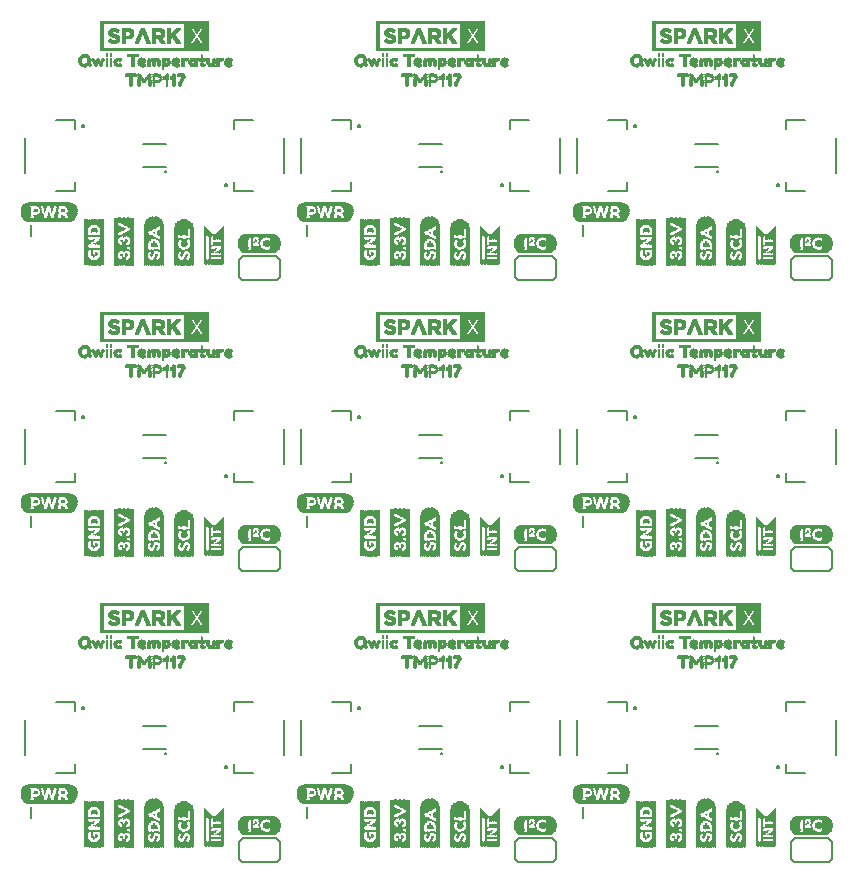
<source format=gto>
G75*
%MOIN*%
%OFA0B0*%
%FSLAX25Y25*%
%IPPOS*%
%LPD*%
%AMOC8*
5,1,8,0,0,1.08239X$1,22.5*
%
%ADD10C,0.00800*%
%ADD11R,0.03465X0.00157*%
%ADD12R,0.00157X0.00157*%
%ADD13R,0.01417X0.00157*%
%ADD14R,0.02205X0.00157*%
%ADD15R,0.03937X0.00157*%
%ADD16R,0.00787X0.00157*%
%ADD17R,0.00945X0.00157*%
%ADD18R,0.02362X0.00157*%
%ADD19R,0.02992X0.00157*%
%ADD20R,0.01102X0.00157*%
%ADD21R,0.02677X0.00157*%
%ADD22R,0.04094X0.00157*%
%ADD23R,0.01260X0.00157*%
%ADD24R,0.02835X0.00157*%
%ADD25R,0.03780X0.00157*%
%ADD26R,0.01575X0.00157*%
%ADD27R,0.03150X0.00157*%
%ADD28R,0.01732X0.00157*%
%ADD29R,0.01890X0.00157*%
%ADD30R,0.02047X0.00157*%
%ADD31R,0.04567X0.00157*%
%ADD32R,0.00315X0.00157*%
%ADD33R,0.00630X0.00157*%
%ADD34R,0.03307X0.00157*%
%ADD35R,0.03622X0.00157*%
%ADD36R,0.02520X0.00157*%
%ADD37R,0.04252X0.00157*%
%ADD38R,0.04409X0.00157*%
%ADD39R,0.00472X0.00157*%
%ADD40C,0.00600*%
%ADD41C,0.00039*%
%ADD42R,0.00157X0.12756*%
%ADD43R,0.00157X0.12598*%
%ADD44R,0.00157X0.12441*%
%ADD45R,0.00157X0.12283*%
%ADD46R,0.00157X0.01732*%
%ADD47R,0.00157X0.02835*%
%ADD48R,0.00157X0.01575*%
%ADD49R,0.00157X0.02362*%
%ADD50R,0.00157X0.02205*%
%ADD51R,0.00157X0.02047*%
%ADD52R,0.00157X0.01890*%
%ADD53R,0.00157X0.11181*%
%ADD54R,0.00157X0.11024*%
%ADD55R,0.00157X0.10866*%
%ADD56R,0.00157X0.10709*%
%ADD57R,0.00157X0.00630*%
%ADD58R,0.00157X0.00472*%
%ADD59R,0.00157X0.01102*%
%ADD60R,0.00157X0.01417*%
%ADD61R,0.00157X0.00315*%
%ADD62R,0.00157X0.00787*%
%ADD63R,0.00157X0.01260*%
%ADD64R,0.00157X0.00945*%
%ADD65R,0.00157X0.02520*%
%ADD66R,0.00157X0.02677*%
%ADD67R,0.00157X0.02992*%
%ADD68R,0.00157X0.03150*%
%ADD69R,0.00157X0.03307*%
%ADD70R,0.00157X0.03465*%
%ADD71R,0.00157X0.03780*%
%ADD72R,0.00157X0.12126*%
%ADD73R,0.14331X0.00157*%
%ADD74R,0.15276X0.00157*%
%ADD75R,0.15906X0.00157*%
%ADD76R,0.16535X0.00157*%
%ADD77R,0.16850X0.00157*%
%ADD78R,0.17165X0.00157*%
%ADD79R,0.17480X0.00157*%
%ADD80R,0.06614X0.00157*%
%ADD81R,0.06772X0.00157*%
%ADD82R,0.09606X0.00157*%
%ADD83R,0.10551X0.00157*%
%ADD84R,0.11181X0.00157*%
%ADD85R,0.11811X0.00157*%
%ADD86R,0.12126X0.00157*%
%ADD87R,0.12441X0.00157*%
%ADD88R,0.12756X0.00157*%
%ADD89R,0.04882X0.00157*%
%ADD90R,0.05669X0.00157*%
%ADD91R,0.05827X0.00157*%
%ADD92R,0.05984X0.00157*%
%ADD93R,0.00157X0.15906*%
%ADD94R,0.00157X0.03937*%
%ADD95R,0.00157X0.07402*%
%ADD96R,0.00157X0.03622*%
%ADD97R,0.00157X0.15276*%
%ADD98R,0.00157X0.12913*%
%ADD99R,0.00157X0.13386*%
%ADD100R,0.00157X0.13701*%
%ADD101R,0.00157X0.14016*%
%ADD102R,0.00157X0.14173*%
%ADD103R,0.00157X0.14331*%
%ADD104R,0.00157X0.14488*%
%ADD105R,0.00157X0.07087*%
%ADD106R,0.00157X0.04882*%
%ADD107R,0.00157X0.05039*%
%ADD108R,0.00157X0.05197*%
%ADD109R,0.00157X0.13858*%
%ADD110R,0.00157X0.14646*%
%ADD111R,0.00157X0.14961*%
%ADD112R,0.00157X0.15118*%
%ADD113R,0.00157X0.15433*%
%ADD114R,0.00157X0.11969*%
%ADD115R,0.00157X0.04567*%
%ADD116R,0.00157X0.04409*%
%ADD117R,0.00157X0.04252*%
%ADD118R,0.00157X0.04094*%
%ADD119C,0.00500*%
D10*
X0032500Y0046875D02*
X0032500Y0050625D01*
X0040876Y0061939D02*
X0047372Y0061939D01*
X0047372Y0064892D01*
X0030640Y0067844D02*
X0030640Y0079656D01*
X0040876Y0085561D02*
X0047372Y0085561D01*
X0047372Y0082608D01*
X0049531Y0083593D02*
X0049533Y0083633D01*
X0049539Y0083672D01*
X0049549Y0083711D01*
X0049562Y0083748D01*
X0049580Y0083784D01*
X0049601Y0083818D01*
X0049625Y0083850D01*
X0049652Y0083879D01*
X0049682Y0083906D01*
X0049714Y0083929D01*
X0049749Y0083949D01*
X0049785Y0083965D01*
X0049823Y0083978D01*
X0049862Y0083987D01*
X0049901Y0083992D01*
X0049941Y0083993D01*
X0049981Y0083990D01*
X0050020Y0083983D01*
X0050058Y0083972D01*
X0050096Y0083958D01*
X0050131Y0083939D01*
X0050164Y0083918D01*
X0050196Y0083893D01*
X0050224Y0083865D01*
X0050250Y0083835D01*
X0050272Y0083802D01*
X0050291Y0083767D01*
X0050307Y0083730D01*
X0050319Y0083692D01*
X0050327Y0083653D01*
X0050331Y0083613D01*
X0050331Y0083573D01*
X0050327Y0083533D01*
X0050319Y0083494D01*
X0050307Y0083456D01*
X0050291Y0083419D01*
X0050272Y0083384D01*
X0050250Y0083351D01*
X0050224Y0083321D01*
X0050196Y0083293D01*
X0050164Y0083268D01*
X0050131Y0083247D01*
X0050096Y0083228D01*
X0050058Y0083214D01*
X0050020Y0083203D01*
X0049981Y0083196D01*
X0049941Y0083193D01*
X0049901Y0083194D01*
X0049862Y0083199D01*
X0049823Y0083208D01*
X0049785Y0083221D01*
X0049749Y0083237D01*
X0049714Y0083257D01*
X0049682Y0083280D01*
X0049652Y0083307D01*
X0049625Y0083336D01*
X0049601Y0083368D01*
X0049580Y0083402D01*
X0049562Y0083438D01*
X0049549Y0083475D01*
X0049539Y0083514D01*
X0049533Y0083553D01*
X0049531Y0083593D01*
X0077262Y0068297D02*
X0077264Y0068324D01*
X0077270Y0068351D01*
X0077279Y0068377D01*
X0077292Y0068401D01*
X0077308Y0068424D01*
X0077327Y0068443D01*
X0077349Y0068460D01*
X0077373Y0068474D01*
X0077398Y0068484D01*
X0077425Y0068491D01*
X0077452Y0068494D01*
X0077480Y0068493D01*
X0077507Y0068488D01*
X0077533Y0068480D01*
X0077557Y0068468D01*
X0077580Y0068452D01*
X0077601Y0068434D01*
X0077618Y0068413D01*
X0077633Y0068389D01*
X0077644Y0068364D01*
X0077652Y0068338D01*
X0077656Y0068311D01*
X0077656Y0068283D01*
X0077652Y0068256D01*
X0077644Y0068230D01*
X0077633Y0068205D01*
X0077618Y0068181D01*
X0077601Y0068160D01*
X0077580Y0068142D01*
X0077558Y0068126D01*
X0077533Y0068114D01*
X0077507Y0068106D01*
X0077480Y0068101D01*
X0077452Y0068100D01*
X0077425Y0068103D01*
X0077398Y0068110D01*
X0077373Y0068120D01*
X0077349Y0068134D01*
X0077327Y0068151D01*
X0077308Y0068170D01*
X0077292Y0068193D01*
X0077279Y0068217D01*
X0077270Y0068243D01*
X0077264Y0068270D01*
X0077262Y0068297D01*
X0097169Y0063907D02*
X0097171Y0063947D01*
X0097177Y0063986D01*
X0097187Y0064025D01*
X0097200Y0064062D01*
X0097218Y0064098D01*
X0097239Y0064132D01*
X0097263Y0064164D01*
X0097290Y0064193D01*
X0097320Y0064220D01*
X0097352Y0064243D01*
X0097387Y0064263D01*
X0097423Y0064279D01*
X0097461Y0064292D01*
X0097500Y0064301D01*
X0097539Y0064306D01*
X0097579Y0064307D01*
X0097619Y0064304D01*
X0097658Y0064297D01*
X0097696Y0064286D01*
X0097734Y0064272D01*
X0097769Y0064253D01*
X0097802Y0064232D01*
X0097834Y0064207D01*
X0097862Y0064179D01*
X0097888Y0064149D01*
X0097910Y0064116D01*
X0097929Y0064081D01*
X0097945Y0064044D01*
X0097957Y0064006D01*
X0097965Y0063967D01*
X0097969Y0063927D01*
X0097969Y0063887D01*
X0097965Y0063847D01*
X0097957Y0063808D01*
X0097945Y0063770D01*
X0097929Y0063733D01*
X0097910Y0063698D01*
X0097888Y0063665D01*
X0097862Y0063635D01*
X0097834Y0063607D01*
X0097802Y0063582D01*
X0097769Y0063561D01*
X0097734Y0063542D01*
X0097696Y0063528D01*
X0097658Y0063517D01*
X0097619Y0063510D01*
X0097579Y0063507D01*
X0097539Y0063508D01*
X0097500Y0063513D01*
X0097461Y0063522D01*
X0097423Y0063535D01*
X0097387Y0063551D01*
X0097352Y0063571D01*
X0097320Y0063594D01*
X0097290Y0063621D01*
X0097263Y0063650D01*
X0097239Y0063682D01*
X0097218Y0063716D01*
X0097200Y0063752D01*
X0097187Y0063789D01*
X0097177Y0063828D01*
X0097171Y0063867D01*
X0097169Y0063907D01*
X0100128Y0064892D02*
X0100128Y0061939D01*
X0106624Y0061939D01*
X0116860Y0067844D02*
X0116860Y0079656D01*
X0122640Y0079656D02*
X0122640Y0067844D01*
X0132876Y0061939D02*
X0139372Y0061939D01*
X0139372Y0064892D01*
X0124500Y0050625D02*
X0124500Y0046875D01*
X0139372Y0082608D02*
X0139372Y0085561D01*
X0132876Y0085561D01*
X0141531Y0083593D02*
X0141533Y0083633D01*
X0141539Y0083672D01*
X0141549Y0083711D01*
X0141562Y0083748D01*
X0141580Y0083784D01*
X0141601Y0083818D01*
X0141625Y0083850D01*
X0141652Y0083879D01*
X0141682Y0083906D01*
X0141714Y0083929D01*
X0141749Y0083949D01*
X0141785Y0083965D01*
X0141823Y0083978D01*
X0141862Y0083987D01*
X0141901Y0083992D01*
X0141941Y0083993D01*
X0141981Y0083990D01*
X0142020Y0083983D01*
X0142058Y0083972D01*
X0142096Y0083958D01*
X0142131Y0083939D01*
X0142164Y0083918D01*
X0142196Y0083893D01*
X0142224Y0083865D01*
X0142250Y0083835D01*
X0142272Y0083802D01*
X0142291Y0083767D01*
X0142307Y0083730D01*
X0142319Y0083692D01*
X0142327Y0083653D01*
X0142331Y0083613D01*
X0142331Y0083573D01*
X0142327Y0083533D01*
X0142319Y0083494D01*
X0142307Y0083456D01*
X0142291Y0083419D01*
X0142272Y0083384D01*
X0142250Y0083351D01*
X0142224Y0083321D01*
X0142196Y0083293D01*
X0142164Y0083268D01*
X0142131Y0083247D01*
X0142096Y0083228D01*
X0142058Y0083214D01*
X0142020Y0083203D01*
X0141981Y0083196D01*
X0141941Y0083193D01*
X0141901Y0083194D01*
X0141862Y0083199D01*
X0141823Y0083208D01*
X0141785Y0083221D01*
X0141749Y0083237D01*
X0141714Y0083257D01*
X0141682Y0083280D01*
X0141652Y0083307D01*
X0141625Y0083336D01*
X0141601Y0083368D01*
X0141580Y0083402D01*
X0141562Y0083438D01*
X0141549Y0083475D01*
X0141539Y0083514D01*
X0141533Y0083553D01*
X0141531Y0083593D01*
X0169262Y0068297D02*
X0169264Y0068324D01*
X0169270Y0068351D01*
X0169279Y0068377D01*
X0169292Y0068401D01*
X0169308Y0068424D01*
X0169327Y0068443D01*
X0169349Y0068460D01*
X0169373Y0068474D01*
X0169398Y0068484D01*
X0169425Y0068491D01*
X0169452Y0068494D01*
X0169480Y0068493D01*
X0169507Y0068488D01*
X0169533Y0068480D01*
X0169557Y0068468D01*
X0169580Y0068452D01*
X0169601Y0068434D01*
X0169618Y0068413D01*
X0169633Y0068389D01*
X0169644Y0068364D01*
X0169652Y0068338D01*
X0169656Y0068311D01*
X0169656Y0068283D01*
X0169652Y0068256D01*
X0169644Y0068230D01*
X0169633Y0068205D01*
X0169618Y0068181D01*
X0169601Y0068160D01*
X0169580Y0068142D01*
X0169558Y0068126D01*
X0169533Y0068114D01*
X0169507Y0068106D01*
X0169480Y0068101D01*
X0169452Y0068100D01*
X0169425Y0068103D01*
X0169398Y0068110D01*
X0169373Y0068120D01*
X0169349Y0068134D01*
X0169327Y0068151D01*
X0169308Y0068170D01*
X0169292Y0068193D01*
X0169279Y0068217D01*
X0169270Y0068243D01*
X0169264Y0068270D01*
X0169262Y0068297D01*
X0189169Y0063907D02*
X0189171Y0063947D01*
X0189177Y0063986D01*
X0189187Y0064025D01*
X0189200Y0064062D01*
X0189218Y0064098D01*
X0189239Y0064132D01*
X0189263Y0064164D01*
X0189290Y0064193D01*
X0189320Y0064220D01*
X0189352Y0064243D01*
X0189387Y0064263D01*
X0189423Y0064279D01*
X0189461Y0064292D01*
X0189500Y0064301D01*
X0189539Y0064306D01*
X0189579Y0064307D01*
X0189619Y0064304D01*
X0189658Y0064297D01*
X0189696Y0064286D01*
X0189734Y0064272D01*
X0189769Y0064253D01*
X0189802Y0064232D01*
X0189834Y0064207D01*
X0189862Y0064179D01*
X0189888Y0064149D01*
X0189910Y0064116D01*
X0189929Y0064081D01*
X0189945Y0064044D01*
X0189957Y0064006D01*
X0189965Y0063967D01*
X0189969Y0063927D01*
X0189969Y0063887D01*
X0189965Y0063847D01*
X0189957Y0063808D01*
X0189945Y0063770D01*
X0189929Y0063733D01*
X0189910Y0063698D01*
X0189888Y0063665D01*
X0189862Y0063635D01*
X0189834Y0063607D01*
X0189802Y0063582D01*
X0189769Y0063561D01*
X0189734Y0063542D01*
X0189696Y0063528D01*
X0189658Y0063517D01*
X0189619Y0063510D01*
X0189579Y0063507D01*
X0189539Y0063508D01*
X0189500Y0063513D01*
X0189461Y0063522D01*
X0189423Y0063535D01*
X0189387Y0063551D01*
X0189352Y0063571D01*
X0189320Y0063594D01*
X0189290Y0063621D01*
X0189263Y0063650D01*
X0189239Y0063682D01*
X0189218Y0063716D01*
X0189200Y0063752D01*
X0189187Y0063789D01*
X0189177Y0063828D01*
X0189171Y0063867D01*
X0189169Y0063907D01*
X0192128Y0064892D02*
X0192128Y0061939D01*
X0198624Y0061939D01*
X0208860Y0067844D02*
X0208860Y0079656D01*
X0214640Y0079656D02*
X0214640Y0067844D01*
X0224876Y0061939D02*
X0231372Y0061939D01*
X0231372Y0064892D01*
X0216500Y0050625D02*
X0216500Y0046875D01*
X0231372Y0082608D02*
X0231372Y0085561D01*
X0224876Y0085561D01*
X0233531Y0083593D02*
X0233533Y0083633D01*
X0233539Y0083672D01*
X0233549Y0083711D01*
X0233562Y0083748D01*
X0233580Y0083784D01*
X0233601Y0083818D01*
X0233625Y0083850D01*
X0233652Y0083879D01*
X0233682Y0083906D01*
X0233714Y0083929D01*
X0233749Y0083949D01*
X0233785Y0083965D01*
X0233823Y0083978D01*
X0233862Y0083987D01*
X0233901Y0083992D01*
X0233941Y0083993D01*
X0233981Y0083990D01*
X0234020Y0083983D01*
X0234058Y0083972D01*
X0234096Y0083958D01*
X0234131Y0083939D01*
X0234164Y0083918D01*
X0234196Y0083893D01*
X0234224Y0083865D01*
X0234250Y0083835D01*
X0234272Y0083802D01*
X0234291Y0083767D01*
X0234307Y0083730D01*
X0234319Y0083692D01*
X0234327Y0083653D01*
X0234331Y0083613D01*
X0234331Y0083573D01*
X0234327Y0083533D01*
X0234319Y0083494D01*
X0234307Y0083456D01*
X0234291Y0083419D01*
X0234272Y0083384D01*
X0234250Y0083351D01*
X0234224Y0083321D01*
X0234196Y0083293D01*
X0234164Y0083268D01*
X0234131Y0083247D01*
X0234096Y0083228D01*
X0234058Y0083214D01*
X0234020Y0083203D01*
X0233981Y0083196D01*
X0233941Y0083193D01*
X0233901Y0083194D01*
X0233862Y0083199D01*
X0233823Y0083208D01*
X0233785Y0083221D01*
X0233749Y0083237D01*
X0233714Y0083257D01*
X0233682Y0083280D01*
X0233652Y0083307D01*
X0233625Y0083336D01*
X0233601Y0083368D01*
X0233580Y0083402D01*
X0233562Y0083438D01*
X0233549Y0083475D01*
X0233539Y0083514D01*
X0233533Y0083553D01*
X0233531Y0083593D01*
X0261262Y0068297D02*
X0261264Y0068324D01*
X0261270Y0068351D01*
X0261279Y0068377D01*
X0261292Y0068401D01*
X0261308Y0068424D01*
X0261327Y0068443D01*
X0261349Y0068460D01*
X0261373Y0068474D01*
X0261398Y0068484D01*
X0261425Y0068491D01*
X0261452Y0068494D01*
X0261480Y0068493D01*
X0261507Y0068488D01*
X0261533Y0068480D01*
X0261557Y0068468D01*
X0261580Y0068452D01*
X0261601Y0068434D01*
X0261618Y0068413D01*
X0261633Y0068389D01*
X0261644Y0068364D01*
X0261652Y0068338D01*
X0261656Y0068311D01*
X0261656Y0068283D01*
X0261652Y0068256D01*
X0261644Y0068230D01*
X0261633Y0068205D01*
X0261618Y0068181D01*
X0261601Y0068160D01*
X0261580Y0068142D01*
X0261558Y0068126D01*
X0261533Y0068114D01*
X0261507Y0068106D01*
X0261480Y0068101D01*
X0261452Y0068100D01*
X0261425Y0068103D01*
X0261398Y0068110D01*
X0261373Y0068120D01*
X0261349Y0068134D01*
X0261327Y0068151D01*
X0261308Y0068170D01*
X0261292Y0068193D01*
X0261279Y0068217D01*
X0261270Y0068243D01*
X0261264Y0068270D01*
X0261262Y0068297D01*
X0281169Y0063907D02*
X0281171Y0063947D01*
X0281177Y0063986D01*
X0281187Y0064025D01*
X0281200Y0064062D01*
X0281218Y0064098D01*
X0281239Y0064132D01*
X0281263Y0064164D01*
X0281290Y0064193D01*
X0281320Y0064220D01*
X0281352Y0064243D01*
X0281387Y0064263D01*
X0281423Y0064279D01*
X0281461Y0064292D01*
X0281500Y0064301D01*
X0281539Y0064306D01*
X0281579Y0064307D01*
X0281619Y0064304D01*
X0281658Y0064297D01*
X0281696Y0064286D01*
X0281734Y0064272D01*
X0281769Y0064253D01*
X0281802Y0064232D01*
X0281834Y0064207D01*
X0281862Y0064179D01*
X0281888Y0064149D01*
X0281910Y0064116D01*
X0281929Y0064081D01*
X0281945Y0064044D01*
X0281957Y0064006D01*
X0281965Y0063967D01*
X0281969Y0063927D01*
X0281969Y0063887D01*
X0281965Y0063847D01*
X0281957Y0063808D01*
X0281945Y0063770D01*
X0281929Y0063733D01*
X0281910Y0063698D01*
X0281888Y0063665D01*
X0281862Y0063635D01*
X0281834Y0063607D01*
X0281802Y0063582D01*
X0281769Y0063561D01*
X0281734Y0063542D01*
X0281696Y0063528D01*
X0281658Y0063517D01*
X0281619Y0063510D01*
X0281579Y0063507D01*
X0281539Y0063508D01*
X0281500Y0063513D01*
X0281461Y0063522D01*
X0281423Y0063535D01*
X0281387Y0063551D01*
X0281352Y0063571D01*
X0281320Y0063594D01*
X0281290Y0063621D01*
X0281263Y0063650D01*
X0281239Y0063682D01*
X0281218Y0063716D01*
X0281200Y0063752D01*
X0281187Y0063789D01*
X0281177Y0063828D01*
X0281171Y0063867D01*
X0281169Y0063907D01*
X0284128Y0064892D02*
X0284128Y0061939D01*
X0290624Y0061939D01*
X0300860Y0067844D02*
X0300860Y0079656D01*
X0290624Y0085561D02*
X0284128Y0085561D01*
X0284128Y0082608D01*
X0216500Y0143875D02*
X0216500Y0147625D01*
X0224876Y0158939D02*
X0231372Y0158939D01*
X0231372Y0161892D01*
X0214640Y0164844D02*
X0214640Y0176656D01*
X0208860Y0176656D02*
X0208860Y0164844D01*
X0198624Y0158939D02*
X0192128Y0158939D01*
X0192128Y0161892D01*
X0189169Y0160907D02*
X0189171Y0160947D01*
X0189177Y0160986D01*
X0189187Y0161025D01*
X0189200Y0161062D01*
X0189218Y0161098D01*
X0189239Y0161132D01*
X0189263Y0161164D01*
X0189290Y0161193D01*
X0189320Y0161220D01*
X0189352Y0161243D01*
X0189387Y0161263D01*
X0189423Y0161279D01*
X0189461Y0161292D01*
X0189500Y0161301D01*
X0189539Y0161306D01*
X0189579Y0161307D01*
X0189619Y0161304D01*
X0189658Y0161297D01*
X0189696Y0161286D01*
X0189734Y0161272D01*
X0189769Y0161253D01*
X0189802Y0161232D01*
X0189834Y0161207D01*
X0189862Y0161179D01*
X0189888Y0161149D01*
X0189910Y0161116D01*
X0189929Y0161081D01*
X0189945Y0161044D01*
X0189957Y0161006D01*
X0189965Y0160967D01*
X0189969Y0160927D01*
X0189969Y0160887D01*
X0189965Y0160847D01*
X0189957Y0160808D01*
X0189945Y0160770D01*
X0189929Y0160733D01*
X0189910Y0160698D01*
X0189888Y0160665D01*
X0189862Y0160635D01*
X0189834Y0160607D01*
X0189802Y0160582D01*
X0189769Y0160561D01*
X0189734Y0160542D01*
X0189696Y0160528D01*
X0189658Y0160517D01*
X0189619Y0160510D01*
X0189579Y0160507D01*
X0189539Y0160508D01*
X0189500Y0160513D01*
X0189461Y0160522D01*
X0189423Y0160535D01*
X0189387Y0160551D01*
X0189352Y0160571D01*
X0189320Y0160594D01*
X0189290Y0160621D01*
X0189263Y0160650D01*
X0189239Y0160682D01*
X0189218Y0160716D01*
X0189200Y0160752D01*
X0189187Y0160789D01*
X0189177Y0160828D01*
X0189171Y0160867D01*
X0189169Y0160907D01*
X0192128Y0179608D02*
X0192128Y0182561D01*
X0198624Y0182561D01*
X0224876Y0182561D02*
X0231372Y0182561D01*
X0231372Y0179608D01*
X0233531Y0180593D02*
X0233533Y0180633D01*
X0233539Y0180672D01*
X0233549Y0180711D01*
X0233562Y0180748D01*
X0233580Y0180784D01*
X0233601Y0180818D01*
X0233625Y0180850D01*
X0233652Y0180879D01*
X0233682Y0180906D01*
X0233714Y0180929D01*
X0233749Y0180949D01*
X0233785Y0180965D01*
X0233823Y0180978D01*
X0233862Y0180987D01*
X0233901Y0180992D01*
X0233941Y0180993D01*
X0233981Y0180990D01*
X0234020Y0180983D01*
X0234058Y0180972D01*
X0234096Y0180958D01*
X0234131Y0180939D01*
X0234164Y0180918D01*
X0234196Y0180893D01*
X0234224Y0180865D01*
X0234250Y0180835D01*
X0234272Y0180802D01*
X0234291Y0180767D01*
X0234307Y0180730D01*
X0234319Y0180692D01*
X0234327Y0180653D01*
X0234331Y0180613D01*
X0234331Y0180573D01*
X0234327Y0180533D01*
X0234319Y0180494D01*
X0234307Y0180456D01*
X0234291Y0180419D01*
X0234272Y0180384D01*
X0234250Y0180351D01*
X0234224Y0180321D01*
X0234196Y0180293D01*
X0234164Y0180268D01*
X0234131Y0180247D01*
X0234096Y0180228D01*
X0234058Y0180214D01*
X0234020Y0180203D01*
X0233981Y0180196D01*
X0233941Y0180193D01*
X0233901Y0180194D01*
X0233862Y0180199D01*
X0233823Y0180208D01*
X0233785Y0180221D01*
X0233749Y0180237D01*
X0233714Y0180257D01*
X0233682Y0180280D01*
X0233652Y0180307D01*
X0233625Y0180336D01*
X0233601Y0180368D01*
X0233580Y0180402D01*
X0233562Y0180438D01*
X0233549Y0180475D01*
X0233539Y0180514D01*
X0233533Y0180553D01*
X0233531Y0180593D01*
X0261262Y0165297D02*
X0261264Y0165324D01*
X0261270Y0165351D01*
X0261279Y0165377D01*
X0261292Y0165401D01*
X0261308Y0165424D01*
X0261327Y0165443D01*
X0261349Y0165460D01*
X0261373Y0165474D01*
X0261398Y0165484D01*
X0261425Y0165491D01*
X0261452Y0165494D01*
X0261480Y0165493D01*
X0261507Y0165488D01*
X0261533Y0165480D01*
X0261557Y0165468D01*
X0261580Y0165452D01*
X0261601Y0165434D01*
X0261618Y0165413D01*
X0261633Y0165389D01*
X0261644Y0165364D01*
X0261652Y0165338D01*
X0261656Y0165311D01*
X0261656Y0165283D01*
X0261652Y0165256D01*
X0261644Y0165230D01*
X0261633Y0165205D01*
X0261618Y0165181D01*
X0261601Y0165160D01*
X0261580Y0165142D01*
X0261558Y0165126D01*
X0261533Y0165114D01*
X0261507Y0165106D01*
X0261480Y0165101D01*
X0261452Y0165100D01*
X0261425Y0165103D01*
X0261398Y0165110D01*
X0261373Y0165120D01*
X0261349Y0165134D01*
X0261327Y0165151D01*
X0261308Y0165170D01*
X0261292Y0165193D01*
X0261279Y0165217D01*
X0261270Y0165243D01*
X0261264Y0165270D01*
X0261262Y0165297D01*
X0281169Y0160907D02*
X0281171Y0160947D01*
X0281177Y0160986D01*
X0281187Y0161025D01*
X0281200Y0161062D01*
X0281218Y0161098D01*
X0281239Y0161132D01*
X0281263Y0161164D01*
X0281290Y0161193D01*
X0281320Y0161220D01*
X0281352Y0161243D01*
X0281387Y0161263D01*
X0281423Y0161279D01*
X0281461Y0161292D01*
X0281500Y0161301D01*
X0281539Y0161306D01*
X0281579Y0161307D01*
X0281619Y0161304D01*
X0281658Y0161297D01*
X0281696Y0161286D01*
X0281734Y0161272D01*
X0281769Y0161253D01*
X0281802Y0161232D01*
X0281834Y0161207D01*
X0281862Y0161179D01*
X0281888Y0161149D01*
X0281910Y0161116D01*
X0281929Y0161081D01*
X0281945Y0161044D01*
X0281957Y0161006D01*
X0281965Y0160967D01*
X0281969Y0160927D01*
X0281969Y0160887D01*
X0281965Y0160847D01*
X0281957Y0160808D01*
X0281945Y0160770D01*
X0281929Y0160733D01*
X0281910Y0160698D01*
X0281888Y0160665D01*
X0281862Y0160635D01*
X0281834Y0160607D01*
X0281802Y0160582D01*
X0281769Y0160561D01*
X0281734Y0160542D01*
X0281696Y0160528D01*
X0281658Y0160517D01*
X0281619Y0160510D01*
X0281579Y0160507D01*
X0281539Y0160508D01*
X0281500Y0160513D01*
X0281461Y0160522D01*
X0281423Y0160535D01*
X0281387Y0160551D01*
X0281352Y0160571D01*
X0281320Y0160594D01*
X0281290Y0160621D01*
X0281263Y0160650D01*
X0281239Y0160682D01*
X0281218Y0160716D01*
X0281200Y0160752D01*
X0281187Y0160789D01*
X0281177Y0160828D01*
X0281171Y0160867D01*
X0281169Y0160907D01*
X0284128Y0161892D02*
X0284128Y0158939D01*
X0290624Y0158939D01*
X0300860Y0164844D02*
X0300860Y0176656D01*
X0290624Y0182561D02*
X0284128Y0182561D01*
X0284128Y0179608D01*
X0216500Y0240875D02*
X0216500Y0244625D01*
X0224876Y0255939D02*
X0231372Y0255939D01*
X0231372Y0258892D01*
X0231372Y0276608D02*
X0231372Y0279561D01*
X0224876Y0279561D01*
X0233531Y0277593D02*
X0233533Y0277633D01*
X0233539Y0277672D01*
X0233549Y0277711D01*
X0233562Y0277748D01*
X0233580Y0277784D01*
X0233601Y0277818D01*
X0233625Y0277850D01*
X0233652Y0277879D01*
X0233682Y0277906D01*
X0233714Y0277929D01*
X0233749Y0277949D01*
X0233785Y0277965D01*
X0233823Y0277978D01*
X0233862Y0277987D01*
X0233901Y0277992D01*
X0233941Y0277993D01*
X0233981Y0277990D01*
X0234020Y0277983D01*
X0234058Y0277972D01*
X0234096Y0277958D01*
X0234131Y0277939D01*
X0234164Y0277918D01*
X0234196Y0277893D01*
X0234224Y0277865D01*
X0234250Y0277835D01*
X0234272Y0277802D01*
X0234291Y0277767D01*
X0234307Y0277730D01*
X0234319Y0277692D01*
X0234327Y0277653D01*
X0234331Y0277613D01*
X0234331Y0277573D01*
X0234327Y0277533D01*
X0234319Y0277494D01*
X0234307Y0277456D01*
X0234291Y0277419D01*
X0234272Y0277384D01*
X0234250Y0277351D01*
X0234224Y0277321D01*
X0234196Y0277293D01*
X0234164Y0277268D01*
X0234131Y0277247D01*
X0234096Y0277228D01*
X0234058Y0277214D01*
X0234020Y0277203D01*
X0233981Y0277196D01*
X0233941Y0277193D01*
X0233901Y0277194D01*
X0233862Y0277199D01*
X0233823Y0277208D01*
X0233785Y0277221D01*
X0233749Y0277237D01*
X0233714Y0277257D01*
X0233682Y0277280D01*
X0233652Y0277307D01*
X0233625Y0277336D01*
X0233601Y0277368D01*
X0233580Y0277402D01*
X0233562Y0277438D01*
X0233549Y0277475D01*
X0233539Y0277514D01*
X0233533Y0277553D01*
X0233531Y0277593D01*
X0214640Y0273656D02*
X0214640Y0261844D01*
X0208860Y0261844D02*
X0208860Y0273656D01*
X0198624Y0279561D02*
X0192128Y0279561D01*
X0192128Y0276608D01*
X0192128Y0258892D02*
X0192128Y0255939D01*
X0198624Y0255939D01*
X0189169Y0257907D02*
X0189171Y0257947D01*
X0189177Y0257986D01*
X0189187Y0258025D01*
X0189200Y0258062D01*
X0189218Y0258098D01*
X0189239Y0258132D01*
X0189263Y0258164D01*
X0189290Y0258193D01*
X0189320Y0258220D01*
X0189352Y0258243D01*
X0189387Y0258263D01*
X0189423Y0258279D01*
X0189461Y0258292D01*
X0189500Y0258301D01*
X0189539Y0258306D01*
X0189579Y0258307D01*
X0189619Y0258304D01*
X0189658Y0258297D01*
X0189696Y0258286D01*
X0189734Y0258272D01*
X0189769Y0258253D01*
X0189802Y0258232D01*
X0189834Y0258207D01*
X0189862Y0258179D01*
X0189888Y0258149D01*
X0189910Y0258116D01*
X0189929Y0258081D01*
X0189945Y0258044D01*
X0189957Y0258006D01*
X0189965Y0257967D01*
X0189969Y0257927D01*
X0189969Y0257887D01*
X0189965Y0257847D01*
X0189957Y0257808D01*
X0189945Y0257770D01*
X0189929Y0257733D01*
X0189910Y0257698D01*
X0189888Y0257665D01*
X0189862Y0257635D01*
X0189834Y0257607D01*
X0189802Y0257582D01*
X0189769Y0257561D01*
X0189734Y0257542D01*
X0189696Y0257528D01*
X0189658Y0257517D01*
X0189619Y0257510D01*
X0189579Y0257507D01*
X0189539Y0257508D01*
X0189500Y0257513D01*
X0189461Y0257522D01*
X0189423Y0257535D01*
X0189387Y0257551D01*
X0189352Y0257571D01*
X0189320Y0257594D01*
X0189290Y0257621D01*
X0189263Y0257650D01*
X0189239Y0257682D01*
X0189218Y0257716D01*
X0189200Y0257752D01*
X0189187Y0257789D01*
X0189177Y0257828D01*
X0189171Y0257867D01*
X0189169Y0257907D01*
X0169262Y0262297D02*
X0169264Y0262324D01*
X0169270Y0262351D01*
X0169279Y0262377D01*
X0169292Y0262401D01*
X0169308Y0262424D01*
X0169327Y0262443D01*
X0169349Y0262460D01*
X0169373Y0262474D01*
X0169398Y0262484D01*
X0169425Y0262491D01*
X0169452Y0262494D01*
X0169480Y0262493D01*
X0169507Y0262488D01*
X0169533Y0262480D01*
X0169557Y0262468D01*
X0169580Y0262452D01*
X0169601Y0262434D01*
X0169618Y0262413D01*
X0169633Y0262389D01*
X0169644Y0262364D01*
X0169652Y0262338D01*
X0169656Y0262311D01*
X0169656Y0262283D01*
X0169652Y0262256D01*
X0169644Y0262230D01*
X0169633Y0262205D01*
X0169618Y0262181D01*
X0169601Y0262160D01*
X0169580Y0262142D01*
X0169558Y0262126D01*
X0169533Y0262114D01*
X0169507Y0262106D01*
X0169480Y0262101D01*
X0169452Y0262100D01*
X0169425Y0262103D01*
X0169398Y0262110D01*
X0169373Y0262120D01*
X0169349Y0262134D01*
X0169327Y0262151D01*
X0169308Y0262170D01*
X0169292Y0262193D01*
X0169279Y0262217D01*
X0169270Y0262243D01*
X0169264Y0262270D01*
X0169262Y0262297D01*
X0139372Y0258892D02*
X0139372Y0255939D01*
X0132876Y0255939D01*
X0122640Y0261844D02*
X0122640Y0273656D01*
X0116860Y0273656D02*
X0116860Y0261844D01*
X0106624Y0255939D02*
X0100128Y0255939D01*
X0100128Y0258892D01*
X0097169Y0257907D02*
X0097171Y0257947D01*
X0097177Y0257986D01*
X0097187Y0258025D01*
X0097200Y0258062D01*
X0097218Y0258098D01*
X0097239Y0258132D01*
X0097263Y0258164D01*
X0097290Y0258193D01*
X0097320Y0258220D01*
X0097352Y0258243D01*
X0097387Y0258263D01*
X0097423Y0258279D01*
X0097461Y0258292D01*
X0097500Y0258301D01*
X0097539Y0258306D01*
X0097579Y0258307D01*
X0097619Y0258304D01*
X0097658Y0258297D01*
X0097696Y0258286D01*
X0097734Y0258272D01*
X0097769Y0258253D01*
X0097802Y0258232D01*
X0097834Y0258207D01*
X0097862Y0258179D01*
X0097888Y0258149D01*
X0097910Y0258116D01*
X0097929Y0258081D01*
X0097945Y0258044D01*
X0097957Y0258006D01*
X0097965Y0257967D01*
X0097969Y0257927D01*
X0097969Y0257887D01*
X0097965Y0257847D01*
X0097957Y0257808D01*
X0097945Y0257770D01*
X0097929Y0257733D01*
X0097910Y0257698D01*
X0097888Y0257665D01*
X0097862Y0257635D01*
X0097834Y0257607D01*
X0097802Y0257582D01*
X0097769Y0257561D01*
X0097734Y0257542D01*
X0097696Y0257528D01*
X0097658Y0257517D01*
X0097619Y0257510D01*
X0097579Y0257507D01*
X0097539Y0257508D01*
X0097500Y0257513D01*
X0097461Y0257522D01*
X0097423Y0257535D01*
X0097387Y0257551D01*
X0097352Y0257571D01*
X0097320Y0257594D01*
X0097290Y0257621D01*
X0097263Y0257650D01*
X0097239Y0257682D01*
X0097218Y0257716D01*
X0097200Y0257752D01*
X0097187Y0257789D01*
X0097177Y0257828D01*
X0097171Y0257867D01*
X0097169Y0257907D01*
X0077262Y0262297D02*
X0077264Y0262324D01*
X0077270Y0262351D01*
X0077279Y0262377D01*
X0077292Y0262401D01*
X0077308Y0262424D01*
X0077327Y0262443D01*
X0077349Y0262460D01*
X0077373Y0262474D01*
X0077398Y0262484D01*
X0077425Y0262491D01*
X0077452Y0262494D01*
X0077480Y0262493D01*
X0077507Y0262488D01*
X0077533Y0262480D01*
X0077557Y0262468D01*
X0077580Y0262452D01*
X0077601Y0262434D01*
X0077618Y0262413D01*
X0077633Y0262389D01*
X0077644Y0262364D01*
X0077652Y0262338D01*
X0077656Y0262311D01*
X0077656Y0262283D01*
X0077652Y0262256D01*
X0077644Y0262230D01*
X0077633Y0262205D01*
X0077618Y0262181D01*
X0077601Y0262160D01*
X0077580Y0262142D01*
X0077558Y0262126D01*
X0077533Y0262114D01*
X0077507Y0262106D01*
X0077480Y0262101D01*
X0077452Y0262100D01*
X0077425Y0262103D01*
X0077398Y0262110D01*
X0077373Y0262120D01*
X0077349Y0262134D01*
X0077327Y0262151D01*
X0077308Y0262170D01*
X0077292Y0262193D01*
X0077279Y0262217D01*
X0077270Y0262243D01*
X0077264Y0262270D01*
X0077262Y0262297D01*
X0100128Y0276608D02*
X0100128Y0279561D01*
X0106624Y0279561D01*
X0132876Y0279561D02*
X0139372Y0279561D01*
X0139372Y0276608D01*
X0141531Y0277593D02*
X0141533Y0277633D01*
X0141539Y0277672D01*
X0141549Y0277711D01*
X0141562Y0277748D01*
X0141580Y0277784D01*
X0141601Y0277818D01*
X0141625Y0277850D01*
X0141652Y0277879D01*
X0141682Y0277906D01*
X0141714Y0277929D01*
X0141749Y0277949D01*
X0141785Y0277965D01*
X0141823Y0277978D01*
X0141862Y0277987D01*
X0141901Y0277992D01*
X0141941Y0277993D01*
X0141981Y0277990D01*
X0142020Y0277983D01*
X0142058Y0277972D01*
X0142096Y0277958D01*
X0142131Y0277939D01*
X0142164Y0277918D01*
X0142196Y0277893D01*
X0142224Y0277865D01*
X0142250Y0277835D01*
X0142272Y0277802D01*
X0142291Y0277767D01*
X0142307Y0277730D01*
X0142319Y0277692D01*
X0142327Y0277653D01*
X0142331Y0277613D01*
X0142331Y0277573D01*
X0142327Y0277533D01*
X0142319Y0277494D01*
X0142307Y0277456D01*
X0142291Y0277419D01*
X0142272Y0277384D01*
X0142250Y0277351D01*
X0142224Y0277321D01*
X0142196Y0277293D01*
X0142164Y0277268D01*
X0142131Y0277247D01*
X0142096Y0277228D01*
X0142058Y0277214D01*
X0142020Y0277203D01*
X0141981Y0277196D01*
X0141941Y0277193D01*
X0141901Y0277194D01*
X0141862Y0277199D01*
X0141823Y0277208D01*
X0141785Y0277221D01*
X0141749Y0277237D01*
X0141714Y0277257D01*
X0141682Y0277280D01*
X0141652Y0277307D01*
X0141625Y0277336D01*
X0141601Y0277368D01*
X0141580Y0277402D01*
X0141562Y0277438D01*
X0141549Y0277475D01*
X0141539Y0277514D01*
X0141533Y0277553D01*
X0141531Y0277593D01*
X0124500Y0244625D02*
X0124500Y0240875D01*
X0132876Y0182561D02*
X0139372Y0182561D01*
X0139372Y0179608D01*
X0141531Y0180593D02*
X0141533Y0180633D01*
X0141539Y0180672D01*
X0141549Y0180711D01*
X0141562Y0180748D01*
X0141580Y0180784D01*
X0141601Y0180818D01*
X0141625Y0180850D01*
X0141652Y0180879D01*
X0141682Y0180906D01*
X0141714Y0180929D01*
X0141749Y0180949D01*
X0141785Y0180965D01*
X0141823Y0180978D01*
X0141862Y0180987D01*
X0141901Y0180992D01*
X0141941Y0180993D01*
X0141981Y0180990D01*
X0142020Y0180983D01*
X0142058Y0180972D01*
X0142096Y0180958D01*
X0142131Y0180939D01*
X0142164Y0180918D01*
X0142196Y0180893D01*
X0142224Y0180865D01*
X0142250Y0180835D01*
X0142272Y0180802D01*
X0142291Y0180767D01*
X0142307Y0180730D01*
X0142319Y0180692D01*
X0142327Y0180653D01*
X0142331Y0180613D01*
X0142331Y0180573D01*
X0142327Y0180533D01*
X0142319Y0180494D01*
X0142307Y0180456D01*
X0142291Y0180419D01*
X0142272Y0180384D01*
X0142250Y0180351D01*
X0142224Y0180321D01*
X0142196Y0180293D01*
X0142164Y0180268D01*
X0142131Y0180247D01*
X0142096Y0180228D01*
X0142058Y0180214D01*
X0142020Y0180203D01*
X0141981Y0180196D01*
X0141941Y0180193D01*
X0141901Y0180194D01*
X0141862Y0180199D01*
X0141823Y0180208D01*
X0141785Y0180221D01*
X0141749Y0180237D01*
X0141714Y0180257D01*
X0141682Y0180280D01*
X0141652Y0180307D01*
X0141625Y0180336D01*
X0141601Y0180368D01*
X0141580Y0180402D01*
X0141562Y0180438D01*
X0141549Y0180475D01*
X0141539Y0180514D01*
X0141533Y0180553D01*
X0141531Y0180593D01*
X0122640Y0176656D02*
X0122640Y0164844D01*
X0116860Y0164844D02*
X0116860Y0176656D01*
X0106624Y0182561D02*
X0100128Y0182561D01*
X0100128Y0179608D01*
X0100128Y0161892D02*
X0100128Y0158939D01*
X0106624Y0158939D01*
X0097169Y0160907D02*
X0097171Y0160947D01*
X0097177Y0160986D01*
X0097187Y0161025D01*
X0097200Y0161062D01*
X0097218Y0161098D01*
X0097239Y0161132D01*
X0097263Y0161164D01*
X0097290Y0161193D01*
X0097320Y0161220D01*
X0097352Y0161243D01*
X0097387Y0161263D01*
X0097423Y0161279D01*
X0097461Y0161292D01*
X0097500Y0161301D01*
X0097539Y0161306D01*
X0097579Y0161307D01*
X0097619Y0161304D01*
X0097658Y0161297D01*
X0097696Y0161286D01*
X0097734Y0161272D01*
X0097769Y0161253D01*
X0097802Y0161232D01*
X0097834Y0161207D01*
X0097862Y0161179D01*
X0097888Y0161149D01*
X0097910Y0161116D01*
X0097929Y0161081D01*
X0097945Y0161044D01*
X0097957Y0161006D01*
X0097965Y0160967D01*
X0097969Y0160927D01*
X0097969Y0160887D01*
X0097965Y0160847D01*
X0097957Y0160808D01*
X0097945Y0160770D01*
X0097929Y0160733D01*
X0097910Y0160698D01*
X0097888Y0160665D01*
X0097862Y0160635D01*
X0097834Y0160607D01*
X0097802Y0160582D01*
X0097769Y0160561D01*
X0097734Y0160542D01*
X0097696Y0160528D01*
X0097658Y0160517D01*
X0097619Y0160510D01*
X0097579Y0160507D01*
X0097539Y0160508D01*
X0097500Y0160513D01*
X0097461Y0160522D01*
X0097423Y0160535D01*
X0097387Y0160551D01*
X0097352Y0160571D01*
X0097320Y0160594D01*
X0097290Y0160621D01*
X0097263Y0160650D01*
X0097239Y0160682D01*
X0097218Y0160716D01*
X0097200Y0160752D01*
X0097187Y0160789D01*
X0097177Y0160828D01*
X0097171Y0160867D01*
X0097169Y0160907D01*
X0077262Y0165297D02*
X0077264Y0165324D01*
X0077270Y0165351D01*
X0077279Y0165377D01*
X0077292Y0165401D01*
X0077308Y0165424D01*
X0077327Y0165443D01*
X0077349Y0165460D01*
X0077373Y0165474D01*
X0077398Y0165484D01*
X0077425Y0165491D01*
X0077452Y0165494D01*
X0077480Y0165493D01*
X0077507Y0165488D01*
X0077533Y0165480D01*
X0077557Y0165468D01*
X0077580Y0165452D01*
X0077601Y0165434D01*
X0077618Y0165413D01*
X0077633Y0165389D01*
X0077644Y0165364D01*
X0077652Y0165338D01*
X0077656Y0165311D01*
X0077656Y0165283D01*
X0077652Y0165256D01*
X0077644Y0165230D01*
X0077633Y0165205D01*
X0077618Y0165181D01*
X0077601Y0165160D01*
X0077580Y0165142D01*
X0077558Y0165126D01*
X0077533Y0165114D01*
X0077507Y0165106D01*
X0077480Y0165101D01*
X0077452Y0165100D01*
X0077425Y0165103D01*
X0077398Y0165110D01*
X0077373Y0165120D01*
X0077349Y0165134D01*
X0077327Y0165151D01*
X0077308Y0165170D01*
X0077292Y0165193D01*
X0077279Y0165217D01*
X0077270Y0165243D01*
X0077264Y0165270D01*
X0077262Y0165297D01*
X0049531Y0180593D02*
X0049533Y0180633D01*
X0049539Y0180672D01*
X0049549Y0180711D01*
X0049562Y0180748D01*
X0049580Y0180784D01*
X0049601Y0180818D01*
X0049625Y0180850D01*
X0049652Y0180879D01*
X0049682Y0180906D01*
X0049714Y0180929D01*
X0049749Y0180949D01*
X0049785Y0180965D01*
X0049823Y0180978D01*
X0049862Y0180987D01*
X0049901Y0180992D01*
X0049941Y0180993D01*
X0049981Y0180990D01*
X0050020Y0180983D01*
X0050058Y0180972D01*
X0050096Y0180958D01*
X0050131Y0180939D01*
X0050164Y0180918D01*
X0050196Y0180893D01*
X0050224Y0180865D01*
X0050250Y0180835D01*
X0050272Y0180802D01*
X0050291Y0180767D01*
X0050307Y0180730D01*
X0050319Y0180692D01*
X0050327Y0180653D01*
X0050331Y0180613D01*
X0050331Y0180573D01*
X0050327Y0180533D01*
X0050319Y0180494D01*
X0050307Y0180456D01*
X0050291Y0180419D01*
X0050272Y0180384D01*
X0050250Y0180351D01*
X0050224Y0180321D01*
X0050196Y0180293D01*
X0050164Y0180268D01*
X0050131Y0180247D01*
X0050096Y0180228D01*
X0050058Y0180214D01*
X0050020Y0180203D01*
X0049981Y0180196D01*
X0049941Y0180193D01*
X0049901Y0180194D01*
X0049862Y0180199D01*
X0049823Y0180208D01*
X0049785Y0180221D01*
X0049749Y0180237D01*
X0049714Y0180257D01*
X0049682Y0180280D01*
X0049652Y0180307D01*
X0049625Y0180336D01*
X0049601Y0180368D01*
X0049580Y0180402D01*
X0049562Y0180438D01*
X0049549Y0180475D01*
X0049539Y0180514D01*
X0049533Y0180553D01*
X0049531Y0180593D01*
X0047372Y0179608D02*
X0047372Y0182561D01*
X0040876Y0182561D01*
X0030640Y0176656D02*
X0030640Y0164844D01*
X0040876Y0158939D02*
X0047372Y0158939D01*
X0047372Y0161892D01*
X0032500Y0147625D02*
X0032500Y0143875D01*
X0100128Y0085561D02*
X0100128Y0082608D01*
X0100128Y0085561D02*
X0106624Y0085561D01*
X0124500Y0143875D02*
X0124500Y0147625D01*
X0132876Y0158939D02*
X0139372Y0158939D01*
X0139372Y0161892D01*
X0169262Y0165297D02*
X0169264Y0165324D01*
X0169270Y0165351D01*
X0169279Y0165377D01*
X0169292Y0165401D01*
X0169308Y0165424D01*
X0169327Y0165443D01*
X0169349Y0165460D01*
X0169373Y0165474D01*
X0169398Y0165484D01*
X0169425Y0165491D01*
X0169452Y0165494D01*
X0169480Y0165493D01*
X0169507Y0165488D01*
X0169533Y0165480D01*
X0169557Y0165468D01*
X0169580Y0165452D01*
X0169601Y0165434D01*
X0169618Y0165413D01*
X0169633Y0165389D01*
X0169644Y0165364D01*
X0169652Y0165338D01*
X0169656Y0165311D01*
X0169656Y0165283D01*
X0169652Y0165256D01*
X0169644Y0165230D01*
X0169633Y0165205D01*
X0169618Y0165181D01*
X0169601Y0165160D01*
X0169580Y0165142D01*
X0169558Y0165126D01*
X0169533Y0165114D01*
X0169507Y0165106D01*
X0169480Y0165101D01*
X0169452Y0165100D01*
X0169425Y0165103D01*
X0169398Y0165110D01*
X0169373Y0165120D01*
X0169349Y0165134D01*
X0169327Y0165151D01*
X0169308Y0165170D01*
X0169292Y0165193D01*
X0169279Y0165217D01*
X0169270Y0165243D01*
X0169264Y0165270D01*
X0169262Y0165297D01*
X0192128Y0085561D02*
X0198624Y0085561D01*
X0192128Y0085561D02*
X0192128Y0082608D01*
X0032500Y0240875D02*
X0032500Y0244625D01*
X0040876Y0255939D02*
X0047372Y0255939D01*
X0047372Y0258892D01*
X0030640Y0261844D02*
X0030640Y0273656D01*
X0040876Y0279561D02*
X0047372Y0279561D01*
X0047372Y0276608D01*
X0049531Y0277593D02*
X0049533Y0277633D01*
X0049539Y0277672D01*
X0049549Y0277711D01*
X0049562Y0277748D01*
X0049580Y0277784D01*
X0049601Y0277818D01*
X0049625Y0277850D01*
X0049652Y0277879D01*
X0049682Y0277906D01*
X0049714Y0277929D01*
X0049749Y0277949D01*
X0049785Y0277965D01*
X0049823Y0277978D01*
X0049862Y0277987D01*
X0049901Y0277992D01*
X0049941Y0277993D01*
X0049981Y0277990D01*
X0050020Y0277983D01*
X0050058Y0277972D01*
X0050096Y0277958D01*
X0050131Y0277939D01*
X0050164Y0277918D01*
X0050196Y0277893D01*
X0050224Y0277865D01*
X0050250Y0277835D01*
X0050272Y0277802D01*
X0050291Y0277767D01*
X0050307Y0277730D01*
X0050319Y0277692D01*
X0050327Y0277653D01*
X0050331Y0277613D01*
X0050331Y0277573D01*
X0050327Y0277533D01*
X0050319Y0277494D01*
X0050307Y0277456D01*
X0050291Y0277419D01*
X0050272Y0277384D01*
X0050250Y0277351D01*
X0050224Y0277321D01*
X0050196Y0277293D01*
X0050164Y0277268D01*
X0050131Y0277247D01*
X0050096Y0277228D01*
X0050058Y0277214D01*
X0050020Y0277203D01*
X0049981Y0277196D01*
X0049941Y0277193D01*
X0049901Y0277194D01*
X0049862Y0277199D01*
X0049823Y0277208D01*
X0049785Y0277221D01*
X0049749Y0277237D01*
X0049714Y0277257D01*
X0049682Y0277280D01*
X0049652Y0277307D01*
X0049625Y0277336D01*
X0049601Y0277368D01*
X0049580Y0277402D01*
X0049562Y0277438D01*
X0049549Y0277475D01*
X0049539Y0277514D01*
X0049533Y0277553D01*
X0049531Y0277593D01*
X0261262Y0262297D02*
X0261264Y0262324D01*
X0261270Y0262351D01*
X0261279Y0262377D01*
X0261292Y0262401D01*
X0261308Y0262424D01*
X0261327Y0262443D01*
X0261349Y0262460D01*
X0261373Y0262474D01*
X0261398Y0262484D01*
X0261425Y0262491D01*
X0261452Y0262494D01*
X0261480Y0262493D01*
X0261507Y0262488D01*
X0261533Y0262480D01*
X0261557Y0262468D01*
X0261580Y0262452D01*
X0261601Y0262434D01*
X0261618Y0262413D01*
X0261633Y0262389D01*
X0261644Y0262364D01*
X0261652Y0262338D01*
X0261656Y0262311D01*
X0261656Y0262283D01*
X0261652Y0262256D01*
X0261644Y0262230D01*
X0261633Y0262205D01*
X0261618Y0262181D01*
X0261601Y0262160D01*
X0261580Y0262142D01*
X0261558Y0262126D01*
X0261533Y0262114D01*
X0261507Y0262106D01*
X0261480Y0262101D01*
X0261452Y0262100D01*
X0261425Y0262103D01*
X0261398Y0262110D01*
X0261373Y0262120D01*
X0261349Y0262134D01*
X0261327Y0262151D01*
X0261308Y0262170D01*
X0261292Y0262193D01*
X0261279Y0262217D01*
X0261270Y0262243D01*
X0261264Y0262270D01*
X0261262Y0262297D01*
X0281169Y0257907D02*
X0281171Y0257947D01*
X0281177Y0257986D01*
X0281187Y0258025D01*
X0281200Y0258062D01*
X0281218Y0258098D01*
X0281239Y0258132D01*
X0281263Y0258164D01*
X0281290Y0258193D01*
X0281320Y0258220D01*
X0281352Y0258243D01*
X0281387Y0258263D01*
X0281423Y0258279D01*
X0281461Y0258292D01*
X0281500Y0258301D01*
X0281539Y0258306D01*
X0281579Y0258307D01*
X0281619Y0258304D01*
X0281658Y0258297D01*
X0281696Y0258286D01*
X0281734Y0258272D01*
X0281769Y0258253D01*
X0281802Y0258232D01*
X0281834Y0258207D01*
X0281862Y0258179D01*
X0281888Y0258149D01*
X0281910Y0258116D01*
X0281929Y0258081D01*
X0281945Y0258044D01*
X0281957Y0258006D01*
X0281965Y0257967D01*
X0281969Y0257927D01*
X0281969Y0257887D01*
X0281965Y0257847D01*
X0281957Y0257808D01*
X0281945Y0257770D01*
X0281929Y0257733D01*
X0281910Y0257698D01*
X0281888Y0257665D01*
X0281862Y0257635D01*
X0281834Y0257607D01*
X0281802Y0257582D01*
X0281769Y0257561D01*
X0281734Y0257542D01*
X0281696Y0257528D01*
X0281658Y0257517D01*
X0281619Y0257510D01*
X0281579Y0257507D01*
X0281539Y0257508D01*
X0281500Y0257513D01*
X0281461Y0257522D01*
X0281423Y0257535D01*
X0281387Y0257551D01*
X0281352Y0257571D01*
X0281320Y0257594D01*
X0281290Y0257621D01*
X0281263Y0257650D01*
X0281239Y0257682D01*
X0281218Y0257716D01*
X0281200Y0257752D01*
X0281187Y0257789D01*
X0281177Y0257828D01*
X0281171Y0257867D01*
X0281169Y0257907D01*
X0284128Y0258892D02*
X0284128Y0255939D01*
X0290624Y0255939D01*
X0300860Y0261844D02*
X0300860Y0273656D01*
X0290624Y0279561D02*
X0284128Y0279561D01*
X0284128Y0276608D01*
D11*
X0249919Y0294797D03*
X0238986Y0298463D03*
X0238986Y0298620D03*
X0229915Y0250482D03*
X0230073Y0250325D03*
X0230388Y0248750D03*
X0230388Y0248593D03*
X0230230Y0247805D03*
X0219207Y0247175D03*
X0219207Y0247018D03*
X0219207Y0246860D03*
X0214797Y0247963D03*
X0214797Y0248120D03*
X0214797Y0248278D03*
X0214797Y0248435D03*
X0214797Y0248593D03*
X0214797Y0248750D03*
X0214797Y0248907D03*
X0214797Y0249065D03*
X0214797Y0249222D03*
X0214797Y0249380D03*
X0214797Y0249537D03*
X0205691Y0240140D03*
X0206006Y0239195D03*
X0206006Y0237148D03*
X0205533Y0236203D03*
X0199707Y0236833D03*
X0195297Y0237463D03*
X0195297Y0237620D03*
X0195297Y0237778D03*
X0195297Y0237935D03*
X0195297Y0238093D03*
X0195297Y0238250D03*
X0195297Y0238407D03*
X0195297Y0238565D03*
X0195297Y0238722D03*
X0195297Y0238880D03*
X0195297Y0239037D03*
X0157919Y0197797D03*
X0146986Y0201463D03*
X0146986Y0201620D03*
X0113533Y0236203D03*
X0114006Y0237148D03*
X0114006Y0239195D03*
X0113691Y0240140D03*
X0107707Y0236833D03*
X0103297Y0237463D03*
X0103297Y0237620D03*
X0103297Y0237778D03*
X0103297Y0237935D03*
X0103297Y0238093D03*
X0103297Y0238250D03*
X0103297Y0238407D03*
X0103297Y0238565D03*
X0103297Y0238722D03*
X0103297Y0238880D03*
X0103297Y0239037D03*
X0122797Y0247963D03*
X0122797Y0248120D03*
X0122797Y0248278D03*
X0122797Y0248435D03*
X0122797Y0248593D03*
X0122797Y0248750D03*
X0122797Y0248907D03*
X0122797Y0249065D03*
X0122797Y0249222D03*
X0122797Y0249380D03*
X0122797Y0249537D03*
X0127207Y0247175D03*
X0127207Y0247018D03*
X0127207Y0246860D03*
X0137915Y0250482D03*
X0138073Y0250325D03*
X0138388Y0248750D03*
X0138388Y0248593D03*
X0138230Y0247805D03*
X0157919Y0294797D03*
X0146986Y0298463D03*
X0146986Y0298620D03*
X0065919Y0294797D03*
X0054986Y0298463D03*
X0054986Y0298620D03*
X0045915Y0250482D03*
X0046073Y0250325D03*
X0046388Y0248750D03*
X0046388Y0248593D03*
X0046230Y0247805D03*
X0035207Y0247175D03*
X0035207Y0247018D03*
X0035207Y0246860D03*
X0030797Y0247963D03*
X0030797Y0248120D03*
X0030797Y0248278D03*
X0030797Y0248435D03*
X0030797Y0248593D03*
X0030797Y0248750D03*
X0030797Y0248907D03*
X0030797Y0249065D03*
X0030797Y0249222D03*
X0030797Y0249380D03*
X0030797Y0249537D03*
X0054986Y0201620D03*
X0054986Y0201463D03*
X0065919Y0197797D03*
X0045915Y0153482D03*
X0046073Y0153325D03*
X0046388Y0151750D03*
X0046388Y0151593D03*
X0046230Y0150805D03*
X0035207Y0150175D03*
X0035207Y0150018D03*
X0035207Y0149860D03*
X0030797Y0150963D03*
X0030797Y0151120D03*
X0030797Y0151278D03*
X0030797Y0151435D03*
X0030797Y0151593D03*
X0030797Y0151750D03*
X0030797Y0151907D03*
X0030797Y0152065D03*
X0030797Y0152222D03*
X0030797Y0152380D03*
X0030797Y0152537D03*
X0054986Y0104620D03*
X0054986Y0104463D03*
X0065919Y0100797D03*
X0103297Y0140463D03*
X0103297Y0140620D03*
X0103297Y0140778D03*
X0103297Y0140935D03*
X0103297Y0141093D03*
X0103297Y0141250D03*
X0103297Y0141407D03*
X0103297Y0141565D03*
X0103297Y0141722D03*
X0103297Y0141880D03*
X0103297Y0142037D03*
X0107707Y0139833D03*
X0113533Y0139203D03*
X0114006Y0140148D03*
X0114006Y0142195D03*
X0113691Y0143140D03*
X0122797Y0150963D03*
X0122797Y0151120D03*
X0122797Y0151278D03*
X0122797Y0151435D03*
X0122797Y0151593D03*
X0122797Y0151750D03*
X0122797Y0151907D03*
X0122797Y0152065D03*
X0122797Y0152222D03*
X0122797Y0152380D03*
X0122797Y0152537D03*
X0127207Y0150175D03*
X0127207Y0150018D03*
X0127207Y0149860D03*
X0137915Y0153482D03*
X0138073Y0153325D03*
X0138388Y0151750D03*
X0138388Y0151593D03*
X0138230Y0150805D03*
X0146986Y0104620D03*
X0146986Y0104463D03*
X0157919Y0100797D03*
X0195297Y0140463D03*
X0195297Y0140620D03*
X0195297Y0140778D03*
X0195297Y0140935D03*
X0195297Y0141093D03*
X0195297Y0141250D03*
X0195297Y0141407D03*
X0195297Y0141565D03*
X0195297Y0141722D03*
X0195297Y0141880D03*
X0195297Y0142037D03*
X0199707Y0139833D03*
X0205533Y0139203D03*
X0206006Y0140148D03*
X0206006Y0142195D03*
X0205691Y0143140D03*
X0214797Y0150963D03*
X0214797Y0151120D03*
X0214797Y0151278D03*
X0214797Y0151435D03*
X0214797Y0151593D03*
X0214797Y0151750D03*
X0214797Y0151907D03*
X0214797Y0152065D03*
X0214797Y0152222D03*
X0214797Y0152380D03*
X0214797Y0152537D03*
X0219207Y0150175D03*
X0219207Y0150018D03*
X0219207Y0149860D03*
X0230230Y0150805D03*
X0230388Y0151593D03*
X0230388Y0151750D03*
X0230073Y0153325D03*
X0229915Y0153482D03*
X0249919Y0197797D03*
X0238986Y0201463D03*
X0238986Y0201620D03*
X0287297Y0237463D03*
X0287297Y0237620D03*
X0287297Y0237778D03*
X0287297Y0237935D03*
X0287297Y0238093D03*
X0287297Y0238250D03*
X0287297Y0238407D03*
X0287297Y0238565D03*
X0287297Y0238722D03*
X0287297Y0238880D03*
X0287297Y0239037D03*
X0291707Y0236833D03*
X0297533Y0236203D03*
X0298006Y0237148D03*
X0298006Y0239195D03*
X0297691Y0240140D03*
X0297691Y0143140D03*
X0298006Y0142195D03*
X0298006Y0140148D03*
X0297533Y0139203D03*
X0291707Y0139833D03*
X0287297Y0140463D03*
X0287297Y0140620D03*
X0287297Y0140778D03*
X0287297Y0140935D03*
X0287297Y0141093D03*
X0287297Y0141250D03*
X0287297Y0141407D03*
X0287297Y0141565D03*
X0287297Y0141722D03*
X0287297Y0141880D03*
X0287297Y0142037D03*
X0249919Y0100797D03*
X0238986Y0104463D03*
X0238986Y0104620D03*
X0229915Y0056482D03*
X0230073Y0056325D03*
X0230388Y0054750D03*
X0230388Y0054593D03*
X0230230Y0053805D03*
X0219207Y0053175D03*
X0219207Y0053018D03*
X0219207Y0052860D03*
X0214797Y0053963D03*
X0214797Y0054120D03*
X0214797Y0054278D03*
X0214797Y0054435D03*
X0214797Y0054593D03*
X0214797Y0054750D03*
X0214797Y0054907D03*
X0214797Y0055065D03*
X0214797Y0055222D03*
X0214797Y0055380D03*
X0214797Y0055537D03*
X0205691Y0046140D03*
X0206006Y0045195D03*
X0206006Y0043148D03*
X0205533Y0042203D03*
X0199707Y0042833D03*
X0195297Y0043463D03*
X0195297Y0043620D03*
X0195297Y0043778D03*
X0195297Y0043935D03*
X0195297Y0044093D03*
X0195297Y0044250D03*
X0195297Y0044407D03*
X0195297Y0044565D03*
X0195297Y0044722D03*
X0195297Y0044880D03*
X0195297Y0045037D03*
X0138388Y0054593D03*
X0138388Y0054750D03*
X0138230Y0053805D03*
X0138073Y0056325D03*
X0137915Y0056482D03*
X0127207Y0053175D03*
X0127207Y0053018D03*
X0127207Y0052860D03*
X0122797Y0053963D03*
X0122797Y0054120D03*
X0122797Y0054278D03*
X0122797Y0054435D03*
X0122797Y0054593D03*
X0122797Y0054750D03*
X0122797Y0054907D03*
X0122797Y0055065D03*
X0122797Y0055222D03*
X0122797Y0055380D03*
X0122797Y0055537D03*
X0113691Y0046140D03*
X0114006Y0045195D03*
X0114006Y0043148D03*
X0113533Y0042203D03*
X0107707Y0042833D03*
X0103297Y0043463D03*
X0103297Y0043620D03*
X0103297Y0043778D03*
X0103297Y0043935D03*
X0103297Y0044093D03*
X0103297Y0044250D03*
X0103297Y0044407D03*
X0103297Y0044565D03*
X0103297Y0044722D03*
X0103297Y0044880D03*
X0103297Y0045037D03*
X0046388Y0054593D03*
X0046388Y0054750D03*
X0046230Y0053805D03*
X0046073Y0056325D03*
X0045915Y0056482D03*
X0035207Y0053175D03*
X0035207Y0053018D03*
X0035207Y0052860D03*
X0030797Y0053963D03*
X0030797Y0054120D03*
X0030797Y0054278D03*
X0030797Y0054435D03*
X0030797Y0054593D03*
X0030797Y0054750D03*
X0030797Y0054907D03*
X0030797Y0055065D03*
X0030797Y0055222D03*
X0030797Y0055380D03*
X0030797Y0055537D03*
X0287297Y0045037D03*
X0287297Y0044880D03*
X0287297Y0044722D03*
X0287297Y0044565D03*
X0287297Y0044407D03*
X0287297Y0044250D03*
X0287297Y0044093D03*
X0287297Y0043935D03*
X0287297Y0043778D03*
X0287297Y0043620D03*
X0287297Y0043463D03*
X0291707Y0042833D03*
X0297533Y0042203D03*
X0298006Y0043148D03*
X0298006Y0045195D03*
X0297691Y0046140D03*
D12*
X0292888Y0043935D03*
X0292888Y0043778D03*
X0292888Y0043620D03*
X0278537Y0042545D03*
X0278380Y0041285D03*
X0248380Y0049187D03*
X0248222Y0049187D03*
X0237907Y0045565D03*
X0237750Y0044148D03*
X0221333Y0054750D03*
X0200888Y0043935D03*
X0200888Y0043778D03*
X0200888Y0043620D03*
X0186537Y0042545D03*
X0186380Y0041285D03*
X0156380Y0049187D03*
X0156222Y0049187D03*
X0145907Y0045565D03*
X0145750Y0044148D03*
X0129333Y0054750D03*
X0108888Y0043935D03*
X0108888Y0043778D03*
X0108888Y0043620D03*
X0094537Y0042545D03*
X0094380Y0041285D03*
X0064380Y0049187D03*
X0064222Y0049187D03*
X0053907Y0045565D03*
X0053750Y0044148D03*
X0037333Y0054750D03*
X0079384Y0098907D03*
X0080329Y0100797D03*
X0078124Y0100797D03*
X0072140Y0100797D03*
X0068675Y0100797D03*
X0094380Y0138285D03*
X0094537Y0139545D03*
X0108888Y0140620D03*
X0108888Y0140778D03*
X0108888Y0140935D03*
X0129333Y0151750D03*
X0145907Y0142565D03*
X0145750Y0141148D03*
X0156222Y0146187D03*
X0156380Y0146187D03*
X0186537Y0139545D03*
X0186380Y0138285D03*
X0200888Y0140620D03*
X0200888Y0140778D03*
X0200888Y0140935D03*
X0221333Y0151750D03*
X0237907Y0142565D03*
X0237750Y0141148D03*
X0248222Y0146187D03*
X0248380Y0146187D03*
X0278537Y0139545D03*
X0278380Y0138285D03*
X0292888Y0140620D03*
X0292888Y0140778D03*
X0292888Y0140935D03*
X0264329Y0100797D03*
X0263384Y0098907D03*
X0262124Y0100797D03*
X0256140Y0100797D03*
X0252675Y0100797D03*
X0172329Y0100797D03*
X0171384Y0098907D03*
X0170124Y0100797D03*
X0164140Y0100797D03*
X0160675Y0100797D03*
X0171384Y0195907D03*
X0172329Y0197797D03*
X0170124Y0197797D03*
X0164140Y0197797D03*
X0160675Y0197797D03*
X0186380Y0235285D03*
X0186537Y0236545D03*
X0200888Y0237620D03*
X0200888Y0237778D03*
X0200888Y0237935D03*
X0221333Y0248750D03*
X0237907Y0239565D03*
X0237750Y0238148D03*
X0248222Y0243187D03*
X0248380Y0243187D03*
X0278537Y0236545D03*
X0278380Y0235285D03*
X0292888Y0237620D03*
X0292888Y0237778D03*
X0292888Y0237935D03*
X0264329Y0197797D03*
X0263384Y0195907D03*
X0262124Y0197797D03*
X0256140Y0197797D03*
X0252675Y0197797D03*
X0263384Y0292907D03*
X0264329Y0294797D03*
X0262124Y0294797D03*
X0256140Y0294797D03*
X0252675Y0294797D03*
X0172329Y0294797D03*
X0171384Y0292907D03*
X0170124Y0294797D03*
X0164140Y0294797D03*
X0160675Y0294797D03*
X0129333Y0248750D03*
X0145907Y0239565D03*
X0145750Y0238148D03*
X0156222Y0243187D03*
X0156380Y0243187D03*
X0108888Y0237935D03*
X0108888Y0237778D03*
X0108888Y0237620D03*
X0094537Y0236545D03*
X0094380Y0235285D03*
X0064380Y0243187D03*
X0064222Y0243187D03*
X0053907Y0239565D03*
X0053750Y0238148D03*
X0037333Y0248750D03*
X0079384Y0292907D03*
X0080329Y0294797D03*
X0078124Y0294797D03*
X0072140Y0294797D03*
X0068675Y0294797D03*
X0068675Y0197797D03*
X0072140Y0197797D03*
X0078124Y0197797D03*
X0080329Y0197797D03*
X0079384Y0195907D03*
X0037333Y0151750D03*
X0053907Y0142565D03*
X0053750Y0141148D03*
X0064222Y0146187D03*
X0064380Y0146187D03*
D13*
X0040955Y0150333D03*
X0040955Y0150490D03*
X0040955Y0150648D03*
X0038435Y0149860D03*
X0051600Y0106195D03*
X0049396Y0104148D03*
X0054120Y0104148D03*
X0054120Y0103990D03*
X0054907Y0105250D03*
X0068833Y0100167D03*
X0070407Y0098278D03*
X0071982Y0100167D03*
X0074187Y0100797D03*
X0077809Y0100167D03*
X0080171Y0100167D03*
X0081049Y0106037D03*
X0074750Y0105880D03*
X0069711Y0106037D03*
X0090026Y0103360D03*
X0098530Y0106037D03*
X0111093Y0140305D03*
X0111093Y0142037D03*
X0106683Y0141722D03*
X0130435Y0149860D03*
X0132955Y0150333D03*
X0132955Y0150490D03*
X0132955Y0150648D03*
X0143600Y0106195D03*
X0141396Y0104148D03*
X0146120Y0104148D03*
X0146120Y0103990D03*
X0146907Y0105250D03*
X0160833Y0100167D03*
X0162407Y0098278D03*
X0163982Y0100167D03*
X0166187Y0100797D03*
X0169809Y0100167D03*
X0172171Y0100167D03*
X0173049Y0106037D03*
X0166750Y0105880D03*
X0161711Y0106037D03*
X0182026Y0103360D03*
X0190530Y0106037D03*
X0203093Y0140305D03*
X0203093Y0142037D03*
X0198683Y0141722D03*
X0222435Y0149860D03*
X0224955Y0150333D03*
X0224955Y0150490D03*
X0224955Y0150648D03*
X0235600Y0106195D03*
X0233396Y0104148D03*
X0238120Y0104148D03*
X0238120Y0103990D03*
X0238907Y0105250D03*
X0252833Y0100167D03*
X0254407Y0098278D03*
X0255982Y0100167D03*
X0258187Y0100797D03*
X0261809Y0100167D03*
X0264171Y0100167D03*
X0265049Y0106037D03*
X0258750Y0105880D03*
X0253711Y0106037D03*
X0274026Y0103360D03*
X0282530Y0106037D03*
X0295093Y0140305D03*
X0295093Y0142037D03*
X0290683Y0141722D03*
X0254407Y0195278D03*
X0252833Y0197167D03*
X0255982Y0197167D03*
X0258187Y0197797D03*
X0261809Y0197167D03*
X0264171Y0197167D03*
X0265049Y0203037D03*
X0258750Y0202880D03*
X0253711Y0203037D03*
X0238907Y0202250D03*
X0238120Y0201148D03*
X0238120Y0200990D03*
X0235600Y0203195D03*
X0233396Y0201148D03*
X0203093Y0237305D03*
X0203093Y0239037D03*
X0198683Y0238722D03*
X0222435Y0246860D03*
X0224955Y0247333D03*
X0224955Y0247490D03*
X0224955Y0247648D03*
X0254407Y0292278D03*
X0252833Y0294167D03*
X0255982Y0294167D03*
X0258187Y0294797D03*
X0261809Y0294167D03*
X0264171Y0294167D03*
X0265049Y0300037D03*
X0258750Y0299880D03*
X0253711Y0300037D03*
X0238907Y0299250D03*
X0238120Y0298148D03*
X0238120Y0297990D03*
X0235600Y0300195D03*
X0233396Y0298148D03*
X0274026Y0297360D03*
X0282530Y0300037D03*
X0290683Y0238722D03*
X0295093Y0239037D03*
X0295093Y0237305D03*
X0282530Y0203037D03*
X0274026Y0200360D03*
X0190530Y0203037D03*
X0182026Y0200360D03*
X0173049Y0203037D03*
X0172171Y0197167D03*
X0169809Y0197167D03*
X0166187Y0197797D03*
X0163982Y0197167D03*
X0162407Y0195278D03*
X0160833Y0197167D03*
X0161711Y0203037D03*
X0166750Y0202880D03*
X0146907Y0202250D03*
X0146120Y0201148D03*
X0146120Y0200990D03*
X0143600Y0203195D03*
X0141396Y0201148D03*
X0111093Y0237305D03*
X0111093Y0239037D03*
X0106683Y0238722D03*
X0130435Y0246860D03*
X0132955Y0247333D03*
X0132955Y0247490D03*
X0132955Y0247648D03*
X0162407Y0292278D03*
X0160833Y0294167D03*
X0163982Y0294167D03*
X0166187Y0294797D03*
X0169809Y0294167D03*
X0172171Y0294167D03*
X0173049Y0300037D03*
X0166750Y0299880D03*
X0161711Y0300037D03*
X0146907Y0299250D03*
X0146120Y0298148D03*
X0146120Y0297990D03*
X0143600Y0300195D03*
X0141396Y0298148D03*
X0182026Y0297360D03*
X0190530Y0300037D03*
X0098530Y0300037D03*
X0090026Y0297360D03*
X0081049Y0300037D03*
X0080171Y0294167D03*
X0077809Y0294167D03*
X0074187Y0294797D03*
X0071982Y0294167D03*
X0070407Y0292278D03*
X0068833Y0294167D03*
X0069711Y0300037D03*
X0074750Y0299880D03*
X0054907Y0299250D03*
X0054120Y0298148D03*
X0054120Y0297990D03*
X0051600Y0300195D03*
X0049396Y0298148D03*
X0040955Y0247648D03*
X0040955Y0247490D03*
X0040955Y0247333D03*
X0038435Y0246860D03*
X0051600Y0203195D03*
X0049396Y0201148D03*
X0054120Y0201148D03*
X0054120Y0200990D03*
X0054907Y0202250D03*
X0068833Y0197167D03*
X0070407Y0195278D03*
X0071982Y0197167D03*
X0074187Y0197797D03*
X0077809Y0197167D03*
X0080171Y0197167D03*
X0081049Y0203037D03*
X0074750Y0202880D03*
X0069711Y0203037D03*
X0090026Y0200360D03*
X0098530Y0203037D03*
X0132955Y0053648D03*
X0132955Y0053490D03*
X0132955Y0053333D03*
X0130435Y0052860D03*
X0111093Y0045037D03*
X0111093Y0043305D03*
X0106683Y0044722D03*
X0040955Y0053333D03*
X0040955Y0053490D03*
X0040955Y0053648D03*
X0038435Y0052860D03*
X0198683Y0044722D03*
X0203093Y0045037D03*
X0203093Y0043305D03*
X0222435Y0052860D03*
X0224955Y0053333D03*
X0224955Y0053490D03*
X0224955Y0053648D03*
X0290683Y0044722D03*
X0295093Y0045037D03*
X0295093Y0043305D03*
D14*
X0255589Y0099065D03*
X0253226Y0099065D03*
X0253789Y0103360D03*
X0261348Y0103360D03*
X0265128Y0103360D03*
X0266612Y0100797D03*
X0267805Y0105250D03*
X0273632Y0105250D03*
X0273632Y0106037D03*
X0279616Y0105250D03*
X0282608Y0103360D03*
X0245758Y0103518D03*
X0245758Y0105722D03*
X0234419Y0103360D03*
X0190608Y0103360D03*
X0187616Y0105250D03*
X0181632Y0105250D03*
X0181632Y0106037D03*
X0175805Y0105250D03*
X0173128Y0103360D03*
X0174612Y0100797D03*
X0169348Y0103360D03*
X0163589Y0099065D03*
X0161226Y0099065D03*
X0161789Y0103360D03*
X0153758Y0103518D03*
X0153758Y0105722D03*
X0142419Y0103360D03*
X0098608Y0103360D03*
X0095616Y0105250D03*
X0089632Y0105250D03*
X0089632Y0106037D03*
X0083805Y0105250D03*
X0081128Y0103360D03*
X0082612Y0100797D03*
X0077348Y0103360D03*
X0071589Y0099065D03*
X0069226Y0099065D03*
X0069789Y0103360D03*
X0061758Y0103518D03*
X0061758Y0105722D03*
X0050419Y0103360D03*
X0035522Y0150805D03*
X0069226Y0196065D03*
X0071589Y0196065D03*
X0069789Y0200360D03*
X0077348Y0200360D03*
X0081128Y0200360D03*
X0082612Y0197797D03*
X0083805Y0202250D03*
X0089632Y0202250D03*
X0089632Y0203037D03*
X0095616Y0202250D03*
X0098608Y0200360D03*
X0061758Y0200518D03*
X0061758Y0202722D03*
X0050419Y0200360D03*
X0035522Y0247805D03*
X0069226Y0293065D03*
X0071589Y0293065D03*
X0069789Y0297360D03*
X0077348Y0297360D03*
X0081128Y0297360D03*
X0082612Y0294797D03*
X0083805Y0299250D03*
X0089632Y0299250D03*
X0089632Y0300037D03*
X0095616Y0299250D03*
X0098608Y0297360D03*
X0061758Y0297518D03*
X0061758Y0299722D03*
X0050419Y0297360D03*
X0127522Y0247805D03*
X0161226Y0293065D03*
X0163589Y0293065D03*
X0161789Y0297360D03*
X0169348Y0297360D03*
X0173128Y0297360D03*
X0174612Y0294797D03*
X0175805Y0299250D03*
X0181632Y0299250D03*
X0181632Y0300037D03*
X0187616Y0299250D03*
X0190608Y0297360D03*
X0153758Y0297518D03*
X0153758Y0299722D03*
X0142419Y0297360D03*
X0219522Y0247805D03*
X0253226Y0293065D03*
X0255589Y0293065D03*
X0253789Y0297360D03*
X0261348Y0297360D03*
X0265128Y0297360D03*
X0266612Y0294797D03*
X0267805Y0299250D03*
X0273632Y0299250D03*
X0273632Y0300037D03*
X0279616Y0299250D03*
X0282608Y0297360D03*
X0245758Y0297518D03*
X0245758Y0299722D03*
X0234419Y0297360D03*
X0245758Y0202722D03*
X0245758Y0200518D03*
X0253789Y0200360D03*
X0253226Y0196065D03*
X0255589Y0196065D03*
X0261348Y0200360D03*
X0265128Y0200360D03*
X0266612Y0197797D03*
X0267805Y0202250D03*
X0273632Y0202250D03*
X0273632Y0203037D03*
X0279616Y0202250D03*
X0282608Y0200360D03*
X0234419Y0200360D03*
X0190608Y0200360D03*
X0187616Y0202250D03*
X0181632Y0202250D03*
X0181632Y0203037D03*
X0175805Y0202250D03*
X0173128Y0200360D03*
X0174612Y0197797D03*
X0169348Y0200360D03*
X0163589Y0196065D03*
X0161226Y0196065D03*
X0161789Y0200360D03*
X0153758Y0200518D03*
X0153758Y0202722D03*
X0142419Y0200360D03*
X0127522Y0150805D03*
X0219522Y0150805D03*
X0219522Y0053805D03*
X0127522Y0053805D03*
X0035522Y0053805D03*
D15*
X0065841Y0100167D03*
X0065841Y0100482D03*
X0065841Y0100640D03*
X0066561Y0106667D03*
X0066561Y0106825D03*
X0066561Y0106982D03*
X0066561Y0107140D03*
X0050970Y0103675D03*
X0113297Y0143297D03*
X0142970Y0103675D03*
X0157841Y0100640D03*
X0157841Y0100482D03*
X0157841Y0100167D03*
X0158561Y0106667D03*
X0158561Y0106825D03*
X0158561Y0106982D03*
X0158561Y0107140D03*
X0205297Y0143297D03*
X0234970Y0103675D03*
X0249841Y0100640D03*
X0249841Y0100482D03*
X0249841Y0100167D03*
X0250561Y0106667D03*
X0250561Y0106825D03*
X0250561Y0106982D03*
X0250561Y0107140D03*
X0297297Y0143297D03*
X0249841Y0197167D03*
X0249841Y0197482D03*
X0249841Y0197640D03*
X0250561Y0203667D03*
X0250561Y0203825D03*
X0250561Y0203982D03*
X0250561Y0204140D03*
X0234970Y0200675D03*
X0205297Y0240297D03*
X0158561Y0204140D03*
X0158561Y0203982D03*
X0158561Y0203825D03*
X0158561Y0203667D03*
X0157841Y0197640D03*
X0157841Y0197482D03*
X0157841Y0197167D03*
X0142970Y0200675D03*
X0113297Y0240297D03*
X0066561Y0204140D03*
X0066561Y0203982D03*
X0066561Y0203825D03*
X0066561Y0203667D03*
X0065841Y0197640D03*
X0065841Y0197482D03*
X0065841Y0197167D03*
X0050970Y0200675D03*
X0065841Y0294167D03*
X0065841Y0294482D03*
X0065841Y0294640D03*
X0066561Y0300667D03*
X0066561Y0300825D03*
X0066561Y0300982D03*
X0066561Y0301140D03*
X0050970Y0297675D03*
X0142970Y0297675D03*
X0157841Y0294640D03*
X0157841Y0294482D03*
X0157841Y0294167D03*
X0158561Y0300667D03*
X0158561Y0300825D03*
X0158561Y0300982D03*
X0158561Y0301140D03*
X0234970Y0297675D03*
X0249841Y0294640D03*
X0249841Y0294482D03*
X0249841Y0294167D03*
X0250561Y0300667D03*
X0250561Y0300825D03*
X0250561Y0300982D03*
X0250561Y0301140D03*
X0297297Y0240297D03*
X0297297Y0046297D03*
X0205297Y0046297D03*
X0113297Y0046297D03*
D16*
X0111093Y0043148D03*
X0108573Y0044407D03*
X0109045Y0045510D03*
X0106368Y0046140D03*
X0106368Y0044407D03*
X0127915Y0054593D03*
X0129333Y0055695D03*
X0127443Y0056482D03*
X0133270Y0055380D03*
X0133270Y0055222D03*
X0133270Y0055065D03*
X0157841Y0096703D03*
X0160675Y0096703D03*
X0162407Y0097805D03*
X0164140Y0096703D03*
X0160675Y0100640D03*
X0158561Y0103203D03*
X0154309Y0104148D03*
X0154309Y0105093D03*
X0151317Y0106037D03*
X0149900Y0106037D03*
X0149900Y0103203D03*
X0151317Y0103203D03*
X0146120Y0103360D03*
X0145333Y0106037D03*
X0163915Y0106037D03*
X0165018Y0106037D03*
X0166750Y0106037D03*
X0167222Y0103203D03*
X0165648Y0103203D03*
X0163915Y0103203D03*
X0169900Y0106037D03*
X0170124Y0100640D03*
X0172329Y0096703D03*
X0175254Y0103203D03*
X0175254Y0106037D03*
X0178404Y0106037D03*
X0179663Y0106037D03*
X0179663Y0103203D03*
X0184388Y0103203D03*
X0185648Y0103203D03*
X0187065Y0103203D03*
X0187065Y0106037D03*
X0185648Y0106037D03*
X0183600Y0106037D03*
X0198368Y0141407D03*
X0198368Y0143140D03*
X0201045Y0142510D03*
X0200573Y0141407D03*
X0203093Y0140148D03*
X0219915Y0151593D03*
X0221333Y0152695D03*
X0219443Y0153482D03*
X0225270Y0152380D03*
X0225270Y0152222D03*
X0225270Y0152065D03*
X0249841Y0193703D03*
X0252675Y0193703D03*
X0254407Y0194805D03*
X0256140Y0193703D03*
X0252675Y0197640D03*
X0250561Y0200203D03*
X0246309Y0201148D03*
X0246309Y0202093D03*
X0243317Y0203037D03*
X0241900Y0203037D03*
X0241900Y0200203D03*
X0243317Y0200203D03*
X0238120Y0200360D03*
X0237333Y0203037D03*
X0255915Y0203037D03*
X0257018Y0203037D03*
X0258750Y0203037D03*
X0259222Y0200203D03*
X0257648Y0200203D03*
X0255915Y0200203D03*
X0261900Y0203037D03*
X0267254Y0203037D03*
X0267254Y0200203D03*
X0270404Y0203037D03*
X0271663Y0203037D03*
X0271663Y0200203D03*
X0275600Y0203037D03*
X0277648Y0203037D03*
X0279065Y0203037D03*
X0279065Y0200203D03*
X0277648Y0200203D03*
X0276388Y0200203D03*
X0264329Y0193703D03*
X0262124Y0197640D03*
X0290368Y0238407D03*
X0290368Y0240140D03*
X0293045Y0239510D03*
X0292573Y0238407D03*
X0295093Y0237148D03*
X0264329Y0290703D03*
X0262124Y0294640D03*
X0259222Y0297203D03*
X0257648Y0297203D03*
X0255915Y0297203D03*
X0255915Y0300037D03*
X0257018Y0300037D03*
X0258750Y0300037D03*
X0261900Y0300037D03*
X0267254Y0300037D03*
X0267254Y0297203D03*
X0270404Y0300037D03*
X0271663Y0300037D03*
X0271663Y0297203D03*
X0275600Y0300037D03*
X0277648Y0300037D03*
X0279065Y0300037D03*
X0279065Y0297203D03*
X0277648Y0297203D03*
X0276388Y0297203D03*
X0256140Y0290703D03*
X0254407Y0291805D03*
X0252675Y0290703D03*
X0249841Y0290703D03*
X0252675Y0294640D03*
X0250561Y0297203D03*
X0246309Y0298148D03*
X0246309Y0299093D03*
X0243317Y0300037D03*
X0241900Y0300037D03*
X0241900Y0297203D03*
X0243317Y0297203D03*
X0238120Y0297360D03*
X0237333Y0300037D03*
X0187065Y0300037D03*
X0185648Y0300037D03*
X0183600Y0300037D03*
X0184388Y0297203D03*
X0185648Y0297203D03*
X0187065Y0297203D03*
X0179663Y0297203D03*
X0179663Y0300037D03*
X0178404Y0300037D03*
X0175254Y0300037D03*
X0175254Y0297203D03*
X0172329Y0290703D03*
X0170124Y0294640D03*
X0167222Y0297203D03*
X0165648Y0297203D03*
X0163915Y0297203D03*
X0163915Y0300037D03*
X0165018Y0300037D03*
X0166750Y0300037D03*
X0169900Y0300037D03*
X0160675Y0294640D03*
X0158561Y0297203D03*
X0154309Y0298148D03*
X0154309Y0299093D03*
X0151317Y0300037D03*
X0149900Y0300037D03*
X0149900Y0297203D03*
X0151317Y0297203D03*
X0146120Y0297360D03*
X0145333Y0300037D03*
X0157841Y0290703D03*
X0160675Y0290703D03*
X0162407Y0291805D03*
X0164140Y0290703D03*
X0133270Y0249380D03*
X0133270Y0249222D03*
X0133270Y0249065D03*
X0129333Y0249695D03*
X0127915Y0248593D03*
X0127443Y0250482D03*
X0111093Y0237148D03*
X0108573Y0238407D03*
X0109045Y0239510D03*
X0106368Y0240140D03*
X0106368Y0238407D03*
X0095065Y0203037D03*
X0093648Y0203037D03*
X0091600Y0203037D03*
X0092388Y0200203D03*
X0093648Y0200203D03*
X0095065Y0200203D03*
X0087663Y0200203D03*
X0087663Y0203037D03*
X0086404Y0203037D03*
X0083254Y0203037D03*
X0083254Y0200203D03*
X0078124Y0197640D03*
X0075222Y0200203D03*
X0073648Y0200203D03*
X0071915Y0200203D03*
X0071915Y0203037D03*
X0073018Y0203037D03*
X0074750Y0203037D03*
X0077900Y0203037D03*
X0080329Y0193703D03*
X0072140Y0193703D03*
X0070407Y0194805D03*
X0068675Y0193703D03*
X0065841Y0193703D03*
X0068675Y0197640D03*
X0066561Y0200203D03*
X0062309Y0201148D03*
X0062309Y0202093D03*
X0059317Y0203037D03*
X0057900Y0203037D03*
X0057900Y0200203D03*
X0059317Y0200203D03*
X0054120Y0200360D03*
X0053333Y0203037D03*
X0041270Y0249065D03*
X0041270Y0249222D03*
X0041270Y0249380D03*
X0037333Y0249695D03*
X0035915Y0248593D03*
X0035443Y0250482D03*
X0065841Y0290703D03*
X0068675Y0290703D03*
X0070407Y0291805D03*
X0072140Y0290703D03*
X0068675Y0294640D03*
X0066561Y0297203D03*
X0062309Y0298148D03*
X0062309Y0299093D03*
X0059317Y0300037D03*
X0057900Y0300037D03*
X0057900Y0297203D03*
X0059317Y0297203D03*
X0054120Y0297360D03*
X0053333Y0300037D03*
X0071915Y0300037D03*
X0073018Y0300037D03*
X0074750Y0300037D03*
X0075222Y0297203D03*
X0073648Y0297203D03*
X0071915Y0297203D03*
X0077900Y0300037D03*
X0083254Y0300037D03*
X0083254Y0297203D03*
X0086404Y0300037D03*
X0087663Y0300037D03*
X0087663Y0297203D03*
X0092388Y0297203D03*
X0093648Y0297203D03*
X0095065Y0297203D03*
X0095065Y0300037D03*
X0093648Y0300037D03*
X0091600Y0300037D03*
X0078124Y0294640D03*
X0080329Y0290703D03*
X0145333Y0203037D03*
X0146120Y0200360D03*
X0149900Y0200203D03*
X0151317Y0200203D03*
X0151317Y0203037D03*
X0149900Y0203037D03*
X0154309Y0202093D03*
X0154309Y0201148D03*
X0158561Y0200203D03*
X0160675Y0197640D03*
X0162407Y0194805D03*
X0160675Y0193703D03*
X0157841Y0193703D03*
X0164140Y0193703D03*
X0163915Y0200203D03*
X0165648Y0200203D03*
X0167222Y0200203D03*
X0166750Y0203037D03*
X0165018Y0203037D03*
X0163915Y0203037D03*
X0169900Y0203037D03*
X0170124Y0197640D03*
X0172329Y0193703D03*
X0175254Y0200203D03*
X0175254Y0203037D03*
X0178404Y0203037D03*
X0179663Y0203037D03*
X0179663Y0200203D03*
X0184388Y0200203D03*
X0185648Y0200203D03*
X0187065Y0200203D03*
X0187065Y0203037D03*
X0185648Y0203037D03*
X0183600Y0203037D03*
X0198368Y0238407D03*
X0198368Y0240140D03*
X0201045Y0239510D03*
X0200573Y0238407D03*
X0203093Y0237148D03*
X0219915Y0248593D03*
X0221333Y0249695D03*
X0219443Y0250482D03*
X0225270Y0249380D03*
X0225270Y0249222D03*
X0225270Y0249065D03*
X0133270Y0152380D03*
X0133270Y0152222D03*
X0133270Y0152065D03*
X0129333Y0152695D03*
X0127915Y0151593D03*
X0127443Y0153482D03*
X0111093Y0140148D03*
X0108573Y0141407D03*
X0109045Y0142510D03*
X0106368Y0143140D03*
X0106368Y0141407D03*
X0095065Y0106037D03*
X0093648Y0106037D03*
X0091600Y0106037D03*
X0092388Y0103203D03*
X0093648Y0103203D03*
X0095065Y0103203D03*
X0087663Y0103203D03*
X0087663Y0106037D03*
X0086404Y0106037D03*
X0083254Y0106037D03*
X0083254Y0103203D03*
X0078124Y0100640D03*
X0075222Y0103203D03*
X0073648Y0103203D03*
X0071915Y0103203D03*
X0071915Y0106037D03*
X0073018Y0106037D03*
X0074750Y0106037D03*
X0077900Y0106037D03*
X0080329Y0096703D03*
X0072140Y0096703D03*
X0070407Y0097805D03*
X0068675Y0096703D03*
X0065841Y0096703D03*
X0068675Y0100640D03*
X0066561Y0103203D03*
X0062309Y0104148D03*
X0062309Y0105093D03*
X0059317Y0106037D03*
X0057900Y0106037D03*
X0057900Y0103203D03*
X0059317Y0103203D03*
X0054120Y0103360D03*
X0053333Y0106037D03*
X0041270Y0152065D03*
X0041270Y0152222D03*
X0041270Y0152380D03*
X0037333Y0152695D03*
X0035915Y0151593D03*
X0035443Y0153482D03*
X0035443Y0056482D03*
X0035915Y0054593D03*
X0037333Y0055695D03*
X0041270Y0055380D03*
X0041270Y0055222D03*
X0041270Y0055065D03*
X0198368Y0046140D03*
X0198368Y0044407D03*
X0200573Y0044407D03*
X0201045Y0045510D03*
X0203093Y0043148D03*
X0219915Y0054593D03*
X0221333Y0055695D03*
X0219443Y0056482D03*
X0225270Y0055380D03*
X0225270Y0055222D03*
X0225270Y0055065D03*
X0249841Y0096703D03*
X0252675Y0096703D03*
X0254407Y0097805D03*
X0256140Y0096703D03*
X0252675Y0100640D03*
X0250561Y0103203D03*
X0246309Y0104148D03*
X0246309Y0105093D03*
X0243317Y0106037D03*
X0241900Y0106037D03*
X0241900Y0103203D03*
X0243317Y0103203D03*
X0238120Y0103360D03*
X0237333Y0106037D03*
X0255915Y0106037D03*
X0257018Y0106037D03*
X0258750Y0106037D03*
X0259222Y0103203D03*
X0257648Y0103203D03*
X0255915Y0103203D03*
X0261900Y0106037D03*
X0267254Y0106037D03*
X0267254Y0103203D03*
X0270404Y0106037D03*
X0271663Y0106037D03*
X0271663Y0103203D03*
X0275600Y0106037D03*
X0277648Y0106037D03*
X0279065Y0106037D03*
X0279065Y0103203D03*
X0277648Y0103203D03*
X0276388Y0103203D03*
X0264329Y0096703D03*
X0262124Y0100640D03*
X0290368Y0141407D03*
X0290368Y0143140D03*
X0293045Y0142510D03*
X0292573Y0141407D03*
X0295093Y0140148D03*
X0290368Y0046140D03*
X0290368Y0044407D03*
X0292573Y0044407D03*
X0293045Y0045510D03*
X0295093Y0043148D03*
D17*
X0292494Y0044250D03*
X0266297Y0096703D03*
X0266297Y0096860D03*
X0266297Y0097333D03*
X0264407Y0100640D03*
X0262045Y0100482D03*
X0262045Y0098907D03*
X0262045Y0098750D03*
X0262045Y0098593D03*
X0262045Y0098435D03*
X0262045Y0098278D03*
X0262045Y0098120D03*
X0262045Y0097963D03*
X0262045Y0097805D03*
X0262045Y0097648D03*
X0262045Y0097490D03*
X0262045Y0097333D03*
X0262045Y0097175D03*
X0262045Y0097018D03*
X0262045Y0096860D03*
X0262045Y0096703D03*
X0259841Y0099222D03*
X0259841Y0099380D03*
X0257636Y0099380D03*
X0257636Y0099537D03*
X0257636Y0099695D03*
X0257636Y0099222D03*
X0257636Y0099065D03*
X0257636Y0098907D03*
X0257636Y0097648D03*
X0257636Y0097490D03*
X0257636Y0097333D03*
X0257636Y0097175D03*
X0257636Y0097018D03*
X0257636Y0096860D03*
X0256061Y0100640D03*
X0257569Y0103360D03*
X0259301Y0103360D03*
X0259301Y0103518D03*
X0260719Y0103203D03*
X0260719Y0103045D03*
X0260719Y0102888D03*
X0260719Y0102730D03*
X0260719Y0102573D03*
X0260719Y0102415D03*
X0260719Y0102258D03*
X0260719Y0102100D03*
X0260719Y0104620D03*
X0255837Y0105880D03*
X0254577Y0105093D03*
X0254577Y0104935D03*
X0249919Y0096860D03*
X0243396Y0103360D03*
X0243396Y0103518D03*
X0243396Y0103675D03*
X0243396Y0103833D03*
X0243396Y0103990D03*
X0243396Y0104148D03*
X0243396Y0104305D03*
X0243396Y0104463D03*
X0243396Y0104620D03*
X0243396Y0104778D03*
X0243396Y0104935D03*
X0243396Y0105093D03*
X0243396Y0105250D03*
X0243396Y0105407D03*
X0243396Y0105565D03*
X0243396Y0105722D03*
X0243396Y0105880D03*
X0243396Y0106667D03*
X0243396Y0106825D03*
X0243396Y0106982D03*
X0243396Y0107140D03*
X0243396Y0107297D03*
X0241978Y0107297D03*
X0241978Y0107140D03*
X0241978Y0106982D03*
X0241978Y0106825D03*
X0241978Y0106667D03*
X0241978Y0105880D03*
X0241978Y0105722D03*
X0241978Y0105565D03*
X0241978Y0105407D03*
X0241978Y0105250D03*
X0241978Y0105093D03*
X0241978Y0104935D03*
X0241978Y0104778D03*
X0241978Y0104620D03*
X0241978Y0104463D03*
X0241978Y0104305D03*
X0241978Y0104148D03*
X0241978Y0103990D03*
X0241978Y0103833D03*
X0241978Y0103675D03*
X0241978Y0103518D03*
X0241978Y0103360D03*
X0239774Y0103360D03*
X0239774Y0103518D03*
X0240561Y0105880D03*
X0238986Y0105880D03*
X0237254Y0105880D03*
X0235994Y0105407D03*
X0235994Y0104935D03*
X0236309Y0103360D03*
X0234419Y0107297D03*
X0265915Y0105093D03*
X0265915Y0104935D03*
X0268435Y0106037D03*
X0270482Y0103203D03*
X0273474Y0104305D03*
X0273474Y0104463D03*
X0273474Y0104620D03*
X0273474Y0104778D03*
X0273474Y0104935D03*
X0273474Y0106195D03*
X0273474Y0106352D03*
X0273474Y0106510D03*
X0273474Y0106667D03*
X0273474Y0106825D03*
X0273474Y0106982D03*
X0274104Y0103203D03*
X0277569Y0105880D03*
X0280246Y0106037D03*
X0283396Y0105093D03*
X0283396Y0104935D03*
X0292494Y0141250D03*
X0266297Y0193703D03*
X0266297Y0193860D03*
X0266297Y0194333D03*
X0264407Y0197640D03*
X0262045Y0197482D03*
X0262045Y0195907D03*
X0262045Y0195750D03*
X0262045Y0195593D03*
X0262045Y0195435D03*
X0262045Y0195278D03*
X0262045Y0195120D03*
X0262045Y0194963D03*
X0262045Y0194805D03*
X0262045Y0194648D03*
X0262045Y0194490D03*
X0262045Y0194333D03*
X0262045Y0194175D03*
X0262045Y0194018D03*
X0262045Y0193860D03*
X0262045Y0193703D03*
X0259841Y0196222D03*
X0259841Y0196380D03*
X0257636Y0196380D03*
X0257636Y0196537D03*
X0257636Y0196695D03*
X0257636Y0196222D03*
X0257636Y0196065D03*
X0257636Y0195907D03*
X0257636Y0194648D03*
X0257636Y0194490D03*
X0257636Y0194333D03*
X0257636Y0194175D03*
X0257636Y0194018D03*
X0257636Y0193860D03*
X0256061Y0197640D03*
X0257569Y0200360D03*
X0259301Y0200360D03*
X0259301Y0200518D03*
X0260719Y0200203D03*
X0260719Y0200045D03*
X0260719Y0199888D03*
X0260719Y0199730D03*
X0260719Y0199573D03*
X0260719Y0199415D03*
X0260719Y0199258D03*
X0260719Y0199100D03*
X0260719Y0201620D03*
X0255837Y0202880D03*
X0254577Y0202093D03*
X0254577Y0201935D03*
X0249919Y0193860D03*
X0243396Y0200360D03*
X0243396Y0200518D03*
X0243396Y0200675D03*
X0243396Y0200833D03*
X0243396Y0200990D03*
X0243396Y0201148D03*
X0243396Y0201305D03*
X0243396Y0201463D03*
X0243396Y0201620D03*
X0243396Y0201778D03*
X0243396Y0201935D03*
X0243396Y0202093D03*
X0243396Y0202250D03*
X0243396Y0202407D03*
X0243396Y0202565D03*
X0243396Y0202722D03*
X0243396Y0202880D03*
X0243396Y0203667D03*
X0243396Y0203825D03*
X0243396Y0203982D03*
X0243396Y0204140D03*
X0243396Y0204297D03*
X0241978Y0204297D03*
X0241978Y0204140D03*
X0241978Y0203982D03*
X0241978Y0203825D03*
X0241978Y0203667D03*
X0241978Y0202880D03*
X0241978Y0202722D03*
X0241978Y0202565D03*
X0241978Y0202407D03*
X0241978Y0202250D03*
X0241978Y0202093D03*
X0241978Y0201935D03*
X0241978Y0201778D03*
X0241978Y0201620D03*
X0241978Y0201463D03*
X0241978Y0201305D03*
X0241978Y0201148D03*
X0241978Y0200990D03*
X0241978Y0200833D03*
X0241978Y0200675D03*
X0241978Y0200518D03*
X0241978Y0200360D03*
X0239774Y0200360D03*
X0239774Y0200518D03*
X0240561Y0202880D03*
X0238986Y0202880D03*
X0237254Y0202880D03*
X0235994Y0202407D03*
X0235994Y0201935D03*
X0236309Y0200360D03*
X0234419Y0204297D03*
X0265915Y0202093D03*
X0265915Y0201935D03*
X0268435Y0203037D03*
X0270482Y0200203D03*
X0273474Y0201305D03*
X0273474Y0201463D03*
X0273474Y0201620D03*
X0273474Y0201778D03*
X0273474Y0201935D03*
X0273474Y0203195D03*
X0273474Y0203352D03*
X0273474Y0203510D03*
X0273474Y0203667D03*
X0273474Y0203825D03*
X0273474Y0203982D03*
X0274104Y0200203D03*
X0277569Y0202880D03*
X0280246Y0203037D03*
X0283396Y0202093D03*
X0283396Y0201935D03*
X0292494Y0238250D03*
X0266297Y0290703D03*
X0266297Y0290860D03*
X0266297Y0291333D03*
X0264407Y0294640D03*
X0262045Y0294482D03*
X0262045Y0292907D03*
X0262045Y0292750D03*
X0262045Y0292593D03*
X0262045Y0292435D03*
X0262045Y0292278D03*
X0262045Y0292120D03*
X0262045Y0291963D03*
X0262045Y0291805D03*
X0262045Y0291648D03*
X0262045Y0291490D03*
X0262045Y0291333D03*
X0262045Y0291175D03*
X0262045Y0291018D03*
X0262045Y0290860D03*
X0262045Y0290703D03*
X0259841Y0293222D03*
X0259841Y0293380D03*
X0257636Y0293380D03*
X0257636Y0293537D03*
X0257636Y0293695D03*
X0257636Y0293222D03*
X0257636Y0293065D03*
X0257636Y0292907D03*
X0257636Y0291648D03*
X0257636Y0291490D03*
X0257636Y0291333D03*
X0257636Y0291175D03*
X0257636Y0291018D03*
X0257636Y0290860D03*
X0256061Y0294640D03*
X0257569Y0297360D03*
X0259301Y0297360D03*
X0259301Y0297518D03*
X0260719Y0297203D03*
X0260719Y0297045D03*
X0260719Y0296888D03*
X0260719Y0296730D03*
X0260719Y0296573D03*
X0260719Y0296415D03*
X0260719Y0296258D03*
X0260719Y0296100D03*
X0260719Y0298620D03*
X0255837Y0299880D03*
X0254577Y0299093D03*
X0254577Y0298935D03*
X0249919Y0290860D03*
X0243396Y0297360D03*
X0243396Y0297518D03*
X0243396Y0297675D03*
X0243396Y0297833D03*
X0243396Y0297990D03*
X0243396Y0298148D03*
X0243396Y0298305D03*
X0243396Y0298463D03*
X0243396Y0298620D03*
X0243396Y0298778D03*
X0243396Y0298935D03*
X0243396Y0299093D03*
X0243396Y0299250D03*
X0243396Y0299407D03*
X0243396Y0299565D03*
X0243396Y0299722D03*
X0243396Y0299880D03*
X0243396Y0300667D03*
X0243396Y0300825D03*
X0243396Y0300982D03*
X0243396Y0301140D03*
X0243396Y0301297D03*
X0241978Y0301297D03*
X0241978Y0301140D03*
X0241978Y0300982D03*
X0241978Y0300825D03*
X0241978Y0300667D03*
X0241978Y0299880D03*
X0241978Y0299722D03*
X0241978Y0299565D03*
X0241978Y0299407D03*
X0241978Y0299250D03*
X0241978Y0299093D03*
X0241978Y0298935D03*
X0241978Y0298778D03*
X0241978Y0298620D03*
X0241978Y0298463D03*
X0241978Y0298305D03*
X0241978Y0298148D03*
X0241978Y0297990D03*
X0241978Y0297833D03*
X0241978Y0297675D03*
X0241978Y0297518D03*
X0241978Y0297360D03*
X0239774Y0297360D03*
X0239774Y0297518D03*
X0240561Y0299880D03*
X0238986Y0299880D03*
X0237254Y0299880D03*
X0235994Y0299407D03*
X0235994Y0298935D03*
X0236309Y0297360D03*
X0234419Y0301297D03*
X0265915Y0299093D03*
X0265915Y0298935D03*
X0268435Y0300037D03*
X0270482Y0297203D03*
X0273474Y0298305D03*
X0273474Y0298463D03*
X0273474Y0298620D03*
X0273474Y0298778D03*
X0273474Y0298935D03*
X0273474Y0300195D03*
X0273474Y0300352D03*
X0273474Y0300510D03*
X0273474Y0300667D03*
X0273474Y0300825D03*
X0273474Y0300982D03*
X0274104Y0297203D03*
X0277569Y0299880D03*
X0280246Y0300037D03*
X0283396Y0299093D03*
X0283396Y0298935D03*
X0227081Y0249695D03*
X0227081Y0247648D03*
X0227081Y0247490D03*
X0225191Y0248593D03*
X0225191Y0248750D03*
X0225191Y0248907D03*
X0223616Y0249695D03*
X0223616Y0249852D03*
X0223616Y0250010D03*
X0221411Y0250010D03*
X0221411Y0249852D03*
X0219994Y0248435D03*
X0217947Y0249695D03*
X0222514Y0247648D03*
X0222514Y0247490D03*
X0222514Y0247333D03*
X0200494Y0238250D03*
X0188246Y0203037D03*
X0185569Y0202880D03*
X0181474Y0203195D03*
X0181474Y0203352D03*
X0181474Y0203510D03*
X0181474Y0203667D03*
X0181474Y0203825D03*
X0181474Y0203982D03*
X0181474Y0201935D03*
X0181474Y0201778D03*
X0181474Y0201620D03*
X0181474Y0201463D03*
X0181474Y0201305D03*
X0182104Y0200203D03*
X0178482Y0200203D03*
X0176435Y0203037D03*
X0173915Y0202093D03*
X0173915Y0201935D03*
X0172407Y0197640D03*
X0170045Y0197482D03*
X0170045Y0195907D03*
X0170045Y0195750D03*
X0170045Y0195593D03*
X0170045Y0195435D03*
X0170045Y0195278D03*
X0170045Y0195120D03*
X0170045Y0194963D03*
X0170045Y0194805D03*
X0170045Y0194648D03*
X0170045Y0194490D03*
X0170045Y0194333D03*
X0170045Y0194175D03*
X0170045Y0194018D03*
X0170045Y0193860D03*
X0170045Y0193703D03*
X0167841Y0196222D03*
X0167841Y0196380D03*
X0165636Y0196380D03*
X0165636Y0196537D03*
X0165636Y0196695D03*
X0165636Y0196222D03*
X0165636Y0196065D03*
X0165636Y0195907D03*
X0165636Y0194648D03*
X0165636Y0194490D03*
X0165636Y0194333D03*
X0165636Y0194175D03*
X0165636Y0194018D03*
X0165636Y0193860D03*
X0164061Y0197640D03*
X0165569Y0200360D03*
X0167301Y0200360D03*
X0167301Y0200518D03*
X0168719Y0200203D03*
X0168719Y0200045D03*
X0168719Y0199888D03*
X0168719Y0199730D03*
X0168719Y0199573D03*
X0168719Y0199415D03*
X0168719Y0199258D03*
X0168719Y0199100D03*
X0168719Y0201620D03*
X0163837Y0202880D03*
X0162577Y0202093D03*
X0162577Y0201935D03*
X0157919Y0193860D03*
X0151396Y0200360D03*
X0151396Y0200518D03*
X0151396Y0200675D03*
X0151396Y0200833D03*
X0151396Y0200990D03*
X0151396Y0201148D03*
X0151396Y0201305D03*
X0151396Y0201463D03*
X0151396Y0201620D03*
X0151396Y0201778D03*
X0151396Y0201935D03*
X0151396Y0202093D03*
X0151396Y0202250D03*
X0151396Y0202407D03*
X0151396Y0202565D03*
X0151396Y0202722D03*
X0151396Y0202880D03*
X0151396Y0203667D03*
X0151396Y0203825D03*
X0151396Y0203982D03*
X0151396Y0204140D03*
X0151396Y0204297D03*
X0149978Y0204297D03*
X0149978Y0204140D03*
X0149978Y0203982D03*
X0149978Y0203825D03*
X0149978Y0203667D03*
X0149978Y0202880D03*
X0149978Y0202722D03*
X0149978Y0202565D03*
X0149978Y0202407D03*
X0149978Y0202250D03*
X0149978Y0202093D03*
X0149978Y0201935D03*
X0149978Y0201778D03*
X0149978Y0201620D03*
X0149978Y0201463D03*
X0149978Y0201305D03*
X0149978Y0201148D03*
X0149978Y0200990D03*
X0149978Y0200833D03*
X0149978Y0200675D03*
X0149978Y0200518D03*
X0149978Y0200360D03*
X0147774Y0200360D03*
X0147774Y0200518D03*
X0148561Y0202880D03*
X0146986Y0202880D03*
X0145254Y0202880D03*
X0143994Y0202407D03*
X0143994Y0201935D03*
X0144309Y0200360D03*
X0142419Y0204297D03*
X0174297Y0194333D03*
X0174297Y0193860D03*
X0174297Y0193703D03*
X0191396Y0201935D03*
X0191396Y0202093D03*
X0217947Y0152695D03*
X0219994Y0151435D03*
X0221411Y0152852D03*
X0221411Y0153010D03*
X0223616Y0153010D03*
X0223616Y0152852D03*
X0223616Y0152695D03*
X0225191Y0151907D03*
X0225191Y0151750D03*
X0225191Y0151593D03*
X0227081Y0150648D03*
X0227081Y0150490D03*
X0227081Y0152695D03*
X0222514Y0150648D03*
X0222514Y0150490D03*
X0222514Y0150333D03*
X0200494Y0141250D03*
X0188246Y0106037D03*
X0185569Y0105880D03*
X0181474Y0106195D03*
X0181474Y0106352D03*
X0181474Y0106510D03*
X0181474Y0106667D03*
X0181474Y0106825D03*
X0181474Y0106982D03*
X0181474Y0104935D03*
X0181474Y0104778D03*
X0181474Y0104620D03*
X0181474Y0104463D03*
X0181474Y0104305D03*
X0182104Y0103203D03*
X0178482Y0103203D03*
X0176435Y0106037D03*
X0173915Y0105093D03*
X0173915Y0104935D03*
X0172407Y0100640D03*
X0170045Y0100482D03*
X0170045Y0098907D03*
X0170045Y0098750D03*
X0170045Y0098593D03*
X0170045Y0098435D03*
X0170045Y0098278D03*
X0170045Y0098120D03*
X0170045Y0097963D03*
X0170045Y0097805D03*
X0170045Y0097648D03*
X0170045Y0097490D03*
X0170045Y0097333D03*
X0170045Y0097175D03*
X0170045Y0097018D03*
X0170045Y0096860D03*
X0170045Y0096703D03*
X0167841Y0099222D03*
X0167841Y0099380D03*
X0165636Y0099380D03*
X0165636Y0099537D03*
X0165636Y0099695D03*
X0165636Y0099222D03*
X0165636Y0099065D03*
X0165636Y0098907D03*
X0165636Y0097648D03*
X0165636Y0097490D03*
X0165636Y0097333D03*
X0165636Y0097175D03*
X0165636Y0097018D03*
X0165636Y0096860D03*
X0164061Y0100640D03*
X0165569Y0103360D03*
X0167301Y0103360D03*
X0167301Y0103518D03*
X0168719Y0103203D03*
X0168719Y0103045D03*
X0168719Y0102888D03*
X0168719Y0102730D03*
X0168719Y0102573D03*
X0168719Y0102415D03*
X0168719Y0102258D03*
X0168719Y0102100D03*
X0168719Y0104620D03*
X0163837Y0105880D03*
X0162577Y0105093D03*
X0162577Y0104935D03*
X0157919Y0096860D03*
X0151396Y0103360D03*
X0151396Y0103518D03*
X0151396Y0103675D03*
X0151396Y0103833D03*
X0151396Y0103990D03*
X0151396Y0104148D03*
X0151396Y0104305D03*
X0151396Y0104463D03*
X0151396Y0104620D03*
X0151396Y0104778D03*
X0151396Y0104935D03*
X0151396Y0105093D03*
X0151396Y0105250D03*
X0151396Y0105407D03*
X0151396Y0105565D03*
X0151396Y0105722D03*
X0151396Y0105880D03*
X0151396Y0106667D03*
X0151396Y0106825D03*
X0151396Y0106982D03*
X0151396Y0107140D03*
X0151396Y0107297D03*
X0149978Y0107297D03*
X0149978Y0107140D03*
X0149978Y0106982D03*
X0149978Y0106825D03*
X0149978Y0106667D03*
X0149978Y0105880D03*
X0149978Y0105722D03*
X0149978Y0105565D03*
X0149978Y0105407D03*
X0149978Y0105250D03*
X0149978Y0105093D03*
X0149978Y0104935D03*
X0149978Y0104778D03*
X0149978Y0104620D03*
X0149978Y0104463D03*
X0149978Y0104305D03*
X0149978Y0104148D03*
X0149978Y0103990D03*
X0149978Y0103833D03*
X0149978Y0103675D03*
X0149978Y0103518D03*
X0149978Y0103360D03*
X0147774Y0103360D03*
X0147774Y0103518D03*
X0148561Y0105880D03*
X0146986Y0105880D03*
X0145254Y0105880D03*
X0143994Y0105407D03*
X0143994Y0104935D03*
X0144309Y0103360D03*
X0142419Y0107297D03*
X0174297Y0097333D03*
X0174297Y0096860D03*
X0174297Y0096703D03*
X0191396Y0104935D03*
X0191396Y0105093D03*
X0217947Y0055695D03*
X0219994Y0054435D03*
X0221411Y0055852D03*
X0221411Y0056010D03*
X0223616Y0056010D03*
X0223616Y0055852D03*
X0223616Y0055695D03*
X0225191Y0054907D03*
X0225191Y0054750D03*
X0225191Y0054593D03*
X0227081Y0053648D03*
X0227081Y0053490D03*
X0227081Y0055695D03*
X0222514Y0053648D03*
X0222514Y0053490D03*
X0222514Y0053333D03*
X0200494Y0044250D03*
X0135081Y0053490D03*
X0135081Y0053648D03*
X0135081Y0055695D03*
X0133191Y0054907D03*
X0133191Y0054750D03*
X0133191Y0054593D03*
X0131616Y0055695D03*
X0131616Y0055852D03*
X0131616Y0056010D03*
X0129411Y0056010D03*
X0129411Y0055852D03*
X0127994Y0054435D03*
X0125947Y0055695D03*
X0130514Y0053648D03*
X0130514Y0053490D03*
X0130514Y0053333D03*
X0108494Y0044250D03*
X0082297Y0096703D03*
X0082297Y0096860D03*
X0082297Y0097333D03*
X0080407Y0100640D03*
X0078045Y0100482D03*
X0078045Y0098907D03*
X0078045Y0098750D03*
X0078045Y0098593D03*
X0078045Y0098435D03*
X0078045Y0098278D03*
X0078045Y0098120D03*
X0078045Y0097963D03*
X0078045Y0097805D03*
X0078045Y0097648D03*
X0078045Y0097490D03*
X0078045Y0097333D03*
X0078045Y0097175D03*
X0078045Y0097018D03*
X0078045Y0096860D03*
X0078045Y0096703D03*
X0075841Y0099222D03*
X0075841Y0099380D03*
X0073636Y0099380D03*
X0073636Y0099537D03*
X0073636Y0099695D03*
X0073636Y0099222D03*
X0073636Y0099065D03*
X0073636Y0098907D03*
X0073636Y0097648D03*
X0073636Y0097490D03*
X0073636Y0097333D03*
X0073636Y0097175D03*
X0073636Y0097018D03*
X0073636Y0096860D03*
X0072061Y0100640D03*
X0073569Y0103360D03*
X0075301Y0103360D03*
X0075301Y0103518D03*
X0076719Y0103203D03*
X0076719Y0103045D03*
X0076719Y0102888D03*
X0076719Y0102730D03*
X0076719Y0102573D03*
X0076719Y0102415D03*
X0076719Y0102258D03*
X0076719Y0102100D03*
X0076719Y0104620D03*
X0071837Y0105880D03*
X0070577Y0105093D03*
X0070577Y0104935D03*
X0065919Y0096860D03*
X0059396Y0103360D03*
X0059396Y0103518D03*
X0059396Y0103675D03*
X0059396Y0103833D03*
X0059396Y0103990D03*
X0059396Y0104148D03*
X0059396Y0104305D03*
X0059396Y0104463D03*
X0059396Y0104620D03*
X0059396Y0104778D03*
X0059396Y0104935D03*
X0059396Y0105093D03*
X0059396Y0105250D03*
X0059396Y0105407D03*
X0059396Y0105565D03*
X0059396Y0105722D03*
X0059396Y0105880D03*
X0059396Y0106667D03*
X0059396Y0106825D03*
X0059396Y0106982D03*
X0059396Y0107140D03*
X0059396Y0107297D03*
X0057978Y0107297D03*
X0057978Y0107140D03*
X0057978Y0106982D03*
X0057978Y0106825D03*
X0057978Y0106667D03*
X0057978Y0105880D03*
X0057978Y0105722D03*
X0057978Y0105565D03*
X0057978Y0105407D03*
X0057978Y0105250D03*
X0057978Y0105093D03*
X0057978Y0104935D03*
X0057978Y0104778D03*
X0057978Y0104620D03*
X0057978Y0104463D03*
X0057978Y0104305D03*
X0057978Y0104148D03*
X0057978Y0103990D03*
X0057978Y0103833D03*
X0057978Y0103675D03*
X0057978Y0103518D03*
X0057978Y0103360D03*
X0055774Y0103360D03*
X0055774Y0103518D03*
X0056561Y0105880D03*
X0054986Y0105880D03*
X0053254Y0105880D03*
X0051994Y0105407D03*
X0051994Y0104935D03*
X0052309Y0103360D03*
X0050419Y0107297D03*
X0081915Y0105093D03*
X0081915Y0104935D03*
X0084435Y0106037D03*
X0086482Y0103203D03*
X0089474Y0104305D03*
X0089474Y0104463D03*
X0089474Y0104620D03*
X0089474Y0104778D03*
X0089474Y0104935D03*
X0089474Y0106195D03*
X0089474Y0106352D03*
X0089474Y0106510D03*
X0089474Y0106667D03*
X0089474Y0106825D03*
X0089474Y0106982D03*
X0090104Y0103203D03*
X0093569Y0105880D03*
X0096246Y0106037D03*
X0099396Y0105093D03*
X0099396Y0104935D03*
X0108494Y0141250D03*
X0125947Y0152695D03*
X0127994Y0151435D03*
X0129411Y0152852D03*
X0129411Y0153010D03*
X0131616Y0153010D03*
X0131616Y0152852D03*
X0131616Y0152695D03*
X0133191Y0151907D03*
X0133191Y0151750D03*
X0133191Y0151593D03*
X0135081Y0150648D03*
X0135081Y0150490D03*
X0135081Y0152695D03*
X0130514Y0150648D03*
X0130514Y0150490D03*
X0130514Y0150333D03*
X0082297Y0193703D03*
X0082297Y0193860D03*
X0082297Y0194333D03*
X0080407Y0197640D03*
X0078045Y0197482D03*
X0078045Y0195907D03*
X0078045Y0195750D03*
X0078045Y0195593D03*
X0078045Y0195435D03*
X0078045Y0195278D03*
X0078045Y0195120D03*
X0078045Y0194963D03*
X0078045Y0194805D03*
X0078045Y0194648D03*
X0078045Y0194490D03*
X0078045Y0194333D03*
X0078045Y0194175D03*
X0078045Y0194018D03*
X0078045Y0193860D03*
X0078045Y0193703D03*
X0075841Y0196222D03*
X0075841Y0196380D03*
X0073636Y0196380D03*
X0073636Y0196537D03*
X0073636Y0196695D03*
X0073636Y0196222D03*
X0073636Y0196065D03*
X0073636Y0195907D03*
X0073636Y0194648D03*
X0073636Y0194490D03*
X0073636Y0194333D03*
X0073636Y0194175D03*
X0073636Y0194018D03*
X0073636Y0193860D03*
X0072061Y0197640D03*
X0073569Y0200360D03*
X0075301Y0200360D03*
X0075301Y0200518D03*
X0076719Y0200203D03*
X0076719Y0200045D03*
X0076719Y0199888D03*
X0076719Y0199730D03*
X0076719Y0199573D03*
X0076719Y0199415D03*
X0076719Y0199258D03*
X0076719Y0199100D03*
X0076719Y0201620D03*
X0071837Y0202880D03*
X0070577Y0202093D03*
X0070577Y0201935D03*
X0065919Y0193860D03*
X0059396Y0200360D03*
X0059396Y0200518D03*
X0059396Y0200675D03*
X0059396Y0200833D03*
X0059396Y0200990D03*
X0059396Y0201148D03*
X0059396Y0201305D03*
X0059396Y0201463D03*
X0059396Y0201620D03*
X0059396Y0201778D03*
X0059396Y0201935D03*
X0059396Y0202093D03*
X0059396Y0202250D03*
X0059396Y0202407D03*
X0059396Y0202565D03*
X0059396Y0202722D03*
X0059396Y0202880D03*
X0059396Y0203667D03*
X0059396Y0203825D03*
X0059396Y0203982D03*
X0059396Y0204140D03*
X0059396Y0204297D03*
X0057978Y0204297D03*
X0057978Y0204140D03*
X0057978Y0203982D03*
X0057978Y0203825D03*
X0057978Y0203667D03*
X0057978Y0202880D03*
X0057978Y0202722D03*
X0057978Y0202565D03*
X0057978Y0202407D03*
X0057978Y0202250D03*
X0057978Y0202093D03*
X0057978Y0201935D03*
X0057978Y0201778D03*
X0057978Y0201620D03*
X0057978Y0201463D03*
X0057978Y0201305D03*
X0057978Y0201148D03*
X0057978Y0200990D03*
X0057978Y0200833D03*
X0057978Y0200675D03*
X0057978Y0200518D03*
X0057978Y0200360D03*
X0055774Y0200360D03*
X0055774Y0200518D03*
X0056561Y0202880D03*
X0054986Y0202880D03*
X0053254Y0202880D03*
X0051994Y0202407D03*
X0051994Y0201935D03*
X0052309Y0200360D03*
X0050419Y0204297D03*
X0081915Y0202093D03*
X0081915Y0201935D03*
X0084435Y0203037D03*
X0086482Y0200203D03*
X0089474Y0201305D03*
X0089474Y0201463D03*
X0089474Y0201620D03*
X0089474Y0201778D03*
X0089474Y0201935D03*
X0089474Y0203195D03*
X0089474Y0203352D03*
X0089474Y0203510D03*
X0089474Y0203667D03*
X0089474Y0203825D03*
X0089474Y0203982D03*
X0090104Y0200203D03*
X0093569Y0202880D03*
X0096246Y0203037D03*
X0099396Y0202093D03*
X0099396Y0201935D03*
X0108494Y0238250D03*
X0125947Y0249695D03*
X0127994Y0248435D03*
X0129411Y0249852D03*
X0129411Y0250010D03*
X0131616Y0250010D03*
X0131616Y0249852D03*
X0131616Y0249695D03*
X0133191Y0248907D03*
X0133191Y0248750D03*
X0133191Y0248593D03*
X0135081Y0247648D03*
X0135081Y0247490D03*
X0135081Y0249695D03*
X0130514Y0247648D03*
X0130514Y0247490D03*
X0130514Y0247333D03*
X0157919Y0290860D03*
X0151396Y0297360D03*
X0151396Y0297518D03*
X0151396Y0297675D03*
X0151396Y0297833D03*
X0151396Y0297990D03*
X0151396Y0298148D03*
X0151396Y0298305D03*
X0151396Y0298463D03*
X0151396Y0298620D03*
X0151396Y0298778D03*
X0151396Y0298935D03*
X0151396Y0299093D03*
X0151396Y0299250D03*
X0151396Y0299407D03*
X0151396Y0299565D03*
X0151396Y0299722D03*
X0151396Y0299880D03*
X0151396Y0300667D03*
X0151396Y0300825D03*
X0151396Y0300982D03*
X0151396Y0301140D03*
X0151396Y0301297D03*
X0149978Y0301297D03*
X0149978Y0301140D03*
X0149978Y0300982D03*
X0149978Y0300825D03*
X0149978Y0300667D03*
X0149978Y0299880D03*
X0149978Y0299722D03*
X0149978Y0299565D03*
X0149978Y0299407D03*
X0149978Y0299250D03*
X0149978Y0299093D03*
X0149978Y0298935D03*
X0149978Y0298778D03*
X0149978Y0298620D03*
X0149978Y0298463D03*
X0149978Y0298305D03*
X0149978Y0298148D03*
X0149978Y0297990D03*
X0149978Y0297833D03*
X0149978Y0297675D03*
X0149978Y0297518D03*
X0149978Y0297360D03*
X0147774Y0297360D03*
X0147774Y0297518D03*
X0148561Y0299880D03*
X0146986Y0299880D03*
X0145254Y0299880D03*
X0143994Y0299407D03*
X0143994Y0298935D03*
X0144309Y0297360D03*
X0142419Y0301297D03*
X0162577Y0299093D03*
X0162577Y0298935D03*
X0163837Y0299880D03*
X0165569Y0297360D03*
X0167301Y0297360D03*
X0167301Y0297518D03*
X0168719Y0297203D03*
X0168719Y0297045D03*
X0168719Y0296888D03*
X0168719Y0296730D03*
X0168719Y0296573D03*
X0168719Y0296415D03*
X0168719Y0296258D03*
X0168719Y0296100D03*
X0170045Y0294482D03*
X0170045Y0292907D03*
X0170045Y0292750D03*
X0170045Y0292593D03*
X0170045Y0292435D03*
X0170045Y0292278D03*
X0170045Y0292120D03*
X0170045Y0291963D03*
X0170045Y0291805D03*
X0170045Y0291648D03*
X0170045Y0291490D03*
X0170045Y0291333D03*
X0170045Y0291175D03*
X0170045Y0291018D03*
X0170045Y0290860D03*
X0170045Y0290703D03*
X0167841Y0293222D03*
X0167841Y0293380D03*
X0165636Y0293380D03*
X0165636Y0293537D03*
X0165636Y0293695D03*
X0165636Y0293222D03*
X0165636Y0293065D03*
X0165636Y0292907D03*
X0165636Y0291648D03*
X0165636Y0291490D03*
X0165636Y0291333D03*
X0165636Y0291175D03*
X0165636Y0291018D03*
X0165636Y0290860D03*
X0164061Y0294640D03*
X0168719Y0298620D03*
X0173915Y0298935D03*
X0173915Y0299093D03*
X0176435Y0300037D03*
X0178482Y0297203D03*
X0181474Y0298305D03*
X0181474Y0298463D03*
X0181474Y0298620D03*
X0181474Y0298778D03*
X0181474Y0298935D03*
X0181474Y0300195D03*
X0181474Y0300352D03*
X0181474Y0300510D03*
X0181474Y0300667D03*
X0181474Y0300825D03*
X0181474Y0300982D03*
X0182104Y0297203D03*
X0185569Y0299880D03*
X0188246Y0300037D03*
X0191396Y0299093D03*
X0191396Y0298935D03*
X0174297Y0291333D03*
X0174297Y0290860D03*
X0174297Y0290703D03*
X0172407Y0294640D03*
X0099396Y0298935D03*
X0099396Y0299093D03*
X0096246Y0300037D03*
X0093569Y0299880D03*
X0089474Y0300195D03*
X0089474Y0300352D03*
X0089474Y0300510D03*
X0089474Y0300667D03*
X0089474Y0300825D03*
X0089474Y0300982D03*
X0089474Y0298935D03*
X0089474Y0298778D03*
X0089474Y0298620D03*
X0089474Y0298463D03*
X0089474Y0298305D03*
X0090104Y0297203D03*
X0086482Y0297203D03*
X0084435Y0300037D03*
X0081915Y0299093D03*
X0081915Y0298935D03*
X0080407Y0294640D03*
X0078045Y0294482D03*
X0078045Y0292907D03*
X0078045Y0292750D03*
X0078045Y0292593D03*
X0078045Y0292435D03*
X0078045Y0292278D03*
X0078045Y0292120D03*
X0078045Y0291963D03*
X0078045Y0291805D03*
X0078045Y0291648D03*
X0078045Y0291490D03*
X0078045Y0291333D03*
X0078045Y0291175D03*
X0078045Y0291018D03*
X0078045Y0290860D03*
X0078045Y0290703D03*
X0075841Y0293222D03*
X0075841Y0293380D03*
X0073636Y0293380D03*
X0073636Y0293537D03*
X0073636Y0293695D03*
X0073636Y0293222D03*
X0073636Y0293065D03*
X0073636Y0292907D03*
X0073636Y0291648D03*
X0073636Y0291490D03*
X0073636Y0291333D03*
X0073636Y0291175D03*
X0073636Y0291018D03*
X0073636Y0290860D03*
X0072061Y0294640D03*
X0073569Y0297360D03*
X0075301Y0297360D03*
X0075301Y0297518D03*
X0076719Y0297203D03*
X0076719Y0297045D03*
X0076719Y0296888D03*
X0076719Y0296730D03*
X0076719Y0296573D03*
X0076719Y0296415D03*
X0076719Y0296258D03*
X0076719Y0296100D03*
X0076719Y0298620D03*
X0071837Y0299880D03*
X0070577Y0299093D03*
X0070577Y0298935D03*
X0065919Y0290860D03*
X0059396Y0297360D03*
X0059396Y0297518D03*
X0059396Y0297675D03*
X0059396Y0297833D03*
X0059396Y0297990D03*
X0059396Y0298148D03*
X0059396Y0298305D03*
X0059396Y0298463D03*
X0059396Y0298620D03*
X0059396Y0298778D03*
X0059396Y0298935D03*
X0059396Y0299093D03*
X0059396Y0299250D03*
X0059396Y0299407D03*
X0059396Y0299565D03*
X0059396Y0299722D03*
X0059396Y0299880D03*
X0059396Y0300667D03*
X0059396Y0300825D03*
X0059396Y0300982D03*
X0059396Y0301140D03*
X0059396Y0301297D03*
X0057978Y0301297D03*
X0057978Y0301140D03*
X0057978Y0300982D03*
X0057978Y0300825D03*
X0057978Y0300667D03*
X0057978Y0299880D03*
X0057978Y0299722D03*
X0057978Y0299565D03*
X0057978Y0299407D03*
X0057978Y0299250D03*
X0057978Y0299093D03*
X0057978Y0298935D03*
X0057978Y0298778D03*
X0057978Y0298620D03*
X0057978Y0298463D03*
X0057978Y0298305D03*
X0057978Y0298148D03*
X0057978Y0297990D03*
X0057978Y0297833D03*
X0057978Y0297675D03*
X0057978Y0297518D03*
X0057978Y0297360D03*
X0055774Y0297360D03*
X0055774Y0297518D03*
X0056561Y0299880D03*
X0054986Y0299880D03*
X0053254Y0299880D03*
X0051994Y0299407D03*
X0051994Y0298935D03*
X0052309Y0297360D03*
X0050419Y0301297D03*
X0082297Y0291333D03*
X0082297Y0290860D03*
X0082297Y0290703D03*
X0043081Y0249695D03*
X0043081Y0247648D03*
X0043081Y0247490D03*
X0041191Y0248593D03*
X0041191Y0248750D03*
X0041191Y0248907D03*
X0039616Y0249695D03*
X0039616Y0249852D03*
X0039616Y0250010D03*
X0037411Y0250010D03*
X0037411Y0249852D03*
X0035994Y0248435D03*
X0033947Y0249695D03*
X0038514Y0247648D03*
X0038514Y0247490D03*
X0038514Y0247333D03*
X0039616Y0153010D03*
X0039616Y0152852D03*
X0039616Y0152695D03*
X0041191Y0151907D03*
X0041191Y0151750D03*
X0041191Y0151593D03*
X0043081Y0150648D03*
X0043081Y0150490D03*
X0043081Y0152695D03*
X0038514Y0150648D03*
X0038514Y0150490D03*
X0038514Y0150333D03*
X0037411Y0152852D03*
X0037411Y0153010D03*
X0035994Y0151435D03*
X0033947Y0152695D03*
X0037411Y0056010D03*
X0037411Y0055852D03*
X0035994Y0054435D03*
X0033947Y0055695D03*
X0038514Y0053648D03*
X0038514Y0053490D03*
X0038514Y0053333D03*
X0039616Y0055695D03*
X0039616Y0055852D03*
X0039616Y0056010D03*
X0041191Y0054907D03*
X0041191Y0054750D03*
X0041191Y0054593D03*
X0043081Y0053648D03*
X0043081Y0053490D03*
X0043081Y0055695D03*
D18*
X0074344Y0097963D03*
X0074344Y0100640D03*
X0077427Y0103518D03*
X0077427Y0105880D03*
X0081049Y0105722D03*
X0081049Y0103518D03*
X0083884Y0105407D03*
X0083884Y0105565D03*
X0083884Y0105722D03*
X0083884Y0105880D03*
X0089711Y0105880D03*
X0092860Y0103360D03*
X0095695Y0105407D03*
X0095695Y0105565D03*
X0095695Y0105722D03*
X0095695Y0105880D03*
X0098530Y0105722D03*
X0098530Y0103518D03*
X0069711Y0103518D03*
X0069711Y0105722D03*
X0061679Y0105565D03*
X0061679Y0105407D03*
X0061679Y0103833D03*
X0061679Y0103675D03*
X0050498Y0106982D03*
X0074344Y0194963D03*
X0074344Y0197640D03*
X0077427Y0200518D03*
X0077427Y0202880D03*
X0081049Y0202722D03*
X0081049Y0200518D03*
X0083884Y0202407D03*
X0083884Y0202565D03*
X0083884Y0202722D03*
X0083884Y0202880D03*
X0089711Y0202880D03*
X0092860Y0200360D03*
X0095695Y0202407D03*
X0095695Y0202565D03*
X0095695Y0202722D03*
X0095695Y0202880D03*
X0098530Y0202722D03*
X0098530Y0200518D03*
X0069711Y0200518D03*
X0069711Y0202722D03*
X0061679Y0202565D03*
X0061679Y0202407D03*
X0061679Y0200833D03*
X0061679Y0200675D03*
X0050498Y0203982D03*
X0074344Y0291963D03*
X0074344Y0294640D03*
X0077427Y0297518D03*
X0077427Y0299880D03*
X0081049Y0299722D03*
X0081049Y0297518D03*
X0083884Y0299407D03*
X0083884Y0299565D03*
X0083884Y0299722D03*
X0083884Y0299880D03*
X0089711Y0299880D03*
X0092860Y0297360D03*
X0095695Y0299407D03*
X0095695Y0299565D03*
X0095695Y0299722D03*
X0095695Y0299880D03*
X0098530Y0299722D03*
X0098530Y0297518D03*
X0069711Y0297518D03*
X0069711Y0299722D03*
X0061679Y0299565D03*
X0061679Y0299407D03*
X0061679Y0297833D03*
X0061679Y0297675D03*
X0050498Y0300982D03*
X0142498Y0300982D03*
X0153679Y0299565D03*
X0153679Y0299407D03*
X0153679Y0297833D03*
X0153679Y0297675D03*
X0161711Y0297518D03*
X0161711Y0299722D03*
X0166344Y0294640D03*
X0166344Y0291963D03*
X0169427Y0297518D03*
X0169427Y0299880D03*
X0173049Y0299722D03*
X0173049Y0297518D03*
X0175884Y0299407D03*
X0175884Y0299565D03*
X0175884Y0299722D03*
X0175884Y0299880D03*
X0181711Y0299880D03*
X0184860Y0297360D03*
X0187695Y0299407D03*
X0187695Y0299565D03*
X0187695Y0299722D03*
X0187695Y0299880D03*
X0190530Y0299722D03*
X0190530Y0297518D03*
X0234498Y0300982D03*
X0245679Y0299565D03*
X0245679Y0299407D03*
X0245679Y0297833D03*
X0245679Y0297675D03*
X0253711Y0297518D03*
X0253711Y0299722D03*
X0258344Y0294640D03*
X0258344Y0291963D03*
X0261427Y0297518D03*
X0261427Y0299880D03*
X0265049Y0299722D03*
X0265049Y0297518D03*
X0267884Y0299407D03*
X0267884Y0299565D03*
X0267884Y0299722D03*
X0267884Y0299880D03*
X0273711Y0299880D03*
X0276860Y0297360D03*
X0279695Y0299407D03*
X0279695Y0299565D03*
X0279695Y0299722D03*
X0279695Y0299880D03*
X0282530Y0299722D03*
X0282530Y0297518D03*
X0279695Y0202880D03*
X0279695Y0202722D03*
X0279695Y0202565D03*
X0279695Y0202407D03*
X0282530Y0202722D03*
X0282530Y0200518D03*
X0276860Y0200360D03*
X0273711Y0202880D03*
X0267884Y0202880D03*
X0267884Y0202722D03*
X0267884Y0202565D03*
X0267884Y0202407D03*
X0265049Y0202722D03*
X0265049Y0200518D03*
X0261427Y0200518D03*
X0261427Y0202880D03*
X0258344Y0197640D03*
X0258344Y0194963D03*
X0253711Y0200518D03*
X0253711Y0202722D03*
X0245679Y0202565D03*
X0245679Y0202407D03*
X0245679Y0200833D03*
X0245679Y0200675D03*
X0234498Y0203982D03*
X0190530Y0202722D03*
X0190530Y0200518D03*
X0187695Y0202407D03*
X0187695Y0202565D03*
X0187695Y0202722D03*
X0187695Y0202880D03*
X0184860Y0200360D03*
X0181711Y0202880D03*
X0175884Y0202880D03*
X0175884Y0202722D03*
X0175884Y0202565D03*
X0175884Y0202407D03*
X0173049Y0202722D03*
X0173049Y0200518D03*
X0169427Y0200518D03*
X0169427Y0202880D03*
X0166344Y0197640D03*
X0166344Y0194963D03*
X0161711Y0200518D03*
X0161711Y0202722D03*
X0153679Y0202565D03*
X0153679Y0202407D03*
X0153679Y0200833D03*
X0153679Y0200675D03*
X0142498Y0203982D03*
X0142498Y0106982D03*
X0153679Y0105565D03*
X0153679Y0105407D03*
X0153679Y0103833D03*
X0153679Y0103675D03*
X0161711Y0103518D03*
X0161711Y0105722D03*
X0166344Y0100640D03*
X0166344Y0097963D03*
X0169427Y0103518D03*
X0169427Y0105880D03*
X0173049Y0105722D03*
X0173049Y0103518D03*
X0175884Y0105407D03*
X0175884Y0105565D03*
X0175884Y0105722D03*
X0175884Y0105880D03*
X0181711Y0105880D03*
X0184860Y0103360D03*
X0187695Y0105407D03*
X0187695Y0105565D03*
X0187695Y0105722D03*
X0187695Y0105880D03*
X0190530Y0105722D03*
X0190530Y0103518D03*
X0234498Y0106982D03*
X0245679Y0105565D03*
X0245679Y0105407D03*
X0245679Y0103833D03*
X0245679Y0103675D03*
X0253711Y0103518D03*
X0253711Y0105722D03*
X0258344Y0100640D03*
X0258344Y0097963D03*
X0261427Y0103518D03*
X0261427Y0105880D03*
X0265049Y0105722D03*
X0265049Y0103518D03*
X0267884Y0105407D03*
X0267884Y0105565D03*
X0267884Y0105722D03*
X0267884Y0105880D03*
X0273711Y0105880D03*
X0276860Y0103360D03*
X0279695Y0105407D03*
X0279695Y0105565D03*
X0279695Y0105722D03*
X0279695Y0105880D03*
X0282530Y0105722D03*
X0282530Y0103518D03*
D19*
X0282372Y0104620D03*
X0282372Y0104778D03*
X0276703Y0104148D03*
X0276703Y0103990D03*
X0276703Y0103833D03*
X0270719Y0103990D03*
X0270719Y0104148D03*
X0270719Y0105093D03*
X0270719Y0105250D03*
X0264892Y0104778D03*
X0264892Y0104620D03*
X0266691Y0100640D03*
X0266691Y0100482D03*
X0266691Y0100325D03*
X0266691Y0100167D03*
X0266691Y0100010D03*
X0258659Y0100010D03*
X0258659Y0100167D03*
X0258659Y0098593D03*
X0258659Y0098435D03*
X0253553Y0104620D03*
X0253553Y0104778D03*
X0234498Y0106667D03*
X0205927Y0139518D03*
X0195691Y0139203D03*
X0195533Y0139360D03*
X0195533Y0139518D03*
X0195533Y0142982D03*
X0195533Y0143140D03*
X0215033Y0149860D03*
X0215033Y0150018D03*
X0215191Y0149703D03*
X0215033Y0153482D03*
X0215033Y0153640D03*
X0229994Y0149703D03*
X0230309Y0150175D03*
X0230309Y0150333D03*
X0190372Y0104778D03*
X0190372Y0104620D03*
X0184703Y0104148D03*
X0184703Y0103990D03*
X0184703Y0103833D03*
X0178719Y0103990D03*
X0178719Y0104148D03*
X0178719Y0105093D03*
X0178719Y0105250D03*
X0174691Y0100640D03*
X0174691Y0100482D03*
X0174691Y0100325D03*
X0174691Y0100167D03*
X0174691Y0100010D03*
X0172892Y0104620D03*
X0172892Y0104778D03*
X0166659Y0100167D03*
X0166659Y0100010D03*
X0166659Y0098593D03*
X0166659Y0098435D03*
X0161553Y0104620D03*
X0161553Y0104778D03*
X0142498Y0106667D03*
X0113927Y0139518D03*
X0123191Y0149703D03*
X0123033Y0149860D03*
X0123033Y0150018D03*
X0123033Y0153482D03*
X0123033Y0153640D03*
X0137994Y0149703D03*
X0138309Y0150175D03*
X0138309Y0150333D03*
X0103533Y0143140D03*
X0103533Y0142982D03*
X0103533Y0139518D03*
X0103533Y0139360D03*
X0103691Y0139203D03*
X0098372Y0104778D03*
X0098372Y0104620D03*
X0092703Y0104148D03*
X0092703Y0103990D03*
X0092703Y0103833D03*
X0086719Y0103990D03*
X0086719Y0104148D03*
X0086719Y0105093D03*
X0086719Y0105250D03*
X0082691Y0100640D03*
X0082691Y0100482D03*
X0082691Y0100325D03*
X0082691Y0100167D03*
X0082691Y0100010D03*
X0080892Y0104620D03*
X0080892Y0104778D03*
X0074659Y0100167D03*
X0074659Y0100010D03*
X0074659Y0098593D03*
X0074659Y0098435D03*
X0069553Y0104620D03*
X0069553Y0104778D03*
X0050498Y0106667D03*
X0045994Y0149703D03*
X0046309Y0150175D03*
X0046309Y0150333D03*
X0031191Y0149703D03*
X0031033Y0149860D03*
X0031033Y0150018D03*
X0031033Y0153482D03*
X0031033Y0153640D03*
X0074659Y0195435D03*
X0074659Y0195593D03*
X0074659Y0197010D03*
X0074659Y0197167D03*
X0069553Y0201620D03*
X0069553Y0201778D03*
X0080892Y0201778D03*
X0080892Y0201620D03*
X0082691Y0197640D03*
X0082691Y0197482D03*
X0082691Y0197325D03*
X0082691Y0197167D03*
X0082691Y0197010D03*
X0086719Y0200990D03*
X0086719Y0201148D03*
X0086719Y0202093D03*
X0086719Y0202250D03*
X0092703Y0201148D03*
X0092703Y0200990D03*
X0092703Y0200833D03*
X0098372Y0201620D03*
X0098372Y0201778D03*
X0103691Y0236203D03*
X0103533Y0236360D03*
X0103533Y0236518D03*
X0103533Y0239982D03*
X0103533Y0240140D03*
X0113927Y0236518D03*
X0123191Y0246703D03*
X0123033Y0246860D03*
X0123033Y0247018D03*
X0123033Y0250482D03*
X0123033Y0250640D03*
X0137994Y0246703D03*
X0138309Y0247175D03*
X0138309Y0247333D03*
X0166659Y0292435D03*
X0166659Y0292593D03*
X0166659Y0294010D03*
X0166659Y0294167D03*
X0172892Y0298620D03*
X0172892Y0298778D03*
X0174691Y0294640D03*
X0174691Y0294482D03*
X0174691Y0294325D03*
X0174691Y0294167D03*
X0174691Y0294010D03*
X0178719Y0297990D03*
X0178719Y0298148D03*
X0178719Y0299093D03*
X0178719Y0299250D03*
X0184703Y0298148D03*
X0184703Y0297990D03*
X0184703Y0297833D03*
X0190372Y0298620D03*
X0190372Y0298778D03*
X0161553Y0298778D03*
X0161553Y0298620D03*
X0142498Y0300667D03*
X0098372Y0298778D03*
X0098372Y0298620D03*
X0092703Y0298148D03*
X0092703Y0297990D03*
X0092703Y0297833D03*
X0086719Y0297990D03*
X0086719Y0298148D03*
X0086719Y0299093D03*
X0086719Y0299250D03*
X0082691Y0294640D03*
X0082691Y0294482D03*
X0082691Y0294325D03*
X0082691Y0294167D03*
X0082691Y0294010D03*
X0080892Y0298620D03*
X0080892Y0298778D03*
X0074659Y0294167D03*
X0074659Y0294010D03*
X0074659Y0292593D03*
X0074659Y0292435D03*
X0069553Y0298620D03*
X0069553Y0298778D03*
X0050498Y0300667D03*
X0046309Y0247333D03*
X0046309Y0247175D03*
X0045994Y0246703D03*
X0031191Y0246703D03*
X0031033Y0246860D03*
X0031033Y0247018D03*
X0031033Y0250482D03*
X0031033Y0250640D03*
X0050498Y0203667D03*
X0142498Y0203667D03*
X0161553Y0201778D03*
X0161553Y0201620D03*
X0166659Y0197167D03*
X0166659Y0197010D03*
X0166659Y0195593D03*
X0166659Y0195435D03*
X0174691Y0197010D03*
X0174691Y0197167D03*
X0174691Y0197325D03*
X0174691Y0197482D03*
X0174691Y0197640D03*
X0172892Y0201620D03*
X0172892Y0201778D03*
X0178719Y0202093D03*
X0178719Y0202250D03*
X0178719Y0201148D03*
X0178719Y0200990D03*
X0184703Y0200990D03*
X0184703Y0200833D03*
X0184703Y0201148D03*
X0190372Y0201620D03*
X0190372Y0201778D03*
X0195691Y0236203D03*
X0195533Y0236360D03*
X0195533Y0236518D03*
X0195533Y0239982D03*
X0195533Y0240140D03*
X0205927Y0236518D03*
X0215033Y0246860D03*
X0215033Y0247018D03*
X0215191Y0246703D03*
X0215033Y0250482D03*
X0215033Y0250640D03*
X0229994Y0246703D03*
X0230309Y0247175D03*
X0230309Y0247333D03*
X0258659Y0292435D03*
X0258659Y0292593D03*
X0258659Y0294010D03*
X0258659Y0294167D03*
X0253553Y0298620D03*
X0253553Y0298778D03*
X0264892Y0298778D03*
X0264892Y0298620D03*
X0266691Y0294640D03*
X0266691Y0294482D03*
X0266691Y0294325D03*
X0266691Y0294167D03*
X0266691Y0294010D03*
X0270719Y0297990D03*
X0270719Y0298148D03*
X0270719Y0299093D03*
X0270719Y0299250D03*
X0276703Y0298148D03*
X0276703Y0297990D03*
X0276703Y0297833D03*
X0282372Y0298620D03*
X0282372Y0298778D03*
X0234498Y0300667D03*
X0287533Y0240140D03*
X0287533Y0239982D03*
X0287533Y0236518D03*
X0287533Y0236360D03*
X0287691Y0236203D03*
X0297927Y0236518D03*
X0282372Y0201778D03*
X0282372Y0201620D03*
X0276703Y0201148D03*
X0276703Y0200990D03*
X0276703Y0200833D03*
X0270719Y0200990D03*
X0270719Y0201148D03*
X0270719Y0202093D03*
X0270719Y0202250D03*
X0264892Y0201778D03*
X0264892Y0201620D03*
X0266691Y0197640D03*
X0266691Y0197482D03*
X0266691Y0197325D03*
X0266691Y0197167D03*
X0266691Y0197010D03*
X0258659Y0197010D03*
X0258659Y0197167D03*
X0258659Y0195593D03*
X0258659Y0195435D03*
X0253553Y0201620D03*
X0253553Y0201778D03*
X0234498Y0203667D03*
X0287533Y0143140D03*
X0287533Y0142982D03*
X0287533Y0139518D03*
X0287533Y0139360D03*
X0287691Y0139203D03*
X0297927Y0139518D03*
X0215033Y0056640D03*
X0215033Y0056482D03*
X0215033Y0053018D03*
X0215033Y0052860D03*
X0215191Y0052703D03*
X0205927Y0042518D03*
X0195691Y0042203D03*
X0195533Y0042360D03*
X0195533Y0042518D03*
X0195533Y0045982D03*
X0195533Y0046140D03*
X0229994Y0052703D03*
X0230309Y0053175D03*
X0230309Y0053333D03*
X0287533Y0046140D03*
X0287533Y0045982D03*
X0287533Y0042518D03*
X0287533Y0042360D03*
X0287691Y0042203D03*
X0297927Y0042518D03*
X0138309Y0053175D03*
X0138309Y0053333D03*
X0137994Y0052703D03*
X0123191Y0052703D03*
X0123033Y0052860D03*
X0123033Y0053018D03*
X0123033Y0056482D03*
X0123033Y0056640D03*
X0113927Y0042518D03*
X0103691Y0042203D03*
X0103533Y0042360D03*
X0103533Y0042518D03*
X0103533Y0045982D03*
X0103533Y0046140D03*
X0046309Y0053175D03*
X0046309Y0053333D03*
X0045994Y0052703D03*
X0031191Y0052703D03*
X0031033Y0052860D03*
X0031033Y0053018D03*
X0031033Y0056482D03*
X0031033Y0056640D03*
D20*
X0034026Y0054907D03*
X0035915Y0054278D03*
X0037333Y0056167D03*
X0039537Y0056167D03*
X0041112Y0054435D03*
X0041112Y0054278D03*
X0041112Y0054120D03*
X0043159Y0053333D03*
X0043159Y0053175D03*
X0043159Y0054907D03*
X0043159Y0055065D03*
X0043159Y0055537D03*
X0065841Y0097018D03*
X0065841Y0097175D03*
X0065841Y0097333D03*
X0065841Y0097490D03*
X0065841Y0097648D03*
X0065841Y0097805D03*
X0065841Y0097963D03*
X0065841Y0098120D03*
X0065841Y0098278D03*
X0065841Y0098435D03*
X0065841Y0098593D03*
X0065841Y0098750D03*
X0065841Y0098907D03*
X0065841Y0099065D03*
X0065841Y0099222D03*
X0065841Y0099380D03*
X0065841Y0099537D03*
X0065841Y0099695D03*
X0065841Y0099852D03*
X0068675Y0100482D03*
X0068675Y0098750D03*
X0068675Y0098593D03*
X0068675Y0098435D03*
X0068675Y0098278D03*
X0068675Y0098120D03*
X0068675Y0097963D03*
X0068675Y0097805D03*
X0068675Y0097648D03*
X0068675Y0097490D03*
X0068675Y0097333D03*
X0068675Y0097175D03*
X0068675Y0097018D03*
X0068675Y0096860D03*
X0070407Y0097963D03*
X0070407Y0098120D03*
X0072140Y0098120D03*
X0072140Y0097963D03*
X0072140Y0097805D03*
X0072140Y0097648D03*
X0072140Y0097490D03*
X0072140Y0097333D03*
X0072140Y0097175D03*
X0072140Y0097018D03*
X0072140Y0096860D03*
X0072140Y0098278D03*
X0072140Y0098435D03*
X0072140Y0098593D03*
X0072140Y0098750D03*
X0072140Y0100482D03*
X0071915Y0103360D03*
X0071915Y0103518D03*
X0071915Y0103675D03*
X0071915Y0103833D03*
X0071915Y0103990D03*
X0071915Y0104148D03*
X0071915Y0104305D03*
X0071915Y0104463D03*
X0071915Y0104620D03*
X0071915Y0104778D03*
X0071915Y0104935D03*
X0073648Y0104778D03*
X0073648Y0104620D03*
X0073648Y0104463D03*
X0073648Y0104305D03*
X0073648Y0104148D03*
X0073648Y0103990D03*
X0073648Y0103833D03*
X0073648Y0103675D03*
X0073648Y0103518D03*
X0075222Y0103675D03*
X0075222Y0103833D03*
X0075222Y0103990D03*
X0075222Y0104148D03*
X0075222Y0104305D03*
X0075222Y0104463D03*
X0075222Y0104620D03*
X0075222Y0104778D03*
X0075222Y0104935D03*
X0076797Y0104935D03*
X0076797Y0104778D03*
X0076797Y0104463D03*
X0076797Y0104305D03*
X0078530Y0104305D03*
X0078687Y0104463D03*
X0078687Y0104620D03*
X0078687Y0104778D03*
X0078687Y0104935D03*
X0079947Y0104935D03*
X0080104Y0105093D03*
X0080104Y0104148D03*
X0083254Y0104148D03*
X0083254Y0104305D03*
X0083254Y0104463D03*
X0083254Y0104620D03*
X0083254Y0104778D03*
X0083254Y0104935D03*
X0083254Y0103990D03*
X0083254Y0103833D03*
X0083254Y0103675D03*
X0083254Y0103518D03*
X0083254Y0103360D03*
X0085616Y0104463D03*
X0085616Y0104620D03*
X0085616Y0104778D03*
X0087663Y0104778D03*
X0087663Y0104620D03*
X0087663Y0104463D03*
X0089553Y0104148D03*
X0091600Y0104463D03*
X0091600Y0104620D03*
X0091600Y0104778D03*
X0091600Y0104935D03*
X0091600Y0105093D03*
X0091600Y0105250D03*
X0091600Y0105407D03*
X0091600Y0105565D03*
X0091600Y0105722D03*
X0091600Y0105880D03*
X0093648Y0105722D03*
X0093648Y0105565D03*
X0093648Y0105407D03*
X0093648Y0105250D03*
X0093648Y0105093D03*
X0093648Y0104935D03*
X0093648Y0104778D03*
X0093648Y0104620D03*
X0093648Y0104463D03*
X0095065Y0104463D03*
X0095065Y0104620D03*
X0095065Y0104778D03*
X0095065Y0104935D03*
X0095065Y0104305D03*
X0095065Y0104148D03*
X0095065Y0103990D03*
X0095065Y0103833D03*
X0095065Y0103675D03*
X0095065Y0103518D03*
X0095065Y0103360D03*
X0097427Y0104935D03*
X0083478Y0099695D03*
X0083321Y0099380D03*
X0082533Y0097963D03*
X0082376Y0097805D03*
X0082376Y0097648D03*
X0082376Y0097490D03*
X0082219Y0097175D03*
X0082219Y0097018D03*
X0080329Y0097018D03*
X0080329Y0097175D03*
X0080329Y0097333D03*
X0080329Y0097490D03*
X0080329Y0097648D03*
X0080329Y0097805D03*
X0080329Y0097963D03*
X0080329Y0098120D03*
X0080329Y0098278D03*
X0080329Y0098435D03*
X0080329Y0098593D03*
X0080329Y0098750D03*
X0080329Y0098907D03*
X0080329Y0100482D03*
X0080329Y0096860D03*
X0075762Y0098907D03*
X0075762Y0099065D03*
X0075762Y0099537D03*
X0068608Y0104935D03*
X0066561Y0104935D03*
X0066561Y0104778D03*
X0066561Y0104620D03*
X0066561Y0104463D03*
X0066561Y0104305D03*
X0066561Y0104148D03*
X0066561Y0103990D03*
X0066561Y0103833D03*
X0066561Y0103675D03*
X0066561Y0103518D03*
X0066561Y0103360D03*
X0066561Y0105093D03*
X0066561Y0105250D03*
X0066561Y0105407D03*
X0066561Y0105565D03*
X0066561Y0105722D03*
X0066561Y0105880D03*
X0066561Y0106037D03*
X0066561Y0106195D03*
X0066561Y0106352D03*
X0060734Y0104778D03*
X0060734Y0104620D03*
X0060734Y0104463D03*
X0056640Y0105722D03*
X0056482Y0105407D03*
X0056482Y0105250D03*
X0054907Y0105565D03*
X0054907Y0105722D03*
X0053490Y0105250D03*
X0053490Y0105093D03*
X0053333Y0105407D03*
X0053333Y0105565D03*
X0053333Y0105722D03*
X0052073Y0105250D03*
X0052073Y0105093D03*
X0051915Y0104778D03*
X0051915Y0104620D03*
X0051915Y0105565D03*
X0051915Y0105722D03*
X0049081Y0105880D03*
X0048923Y0105722D03*
X0048923Y0105565D03*
X0048923Y0105407D03*
X0048923Y0105250D03*
X0048923Y0105093D03*
X0048923Y0104935D03*
X0048923Y0104778D03*
X0049081Y0104463D03*
X0054120Y0103675D03*
X0054120Y0103518D03*
X0043159Y0150175D03*
X0043159Y0150333D03*
X0043159Y0151907D03*
X0043159Y0152065D03*
X0043159Y0152537D03*
X0041112Y0151435D03*
X0041112Y0151278D03*
X0041112Y0151120D03*
X0039537Y0153167D03*
X0037333Y0153167D03*
X0035915Y0151278D03*
X0034026Y0151907D03*
X0065841Y0194018D03*
X0065841Y0194175D03*
X0065841Y0194333D03*
X0065841Y0194490D03*
X0065841Y0194648D03*
X0065841Y0194805D03*
X0065841Y0194963D03*
X0065841Y0195120D03*
X0065841Y0195278D03*
X0065841Y0195435D03*
X0065841Y0195593D03*
X0065841Y0195750D03*
X0065841Y0195907D03*
X0065841Y0196065D03*
X0065841Y0196222D03*
X0065841Y0196380D03*
X0065841Y0196537D03*
X0065841Y0196695D03*
X0065841Y0196852D03*
X0068675Y0197482D03*
X0068675Y0195750D03*
X0068675Y0195593D03*
X0068675Y0195435D03*
X0068675Y0195278D03*
X0068675Y0195120D03*
X0068675Y0194963D03*
X0068675Y0194805D03*
X0068675Y0194648D03*
X0068675Y0194490D03*
X0068675Y0194333D03*
X0068675Y0194175D03*
X0068675Y0194018D03*
X0068675Y0193860D03*
X0070407Y0194963D03*
X0070407Y0195120D03*
X0072140Y0195120D03*
X0072140Y0194963D03*
X0072140Y0194805D03*
X0072140Y0194648D03*
X0072140Y0194490D03*
X0072140Y0194333D03*
X0072140Y0194175D03*
X0072140Y0194018D03*
X0072140Y0193860D03*
X0072140Y0195278D03*
X0072140Y0195435D03*
X0072140Y0195593D03*
X0072140Y0195750D03*
X0072140Y0197482D03*
X0071915Y0200360D03*
X0071915Y0200518D03*
X0071915Y0200675D03*
X0071915Y0200833D03*
X0071915Y0200990D03*
X0071915Y0201148D03*
X0071915Y0201305D03*
X0071915Y0201463D03*
X0071915Y0201620D03*
X0071915Y0201778D03*
X0071915Y0201935D03*
X0073648Y0201778D03*
X0073648Y0201620D03*
X0073648Y0201463D03*
X0073648Y0201305D03*
X0073648Y0201148D03*
X0073648Y0200990D03*
X0073648Y0200833D03*
X0073648Y0200675D03*
X0073648Y0200518D03*
X0075222Y0200675D03*
X0075222Y0200833D03*
X0075222Y0200990D03*
X0075222Y0201148D03*
X0075222Y0201305D03*
X0075222Y0201463D03*
X0075222Y0201620D03*
X0075222Y0201778D03*
X0075222Y0201935D03*
X0076797Y0201935D03*
X0076797Y0201778D03*
X0076797Y0201463D03*
X0076797Y0201305D03*
X0078530Y0201305D03*
X0078687Y0201463D03*
X0078687Y0201620D03*
X0078687Y0201778D03*
X0078687Y0201935D03*
X0079947Y0201935D03*
X0080104Y0202093D03*
X0080104Y0201148D03*
X0083254Y0201148D03*
X0083254Y0201305D03*
X0083254Y0201463D03*
X0083254Y0201620D03*
X0083254Y0201778D03*
X0083254Y0201935D03*
X0083254Y0200990D03*
X0083254Y0200833D03*
X0083254Y0200675D03*
X0083254Y0200518D03*
X0083254Y0200360D03*
X0085616Y0201463D03*
X0085616Y0201620D03*
X0085616Y0201778D03*
X0087663Y0201778D03*
X0087663Y0201620D03*
X0087663Y0201463D03*
X0089553Y0201148D03*
X0091600Y0201463D03*
X0091600Y0201620D03*
X0091600Y0201778D03*
X0091600Y0201935D03*
X0091600Y0202093D03*
X0091600Y0202250D03*
X0091600Y0202407D03*
X0091600Y0202565D03*
X0091600Y0202722D03*
X0091600Y0202880D03*
X0093648Y0202722D03*
X0093648Y0202565D03*
X0093648Y0202407D03*
X0093648Y0202250D03*
X0093648Y0202093D03*
X0093648Y0201935D03*
X0093648Y0201778D03*
X0093648Y0201620D03*
X0093648Y0201463D03*
X0095065Y0201463D03*
X0095065Y0201620D03*
X0095065Y0201778D03*
X0095065Y0201935D03*
X0095065Y0201305D03*
X0095065Y0201148D03*
X0095065Y0200990D03*
X0095065Y0200833D03*
X0095065Y0200675D03*
X0095065Y0200518D03*
X0095065Y0200360D03*
X0097427Y0201935D03*
X0083478Y0196695D03*
X0083321Y0196380D03*
X0082533Y0194963D03*
X0082376Y0194805D03*
X0082376Y0194648D03*
X0082376Y0194490D03*
X0082219Y0194175D03*
X0082219Y0194018D03*
X0080329Y0194018D03*
X0080329Y0194175D03*
X0080329Y0194333D03*
X0080329Y0194490D03*
X0080329Y0194648D03*
X0080329Y0194805D03*
X0080329Y0194963D03*
X0080329Y0195120D03*
X0080329Y0195278D03*
X0080329Y0195435D03*
X0080329Y0195593D03*
X0080329Y0195750D03*
X0080329Y0195907D03*
X0080329Y0197482D03*
X0080329Y0193860D03*
X0075762Y0195907D03*
X0075762Y0196065D03*
X0075762Y0196537D03*
X0068608Y0201935D03*
X0066561Y0201935D03*
X0066561Y0201778D03*
X0066561Y0201620D03*
X0066561Y0201463D03*
X0066561Y0201305D03*
X0066561Y0201148D03*
X0066561Y0200990D03*
X0066561Y0200833D03*
X0066561Y0200675D03*
X0066561Y0200518D03*
X0066561Y0200360D03*
X0066561Y0202093D03*
X0066561Y0202250D03*
X0066561Y0202407D03*
X0066561Y0202565D03*
X0066561Y0202722D03*
X0066561Y0202880D03*
X0066561Y0203037D03*
X0066561Y0203195D03*
X0066561Y0203352D03*
X0060734Y0201778D03*
X0060734Y0201620D03*
X0060734Y0201463D03*
X0056640Y0202722D03*
X0056482Y0202407D03*
X0056482Y0202250D03*
X0054907Y0202565D03*
X0054907Y0202722D03*
X0053490Y0202250D03*
X0053490Y0202093D03*
X0053333Y0202407D03*
X0053333Y0202565D03*
X0053333Y0202722D03*
X0052073Y0202250D03*
X0052073Y0202093D03*
X0051915Y0201778D03*
X0051915Y0201620D03*
X0051915Y0202565D03*
X0051915Y0202722D03*
X0049081Y0202880D03*
X0048923Y0202722D03*
X0048923Y0202565D03*
X0048923Y0202407D03*
X0048923Y0202250D03*
X0048923Y0202093D03*
X0048923Y0201935D03*
X0048923Y0201778D03*
X0049081Y0201463D03*
X0054120Y0200675D03*
X0054120Y0200518D03*
X0043159Y0247175D03*
X0043159Y0247333D03*
X0043159Y0248907D03*
X0043159Y0249065D03*
X0043159Y0249537D03*
X0041112Y0248435D03*
X0041112Y0248278D03*
X0041112Y0248120D03*
X0039537Y0250167D03*
X0037333Y0250167D03*
X0035915Y0248278D03*
X0034026Y0248907D03*
X0065841Y0291018D03*
X0065841Y0291175D03*
X0065841Y0291333D03*
X0065841Y0291490D03*
X0065841Y0291648D03*
X0065841Y0291805D03*
X0065841Y0291963D03*
X0065841Y0292120D03*
X0065841Y0292278D03*
X0065841Y0292435D03*
X0065841Y0292593D03*
X0065841Y0292750D03*
X0065841Y0292907D03*
X0065841Y0293065D03*
X0065841Y0293222D03*
X0065841Y0293380D03*
X0065841Y0293537D03*
X0065841Y0293695D03*
X0065841Y0293852D03*
X0068675Y0294482D03*
X0068675Y0292750D03*
X0068675Y0292593D03*
X0068675Y0292435D03*
X0068675Y0292278D03*
X0068675Y0292120D03*
X0068675Y0291963D03*
X0068675Y0291805D03*
X0068675Y0291648D03*
X0068675Y0291490D03*
X0068675Y0291333D03*
X0068675Y0291175D03*
X0068675Y0291018D03*
X0068675Y0290860D03*
X0070407Y0291963D03*
X0070407Y0292120D03*
X0072140Y0292120D03*
X0072140Y0291963D03*
X0072140Y0291805D03*
X0072140Y0291648D03*
X0072140Y0291490D03*
X0072140Y0291333D03*
X0072140Y0291175D03*
X0072140Y0291018D03*
X0072140Y0290860D03*
X0072140Y0292278D03*
X0072140Y0292435D03*
X0072140Y0292593D03*
X0072140Y0292750D03*
X0072140Y0294482D03*
X0071915Y0297360D03*
X0071915Y0297518D03*
X0071915Y0297675D03*
X0071915Y0297833D03*
X0071915Y0297990D03*
X0071915Y0298148D03*
X0071915Y0298305D03*
X0071915Y0298463D03*
X0071915Y0298620D03*
X0071915Y0298778D03*
X0071915Y0298935D03*
X0073648Y0298778D03*
X0073648Y0298620D03*
X0073648Y0298463D03*
X0073648Y0298305D03*
X0073648Y0298148D03*
X0073648Y0297990D03*
X0073648Y0297833D03*
X0073648Y0297675D03*
X0073648Y0297518D03*
X0075222Y0297675D03*
X0075222Y0297833D03*
X0075222Y0297990D03*
X0075222Y0298148D03*
X0075222Y0298305D03*
X0075222Y0298463D03*
X0075222Y0298620D03*
X0075222Y0298778D03*
X0075222Y0298935D03*
X0076797Y0298935D03*
X0076797Y0298778D03*
X0076797Y0298463D03*
X0076797Y0298305D03*
X0078530Y0298305D03*
X0078687Y0298463D03*
X0078687Y0298620D03*
X0078687Y0298778D03*
X0078687Y0298935D03*
X0079947Y0298935D03*
X0080104Y0299093D03*
X0080104Y0298148D03*
X0083254Y0298148D03*
X0083254Y0298305D03*
X0083254Y0298463D03*
X0083254Y0298620D03*
X0083254Y0298778D03*
X0083254Y0298935D03*
X0083254Y0297990D03*
X0083254Y0297833D03*
X0083254Y0297675D03*
X0083254Y0297518D03*
X0083254Y0297360D03*
X0085616Y0298463D03*
X0085616Y0298620D03*
X0085616Y0298778D03*
X0087663Y0298778D03*
X0087663Y0298620D03*
X0087663Y0298463D03*
X0089553Y0298148D03*
X0091600Y0298463D03*
X0091600Y0298620D03*
X0091600Y0298778D03*
X0091600Y0298935D03*
X0091600Y0299093D03*
X0091600Y0299250D03*
X0091600Y0299407D03*
X0091600Y0299565D03*
X0091600Y0299722D03*
X0091600Y0299880D03*
X0093648Y0299722D03*
X0093648Y0299565D03*
X0093648Y0299407D03*
X0093648Y0299250D03*
X0093648Y0299093D03*
X0093648Y0298935D03*
X0093648Y0298778D03*
X0093648Y0298620D03*
X0093648Y0298463D03*
X0095065Y0298463D03*
X0095065Y0298620D03*
X0095065Y0298778D03*
X0095065Y0298935D03*
X0095065Y0298305D03*
X0095065Y0298148D03*
X0095065Y0297990D03*
X0095065Y0297833D03*
X0095065Y0297675D03*
X0095065Y0297518D03*
X0095065Y0297360D03*
X0097427Y0298935D03*
X0083478Y0293695D03*
X0083321Y0293380D03*
X0082533Y0291963D03*
X0082376Y0291805D03*
X0082376Y0291648D03*
X0082376Y0291490D03*
X0082219Y0291175D03*
X0082219Y0291018D03*
X0080329Y0291018D03*
X0080329Y0291175D03*
X0080329Y0291333D03*
X0080329Y0291490D03*
X0080329Y0291648D03*
X0080329Y0291805D03*
X0080329Y0291963D03*
X0080329Y0292120D03*
X0080329Y0292278D03*
X0080329Y0292435D03*
X0080329Y0292593D03*
X0080329Y0292750D03*
X0080329Y0292907D03*
X0080329Y0294482D03*
X0080329Y0290860D03*
X0075762Y0292907D03*
X0075762Y0293065D03*
X0075762Y0293537D03*
X0068608Y0298935D03*
X0066561Y0298935D03*
X0066561Y0298778D03*
X0066561Y0298620D03*
X0066561Y0298463D03*
X0066561Y0298305D03*
X0066561Y0298148D03*
X0066561Y0297990D03*
X0066561Y0297833D03*
X0066561Y0297675D03*
X0066561Y0297518D03*
X0066561Y0297360D03*
X0066561Y0299093D03*
X0066561Y0299250D03*
X0066561Y0299407D03*
X0066561Y0299565D03*
X0066561Y0299722D03*
X0066561Y0299880D03*
X0066561Y0300037D03*
X0066561Y0300195D03*
X0066561Y0300352D03*
X0060734Y0298778D03*
X0060734Y0298620D03*
X0060734Y0298463D03*
X0056640Y0299722D03*
X0056482Y0299407D03*
X0056482Y0299250D03*
X0054907Y0299565D03*
X0054907Y0299722D03*
X0053490Y0299250D03*
X0053490Y0299093D03*
X0053333Y0299407D03*
X0053333Y0299565D03*
X0053333Y0299722D03*
X0052073Y0299250D03*
X0052073Y0299093D03*
X0051915Y0298778D03*
X0051915Y0298620D03*
X0051915Y0299565D03*
X0051915Y0299722D03*
X0049081Y0299880D03*
X0048923Y0299722D03*
X0048923Y0299565D03*
X0048923Y0299407D03*
X0048923Y0299250D03*
X0048923Y0299093D03*
X0048923Y0298935D03*
X0048923Y0298778D03*
X0049081Y0298463D03*
X0054120Y0297675D03*
X0054120Y0297518D03*
X0109045Y0239667D03*
X0111093Y0239195D03*
X0106526Y0238565D03*
X0126026Y0248907D03*
X0127915Y0248278D03*
X0129333Y0250167D03*
X0131537Y0250167D03*
X0133112Y0248435D03*
X0133112Y0248278D03*
X0133112Y0248120D03*
X0135159Y0247333D03*
X0135159Y0247175D03*
X0135159Y0248907D03*
X0135159Y0249065D03*
X0135159Y0249537D03*
X0157841Y0291018D03*
X0157841Y0291175D03*
X0157841Y0291333D03*
X0157841Y0291490D03*
X0157841Y0291648D03*
X0157841Y0291805D03*
X0157841Y0291963D03*
X0157841Y0292120D03*
X0157841Y0292278D03*
X0157841Y0292435D03*
X0157841Y0292593D03*
X0157841Y0292750D03*
X0157841Y0292907D03*
X0157841Y0293065D03*
X0157841Y0293222D03*
X0157841Y0293380D03*
X0157841Y0293537D03*
X0157841Y0293695D03*
X0157841Y0293852D03*
X0160675Y0294482D03*
X0160675Y0292750D03*
X0160675Y0292593D03*
X0160675Y0292435D03*
X0160675Y0292278D03*
X0160675Y0292120D03*
X0160675Y0291963D03*
X0160675Y0291805D03*
X0160675Y0291648D03*
X0160675Y0291490D03*
X0160675Y0291333D03*
X0160675Y0291175D03*
X0160675Y0291018D03*
X0160675Y0290860D03*
X0162407Y0291963D03*
X0162407Y0292120D03*
X0164140Y0292120D03*
X0164140Y0291963D03*
X0164140Y0291805D03*
X0164140Y0291648D03*
X0164140Y0291490D03*
X0164140Y0291333D03*
X0164140Y0291175D03*
X0164140Y0291018D03*
X0164140Y0290860D03*
X0164140Y0292278D03*
X0164140Y0292435D03*
X0164140Y0292593D03*
X0164140Y0292750D03*
X0164140Y0294482D03*
X0163915Y0297360D03*
X0163915Y0297518D03*
X0163915Y0297675D03*
X0163915Y0297833D03*
X0163915Y0297990D03*
X0163915Y0298148D03*
X0163915Y0298305D03*
X0163915Y0298463D03*
X0163915Y0298620D03*
X0163915Y0298778D03*
X0163915Y0298935D03*
X0165648Y0298778D03*
X0165648Y0298620D03*
X0165648Y0298463D03*
X0165648Y0298305D03*
X0165648Y0298148D03*
X0165648Y0297990D03*
X0165648Y0297833D03*
X0165648Y0297675D03*
X0165648Y0297518D03*
X0167222Y0297675D03*
X0167222Y0297833D03*
X0167222Y0297990D03*
X0167222Y0298148D03*
X0167222Y0298305D03*
X0167222Y0298463D03*
X0167222Y0298620D03*
X0167222Y0298778D03*
X0167222Y0298935D03*
X0168797Y0298935D03*
X0168797Y0298778D03*
X0168797Y0298463D03*
X0168797Y0298305D03*
X0170530Y0298305D03*
X0170687Y0298463D03*
X0170687Y0298620D03*
X0170687Y0298778D03*
X0170687Y0298935D03*
X0171947Y0298935D03*
X0172104Y0299093D03*
X0172104Y0298148D03*
X0175254Y0298148D03*
X0175254Y0298305D03*
X0175254Y0298463D03*
X0175254Y0298620D03*
X0175254Y0298778D03*
X0175254Y0298935D03*
X0175254Y0297990D03*
X0175254Y0297833D03*
X0175254Y0297675D03*
X0175254Y0297518D03*
X0175254Y0297360D03*
X0177616Y0298463D03*
X0177616Y0298620D03*
X0177616Y0298778D03*
X0179663Y0298778D03*
X0179663Y0298620D03*
X0179663Y0298463D03*
X0181553Y0298148D03*
X0183600Y0298463D03*
X0183600Y0298620D03*
X0183600Y0298778D03*
X0183600Y0298935D03*
X0183600Y0299093D03*
X0183600Y0299250D03*
X0183600Y0299407D03*
X0183600Y0299565D03*
X0183600Y0299722D03*
X0183600Y0299880D03*
X0185648Y0299722D03*
X0185648Y0299565D03*
X0185648Y0299407D03*
X0185648Y0299250D03*
X0185648Y0299093D03*
X0185648Y0298935D03*
X0185648Y0298778D03*
X0185648Y0298620D03*
X0185648Y0298463D03*
X0187065Y0298463D03*
X0187065Y0298620D03*
X0187065Y0298778D03*
X0187065Y0298935D03*
X0187065Y0298305D03*
X0187065Y0298148D03*
X0187065Y0297990D03*
X0187065Y0297833D03*
X0187065Y0297675D03*
X0187065Y0297518D03*
X0187065Y0297360D03*
X0189427Y0298935D03*
X0175478Y0293695D03*
X0175321Y0293380D03*
X0174533Y0291963D03*
X0174376Y0291805D03*
X0174376Y0291648D03*
X0174376Y0291490D03*
X0174219Y0291175D03*
X0174219Y0291018D03*
X0172329Y0291018D03*
X0172329Y0291175D03*
X0172329Y0291333D03*
X0172329Y0291490D03*
X0172329Y0291648D03*
X0172329Y0291805D03*
X0172329Y0291963D03*
X0172329Y0292120D03*
X0172329Y0292278D03*
X0172329Y0292435D03*
X0172329Y0292593D03*
X0172329Y0292750D03*
X0172329Y0292907D03*
X0172329Y0294482D03*
X0172329Y0290860D03*
X0167762Y0292907D03*
X0167762Y0293065D03*
X0167762Y0293537D03*
X0160608Y0298935D03*
X0158561Y0298935D03*
X0158561Y0298778D03*
X0158561Y0298620D03*
X0158561Y0298463D03*
X0158561Y0298305D03*
X0158561Y0298148D03*
X0158561Y0297990D03*
X0158561Y0297833D03*
X0158561Y0297675D03*
X0158561Y0297518D03*
X0158561Y0297360D03*
X0158561Y0299093D03*
X0158561Y0299250D03*
X0158561Y0299407D03*
X0158561Y0299565D03*
X0158561Y0299722D03*
X0158561Y0299880D03*
X0158561Y0300037D03*
X0158561Y0300195D03*
X0158561Y0300352D03*
X0152734Y0298778D03*
X0152734Y0298620D03*
X0152734Y0298463D03*
X0148640Y0299722D03*
X0148482Y0299407D03*
X0148482Y0299250D03*
X0146907Y0299565D03*
X0146907Y0299722D03*
X0145490Y0299250D03*
X0145490Y0299093D03*
X0145333Y0299407D03*
X0145333Y0299565D03*
X0145333Y0299722D03*
X0144073Y0299250D03*
X0144073Y0299093D03*
X0143915Y0298778D03*
X0143915Y0298620D03*
X0143915Y0299565D03*
X0143915Y0299722D03*
X0141081Y0299880D03*
X0140923Y0299722D03*
X0140923Y0299565D03*
X0140923Y0299407D03*
X0140923Y0299250D03*
X0140923Y0299093D03*
X0140923Y0298935D03*
X0140923Y0298778D03*
X0141081Y0298463D03*
X0146120Y0297675D03*
X0146120Y0297518D03*
X0201045Y0239667D03*
X0203093Y0239195D03*
X0198526Y0238565D03*
X0218026Y0248907D03*
X0219915Y0248278D03*
X0221333Y0250167D03*
X0223537Y0250167D03*
X0225112Y0248435D03*
X0225112Y0248278D03*
X0225112Y0248120D03*
X0227159Y0247333D03*
X0227159Y0247175D03*
X0227159Y0248907D03*
X0227159Y0249065D03*
X0227159Y0249537D03*
X0249841Y0291018D03*
X0249841Y0291175D03*
X0249841Y0291333D03*
X0249841Y0291490D03*
X0249841Y0291648D03*
X0249841Y0291805D03*
X0249841Y0291963D03*
X0249841Y0292120D03*
X0249841Y0292278D03*
X0249841Y0292435D03*
X0249841Y0292593D03*
X0249841Y0292750D03*
X0249841Y0292907D03*
X0249841Y0293065D03*
X0249841Y0293222D03*
X0249841Y0293380D03*
X0249841Y0293537D03*
X0249841Y0293695D03*
X0249841Y0293852D03*
X0252675Y0294482D03*
X0252675Y0292750D03*
X0252675Y0292593D03*
X0252675Y0292435D03*
X0252675Y0292278D03*
X0252675Y0292120D03*
X0252675Y0291963D03*
X0252675Y0291805D03*
X0252675Y0291648D03*
X0252675Y0291490D03*
X0252675Y0291333D03*
X0252675Y0291175D03*
X0252675Y0291018D03*
X0252675Y0290860D03*
X0254407Y0291963D03*
X0254407Y0292120D03*
X0256140Y0292120D03*
X0256140Y0291963D03*
X0256140Y0291805D03*
X0256140Y0291648D03*
X0256140Y0291490D03*
X0256140Y0291333D03*
X0256140Y0291175D03*
X0256140Y0291018D03*
X0256140Y0290860D03*
X0256140Y0292278D03*
X0256140Y0292435D03*
X0256140Y0292593D03*
X0256140Y0292750D03*
X0256140Y0294482D03*
X0255915Y0297360D03*
X0255915Y0297518D03*
X0255915Y0297675D03*
X0255915Y0297833D03*
X0255915Y0297990D03*
X0255915Y0298148D03*
X0255915Y0298305D03*
X0255915Y0298463D03*
X0255915Y0298620D03*
X0255915Y0298778D03*
X0255915Y0298935D03*
X0257648Y0298778D03*
X0257648Y0298620D03*
X0257648Y0298463D03*
X0257648Y0298305D03*
X0257648Y0298148D03*
X0257648Y0297990D03*
X0257648Y0297833D03*
X0257648Y0297675D03*
X0257648Y0297518D03*
X0259222Y0297675D03*
X0259222Y0297833D03*
X0259222Y0297990D03*
X0259222Y0298148D03*
X0259222Y0298305D03*
X0259222Y0298463D03*
X0259222Y0298620D03*
X0259222Y0298778D03*
X0259222Y0298935D03*
X0260797Y0298935D03*
X0260797Y0298778D03*
X0260797Y0298463D03*
X0260797Y0298305D03*
X0262530Y0298305D03*
X0262687Y0298463D03*
X0262687Y0298620D03*
X0262687Y0298778D03*
X0262687Y0298935D03*
X0263947Y0298935D03*
X0264104Y0299093D03*
X0264104Y0298148D03*
X0267254Y0298148D03*
X0267254Y0298305D03*
X0267254Y0298463D03*
X0267254Y0298620D03*
X0267254Y0298778D03*
X0267254Y0298935D03*
X0267254Y0297990D03*
X0267254Y0297833D03*
X0267254Y0297675D03*
X0267254Y0297518D03*
X0267254Y0297360D03*
X0269616Y0298463D03*
X0269616Y0298620D03*
X0269616Y0298778D03*
X0271663Y0298778D03*
X0271663Y0298620D03*
X0271663Y0298463D03*
X0273553Y0298148D03*
X0275600Y0298463D03*
X0275600Y0298620D03*
X0275600Y0298778D03*
X0275600Y0298935D03*
X0275600Y0299093D03*
X0275600Y0299250D03*
X0275600Y0299407D03*
X0275600Y0299565D03*
X0275600Y0299722D03*
X0275600Y0299880D03*
X0277648Y0299722D03*
X0277648Y0299565D03*
X0277648Y0299407D03*
X0277648Y0299250D03*
X0277648Y0299093D03*
X0277648Y0298935D03*
X0277648Y0298778D03*
X0277648Y0298620D03*
X0277648Y0298463D03*
X0279065Y0298463D03*
X0279065Y0298620D03*
X0279065Y0298778D03*
X0279065Y0298935D03*
X0279065Y0298305D03*
X0279065Y0298148D03*
X0279065Y0297990D03*
X0279065Y0297833D03*
X0279065Y0297675D03*
X0279065Y0297518D03*
X0279065Y0297360D03*
X0281427Y0298935D03*
X0267478Y0293695D03*
X0267321Y0293380D03*
X0266533Y0291963D03*
X0266376Y0291805D03*
X0266376Y0291648D03*
X0266376Y0291490D03*
X0266219Y0291175D03*
X0266219Y0291018D03*
X0264329Y0291018D03*
X0264329Y0291175D03*
X0264329Y0291333D03*
X0264329Y0291490D03*
X0264329Y0291648D03*
X0264329Y0291805D03*
X0264329Y0291963D03*
X0264329Y0292120D03*
X0264329Y0292278D03*
X0264329Y0292435D03*
X0264329Y0292593D03*
X0264329Y0292750D03*
X0264329Y0292907D03*
X0264329Y0294482D03*
X0264329Y0290860D03*
X0259762Y0292907D03*
X0259762Y0293065D03*
X0259762Y0293537D03*
X0252608Y0298935D03*
X0250561Y0298935D03*
X0250561Y0298778D03*
X0250561Y0298620D03*
X0250561Y0298463D03*
X0250561Y0298305D03*
X0250561Y0298148D03*
X0250561Y0297990D03*
X0250561Y0297833D03*
X0250561Y0297675D03*
X0250561Y0297518D03*
X0250561Y0297360D03*
X0250561Y0299093D03*
X0250561Y0299250D03*
X0250561Y0299407D03*
X0250561Y0299565D03*
X0250561Y0299722D03*
X0250561Y0299880D03*
X0250561Y0300037D03*
X0250561Y0300195D03*
X0250561Y0300352D03*
X0244734Y0298778D03*
X0244734Y0298620D03*
X0244734Y0298463D03*
X0240640Y0299722D03*
X0240482Y0299407D03*
X0240482Y0299250D03*
X0238907Y0299565D03*
X0238907Y0299722D03*
X0237490Y0299250D03*
X0237490Y0299093D03*
X0237333Y0299407D03*
X0237333Y0299565D03*
X0237333Y0299722D03*
X0236073Y0299250D03*
X0236073Y0299093D03*
X0235915Y0298778D03*
X0235915Y0298620D03*
X0235915Y0299565D03*
X0235915Y0299722D03*
X0233081Y0299880D03*
X0232923Y0299722D03*
X0232923Y0299565D03*
X0232923Y0299407D03*
X0232923Y0299250D03*
X0232923Y0299093D03*
X0232923Y0298935D03*
X0232923Y0298778D03*
X0233081Y0298463D03*
X0238120Y0297675D03*
X0238120Y0297518D03*
X0293045Y0239667D03*
X0295093Y0239195D03*
X0290526Y0238565D03*
X0281427Y0201935D03*
X0279065Y0201935D03*
X0279065Y0201778D03*
X0279065Y0201620D03*
X0279065Y0201463D03*
X0279065Y0201305D03*
X0279065Y0201148D03*
X0279065Y0200990D03*
X0279065Y0200833D03*
X0279065Y0200675D03*
X0279065Y0200518D03*
X0279065Y0200360D03*
X0277648Y0201463D03*
X0277648Y0201620D03*
X0277648Y0201778D03*
X0277648Y0201935D03*
X0277648Y0202093D03*
X0277648Y0202250D03*
X0277648Y0202407D03*
X0277648Y0202565D03*
X0277648Y0202722D03*
X0275600Y0202722D03*
X0275600Y0202565D03*
X0275600Y0202407D03*
X0275600Y0202250D03*
X0275600Y0202093D03*
X0275600Y0201935D03*
X0275600Y0201778D03*
X0275600Y0201620D03*
X0275600Y0201463D03*
X0275600Y0202880D03*
X0273553Y0201148D03*
X0271663Y0201463D03*
X0271663Y0201620D03*
X0271663Y0201778D03*
X0269616Y0201778D03*
X0269616Y0201620D03*
X0269616Y0201463D03*
X0267254Y0201463D03*
X0267254Y0201620D03*
X0267254Y0201778D03*
X0267254Y0201935D03*
X0267254Y0201305D03*
X0267254Y0201148D03*
X0267254Y0200990D03*
X0267254Y0200833D03*
X0267254Y0200675D03*
X0267254Y0200518D03*
X0267254Y0200360D03*
X0264104Y0201148D03*
X0263947Y0201935D03*
X0264104Y0202093D03*
X0262687Y0201935D03*
X0262687Y0201778D03*
X0262687Y0201620D03*
X0262687Y0201463D03*
X0262530Y0201305D03*
X0260797Y0201305D03*
X0260797Y0201463D03*
X0260797Y0201778D03*
X0260797Y0201935D03*
X0259222Y0201935D03*
X0259222Y0201778D03*
X0259222Y0201620D03*
X0259222Y0201463D03*
X0259222Y0201305D03*
X0259222Y0201148D03*
X0259222Y0200990D03*
X0259222Y0200833D03*
X0259222Y0200675D03*
X0257648Y0200675D03*
X0257648Y0200518D03*
X0257648Y0200833D03*
X0257648Y0200990D03*
X0257648Y0201148D03*
X0257648Y0201305D03*
X0257648Y0201463D03*
X0257648Y0201620D03*
X0257648Y0201778D03*
X0255915Y0201778D03*
X0255915Y0201935D03*
X0255915Y0201620D03*
X0255915Y0201463D03*
X0255915Y0201305D03*
X0255915Y0201148D03*
X0255915Y0200990D03*
X0255915Y0200833D03*
X0255915Y0200675D03*
X0255915Y0200518D03*
X0255915Y0200360D03*
X0256140Y0197482D03*
X0256140Y0195750D03*
X0256140Y0195593D03*
X0256140Y0195435D03*
X0256140Y0195278D03*
X0256140Y0195120D03*
X0256140Y0194963D03*
X0256140Y0194805D03*
X0256140Y0194648D03*
X0256140Y0194490D03*
X0256140Y0194333D03*
X0256140Y0194175D03*
X0256140Y0194018D03*
X0256140Y0193860D03*
X0254407Y0194963D03*
X0254407Y0195120D03*
X0252675Y0195120D03*
X0252675Y0194963D03*
X0252675Y0194805D03*
X0252675Y0194648D03*
X0252675Y0194490D03*
X0252675Y0194333D03*
X0252675Y0194175D03*
X0252675Y0194018D03*
X0252675Y0193860D03*
X0252675Y0195278D03*
X0252675Y0195435D03*
X0252675Y0195593D03*
X0252675Y0195750D03*
X0252675Y0197482D03*
X0249841Y0196852D03*
X0249841Y0196695D03*
X0249841Y0196537D03*
X0249841Y0196380D03*
X0249841Y0196222D03*
X0249841Y0196065D03*
X0249841Y0195907D03*
X0249841Y0195750D03*
X0249841Y0195593D03*
X0249841Y0195435D03*
X0249841Y0195278D03*
X0249841Y0195120D03*
X0249841Y0194963D03*
X0249841Y0194805D03*
X0249841Y0194648D03*
X0249841Y0194490D03*
X0249841Y0194333D03*
X0249841Y0194175D03*
X0249841Y0194018D03*
X0250561Y0200360D03*
X0250561Y0200518D03*
X0250561Y0200675D03*
X0250561Y0200833D03*
X0250561Y0200990D03*
X0250561Y0201148D03*
X0250561Y0201305D03*
X0250561Y0201463D03*
X0250561Y0201620D03*
X0250561Y0201778D03*
X0250561Y0201935D03*
X0250561Y0202093D03*
X0250561Y0202250D03*
X0250561Y0202407D03*
X0250561Y0202565D03*
X0250561Y0202722D03*
X0250561Y0202880D03*
X0250561Y0203037D03*
X0250561Y0203195D03*
X0250561Y0203352D03*
X0252608Y0201935D03*
X0244734Y0201778D03*
X0244734Y0201620D03*
X0244734Y0201463D03*
X0240640Y0202722D03*
X0240482Y0202407D03*
X0240482Y0202250D03*
X0238907Y0202565D03*
X0238907Y0202722D03*
X0237490Y0202250D03*
X0237490Y0202093D03*
X0237333Y0202407D03*
X0237333Y0202565D03*
X0237333Y0202722D03*
X0236073Y0202250D03*
X0236073Y0202093D03*
X0235915Y0201778D03*
X0235915Y0201620D03*
X0235915Y0202565D03*
X0235915Y0202722D03*
X0233081Y0202880D03*
X0232923Y0202722D03*
X0232923Y0202565D03*
X0232923Y0202407D03*
X0232923Y0202250D03*
X0232923Y0202093D03*
X0232923Y0201935D03*
X0232923Y0201778D03*
X0233081Y0201463D03*
X0238120Y0200675D03*
X0238120Y0200518D03*
X0259762Y0196537D03*
X0259762Y0196065D03*
X0259762Y0195907D03*
X0264329Y0195907D03*
X0264329Y0195750D03*
X0264329Y0195593D03*
X0264329Y0195435D03*
X0264329Y0195278D03*
X0264329Y0195120D03*
X0264329Y0194963D03*
X0264329Y0194805D03*
X0264329Y0194648D03*
X0264329Y0194490D03*
X0264329Y0194333D03*
X0264329Y0194175D03*
X0264329Y0194018D03*
X0264329Y0193860D03*
X0266219Y0194018D03*
X0266219Y0194175D03*
X0266376Y0194490D03*
X0266376Y0194648D03*
X0266376Y0194805D03*
X0266533Y0194963D03*
X0267321Y0196380D03*
X0267478Y0196695D03*
X0264329Y0197482D03*
X0227159Y0152537D03*
X0227159Y0152065D03*
X0227159Y0151907D03*
X0227159Y0150333D03*
X0227159Y0150175D03*
X0225112Y0151120D03*
X0225112Y0151278D03*
X0225112Y0151435D03*
X0223537Y0153167D03*
X0221333Y0153167D03*
X0219915Y0151278D03*
X0218026Y0151907D03*
X0203093Y0142195D03*
X0201045Y0142667D03*
X0198526Y0141565D03*
X0189427Y0104935D03*
X0187065Y0104935D03*
X0187065Y0104778D03*
X0187065Y0104620D03*
X0187065Y0104463D03*
X0187065Y0104305D03*
X0187065Y0104148D03*
X0187065Y0103990D03*
X0187065Y0103833D03*
X0187065Y0103675D03*
X0187065Y0103518D03*
X0187065Y0103360D03*
X0185648Y0104463D03*
X0185648Y0104620D03*
X0185648Y0104778D03*
X0185648Y0104935D03*
X0185648Y0105093D03*
X0185648Y0105250D03*
X0185648Y0105407D03*
X0185648Y0105565D03*
X0185648Y0105722D03*
X0183600Y0105722D03*
X0183600Y0105565D03*
X0183600Y0105407D03*
X0183600Y0105250D03*
X0183600Y0105093D03*
X0183600Y0104935D03*
X0183600Y0104778D03*
X0183600Y0104620D03*
X0183600Y0104463D03*
X0183600Y0105880D03*
X0181553Y0104148D03*
X0179663Y0104463D03*
X0179663Y0104620D03*
X0179663Y0104778D03*
X0177616Y0104778D03*
X0177616Y0104620D03*
X0177616Y0104463D03*
X0175254Y0104463D03*
X0175254Y0104620D03*
X0175254Y0104778D03*
X0175254Y0104935D03*
X0175254Y0104305D03*
X0175254Y0104148D03*
X0175254Y0103990D03*
X0175254Y0103833D03*
X0175254Y0103675D03*
X0175254Y0103518D03*
X0175254Y0103360D03*
X0172104Y0104148D03*
X0171947Y0104935D03*
X0172104Y0105093D03*
X0170687Y0104935D03*
X0170687Y0104778D03*
X0170687Y0104620D03*
X0170687Y0104463D03*
X0170530Y0104305D03*
X0168797Y0104305D03*
X0168797Y0104463D03*
X0168797Y0104778D03*
X0168797Y0104935D03*
X0167222Y0104935D03*
X0167222Y0104778D03*
X0167222Y0104620D03*
X0167222Y0104463D03*
X0167222Y0104305D03*
X0167222Y0104148D03*
X0167222Y0103990D03*
X0167222Y0103833D03*
X0167222Y0103675D03*
X0165648Y0103675D03*
X0165648Y0103518D03*
X0165648Y0103833D03*
X0165648Y0103990D03*
X0165648Y0104148D03*
X0165648Y0104305D03*
X0165648Y0104463D03*
X0165648Y0104620D03*
X0165648Y0104778D03*
X0163915Y0104778D03*
X0163915Y0104935D03*
X0163915Y0104620D03*
X0163915Y0104463D03*
X0163915Y0104305D03*
X0163915Y0104148D03*
X0163915Y0103990D03*
X0163915Y0103833D03*
X0163915Y0103675D03*
X0163915Y0103518D03*
X0163915Y0103360D03*
X0164140Y0100482D03*
X0164140Y0098750D03*
X0164140Y0098593D03*
X0164140Y0098435D03*
X0164140Y0098278D03*
X0164140Y0098120D03*
X0164140Y0097963D03*
X0164140Y0097805D03*
X0164140Y0097648D03*
X0164140Y0097490D03*
X0164140Y0097333D03*
X0164140Y0097175D03*
X0164140Y0097018D03*
X0164140Y0096860D03*
X0162407Y0097963D03*
X0162407Y0098120D03*
X0160675Y0098120D03*
X0160675Y0097963D03*
X0160675Y0097805D03*
X0160675Y0097648D03*
X0160675Y0097490D03*
X0160675Y0097333D03*
X0160675Y0097175D03*
X0160675Y0097018D03*
X0160675Y0096860D03*
X0160675Y0098278D03*
X0160675Y0098435D03*
X0160675Y0098593D03*
X0160675Y0098750D03*
X0160675Y0100482D03*
X0157841Y0099852D03*
X0157841Y0099695D03*
X0157841Y0099537D03*
X0157841Y0099380D03*
X0157841Y0099222D03*
X0157841Y0099065D03*
X0157841Y0098907D03*
X0157841Y0098750D03*
X0157841Y0098593D03*
X0157841Y0098435D03*
X0157841Y0098278D03*
X0157841Y0098120D03*
X0157841Y0097963D03*
X0157841Y0097805D03*
X0157841Y0097648D03*
X0157841Y0097490D03*
X0157841Y0097333D03*
X0157841Y0097175D03*
X0157841Y0097018D03*
X0158561Y0103360D03*
X0158561Y0103518D03*
X0158561Y0103675D03*
X0158561Y0103833D03*
X0158561Y0103990D03*
X0158561Y0104148D03*
X0158561Y0104305D03*
X0158561Y0104463D03*
X0158561Y0104620D03*
X0158561Y0104778D03*
X0158561Y0104935D03*
X0158561Y0105093D03*
X0158561Y0105250D03*
X0158561Y0105407D03*
X0158561Y0105565D03*
X0158561Y0105722D03*
X0158561Y0105880D03*
X0158561Y0106037D03*
X0158561Y0106195D03*
X0158561Y0106352D03*
X0160608Y0104935D03*
X0152734Y0104778D03*
X0152734Y0104620D03*
X0152734Y0104463D03*
X0148640Y0105722D03*
X0148482Y0105407D03*
X0148482Y0105250D03*
X0146907Y0105565D03*
X0146907Y0105722D03*
X0145490Y0105250D03*
X0145490Y0105093D03*
X0145333Y0105407D03*
X0145333Y0105565D03*
X0145333Y0105722D03*
X0144073Y0105250D03*
X0144073Y0105093D03*
X0143915Y0104778D03*
X0143915Y0104620D03*
X0143915Y0105565D03*
X0143915Y0105722D03*
X0141081Y0105880D03*
X0140923Y0105722D03*
X0140923Y0105565D03*
X0140923Y0105407D03*
X0140923Y0105250D03*
X0140923Y0105093D03*
X0140923Y0104935D03*
X0140923Y0104778D03*
X0141081Y0104463D03*
X0146120Y0103675D03*
X0146120Y0103518D03*
X0167762Y0099537D03*
X0167762Y0099065D03*
X0167762Y0098907D03*
X0172329Y0098907D03*
X0172329Y0098750D03*
X0172329Y0098593D03*
X0172329Y0098435D03*
X0172329Y0098278D03*
X0172329Y0098120D03*
X0172329Y0097963D03*
X0172329Y0097805D03*
X0172329Y0097648D03*
X0172329Y0097490D03*
X0172329Y0097333D03*
X0172329Y0097175D03*
X0172329Y0097018D03*
X0172329Y0096860D03*
X0174219Y0097018D03*
X0174219Y0097175D03*
X0174376Y0097490D03*
X0174376Y0097648D03*
X0174376Y0097805D03*
X0174533Y0097963D03*
X0175321Y0099380D03*
X0175478Y0099695D03*
X0172329Y0100482D03*
X0135159Y0055537D03*
X0135159Y0055065D03*
X0135159Y0054907D03*
X0135159Y0053333D03*
X0135159Y0053175D03*
X0133112Y0054120D03*
X0133112Y0054278D03*
X0133112Y0054435D03*
X0131537Y0056167D03*
X0129333Y0056167D03*
X0127915Y0054278D03*
X0126026Y0054907D03*
X0111093Y0045195D03*
X0109045Y0045667D03*
X0106526Y0044565D03*
X0198526Y0044565D03*
X0201045Y0045667D03*
X0203093Y0045195D03*
X0218026Y0054907D03*
X0219915Y0054278D03*
X0221333Y0056167D03*
X0223537Y0056167D03*
X0225112Y0054435D03*
X0225112Y0054278D03*
X0225112Y0054120D03*
X0227159Y0053333D03*
X0227159Y0053175D03*
X0227159Y0054907D03*
X0227159Y0055065D03*
X0227159Y0055537D03*
X0249841Y0097018D03*
X0249841Y0097175D03*
X0249841Y0097333D03*
X0249841Y0097490D03*
X0249841Y0097648D03*
X0249841Y0097805D03*
X0249841Y0097963D03*
X0249841Y0098120D03*
X0249841Y0098278D03*
X0249841Y0098435D03*
X0249841Y0098593D03*
X0249841Y0098750D03*
X0249841Y0098907D03*
X0249841Y0099065D03*
X0249841Y0099222D03*
X0249841Y0099380D03*
X0249841Y0099537D03*
X0249841Y0099695D03*
X0249841Y0099852D03*
X0252675Y0100482D03*
X0252675Y0098750D03*
X0252675Y0098593D03*
X0252675Y0098435D03*
X0252675Y0098278D03*
X0252675Y0098120D03*
X0252675Y0097963D03*
X0252675Y0097805D03*
X0252675Y0097648D03*
X0252675Y0097490D03*
X0252675Y0097333D03*
X0252675Y0097175D03*
X0252675Y0097018D03*
X0252675Y0096860D03*
X0254407Y0097963D03*
X0254407Y0098120D03*
X0256140Y0098120D03*
X0256140Y0097963D03*
X0256140Y0097805D03*
X0256140Y0097648D03*
X0256140Y0097490D03*
X0256140Y0097333D03*
X0256140Y0097175D03*
X0256140Y0097018D03*
X0256140Y0096860D03*
X0256140Y0098278D03*
X0256140Y0098435D03*
X0256140Y0098593D03*
X0256140Y0098750D03*
X0256140Y0100482D03*
X0255915Y0103360D03*
X0255915Y0103518D03*
X0255915Y0103675D03*
X0255915Y0103833D03*
X0255915Y0103990D03*
X0255915Y0104148D03*
X0255915Y0104305D03*
X0255915Y0104463D03*
X0255915Y0104620D03*
X0255915Y0104778D03*
X0255915Y0104935D03*
X0257648Y0104778D03*
X0257648Y0104620D03*
X0257648Y0104463D03*
X0257648Y0104305D03*
X0257648Y0104148D03*
X0257648Y0103990D03*
X0257648Y0103833D03*
X0257648Y0103675D03*
X0257648Y0103518D03*
X0259222Y0103675D03*
X0259222Y0103833D03*
X0259222Y0103990D03*
X0259222Y0104148D03*
X0259222Y0104305D03*
X0259222Y0104463D03*
X0259222Y0104620D03*
X0259222Y0104778D03*
X0259222Y0104935D03*
X0260797Y0104935D03*
X0260797Y0104778D03*
X0260797Y0104463D03*
X0260797Y0104305D03*
X0262530Y0104305D03*
X0262687Y0104463D03*
X0262687Y0104620D03*
X0262687Y0104778D03*
X0262687Y0104935D03*
X0263947Y0104935D03*
X0264104Y0105093D03*
X0264104Y0104148D03*
X0267254Y0104148D03*
X0267254Y0104305D03*
X0267254Y0104463D03*
X0267254Y0104620D03*
X0267254Y0104778D03*
X0267254Y0104935D03*
X0267254Y0103990D03*
X0267254Y0103833D03*
X0267254Y0103675D03*
X0267254Y0103518D03*
X0267254Y0103360D03*
X0269616Y0104463D03*
X0269616Y0104620D03*
X0269616Y0104778D03*
X0271663Y0104778D03*
X0271663Y0104620D03*
X0271663Y0104463D03*
X0273553Y0104148D03*
X0275600Y0104463D03*
X0275600Y0104620D03*
X0275600Y0104778D03*
X0275600Y0104935D03*
X0275600Y0105093D03*
X0275600Y0105250D03*
X0275600Y0105407D03*
X0275600Y0105565D03*
X0275600Y0105722D03*
X0275600Y0105880D03*
X0277648Y0105722D03*
X0277648Y0105565D03*
X0277648Y0105407D03*
X0277648Y0105250D03*
X0277648Y0105093D03*
X0277648Y0104935D03*
X0277648Y0104778D03*
X0277648Y0104620D03*
X0277648Y0104463D03*
X0279065Y0104463D03*
X0279065Y0104620D03*
X0279065Y0104778D03*
X0279065Y0104935D03*
X0279065Y0104305D03*
X0279065Y0104148D03*
X0279065Y0103990D03*
X0279065Y0103833D03*
X0279065Y0103675D03*
X0279065Y0103518D03*
X0279065Y0103360D03*
X0281427Y0104935D03*
X0267478Y0099695D03*
X0267321Y0099380D03*
X0266533Y0097963D03*
X0266376Y0097805D03*
X0266376Y0097648D03*
X0266376Y0097490D03*
X0266219Y0097175D03*
X0266219Y0097018D03*
X0264329Y0097018D03*
X0264329Y0097175D03*
X0264329Y0097333D03*
X0264329Y0097490D03*
X0264329Y0097648D03*
X0264329Y0097805D03*
X0264329Y0097963D03*
X0264329Y0098120D03*
X0264329Y0098278D03*
X0264329Y0098435D03*
X0264329Y0098593D03*
X0264329Y0098750D03*
X0264329Y0098907D03*
X0264329Y0100482D03*
X0264329Y0096860D03*
X0259762Y0098907D03*
X0259762Y0099065D03*
X0259762Y0099537D03*
X0252608Y0104935D03*
X0250561Y0104935D03*
X0250561Y0104778D03*
X0250561Y0104620D03*
X0250561Y0104463D03*
X0250561Y0104305D03*
X0250561Y0104148D03*
X0250561Y0103990D03*
X0250561Y0103833D03*
X0250561Y0103675D03*
X0250561Y0103518D03*
X0250561Y0103360D03*
X0250561Y0105093D03*
X0250561Y0105250D03*
X0250561Y0105407D03*
X0250561Y0105565D03*
X0250561Y0105722D03*
X0250561Y0105880D03*
X0250561Y0106037D03*
X0250561Y0106195D03*
X0250561Y0106352D03*
X0244734Y0104778D03*
X0244734Y0104620D03*
X0244734Y0104463D03*
X0240640Y0105722D03*
X0240482Y0105407D03*
X0240482Y0105250D03*
X0238907Y0105565D03*
X0238907Y0105722D03*
X0237490Y0105250D03*
X0237490Y0105093D03*
X0237333Y0105407D03*
X0237333Y0105565D03*
X0237333Y0105722D03*
X0236073Y0105250D03*
X0236073Y0105093D03*
X0235915Y0104778D03*
X0235915Y0104620D03*
X0235915Y0105565D03*
X0235915Y0105722D03*
X0233081Y0105880D03*
X0232923Y0105722D03*
X0232923Y0105565D03*
X0232923Y0105407D03*
X0232923Y0105250D03*
X0232923Y0105093D03*
X0232923Y0104935D03*
X0232923Y0104778D03*
X0233081Y0104463D03*
X0238120Y0103675D03*
X0238120Y0103518D03*
X0290526Y0141565D03*
X0293045Y0142667D03*
X0295093Y0142195D03*
X0293045Y0045667D03*
X0295093Y0045195D03*
X0290526Y0044565D03*
X0135159Y0150175D03*
X0135159Y0150333D03*
X0135159Y0151907D03*
X0135159Y0152065D03*
X0135159Y0152537D03*
X0133112Y0151435D03*
X0133112Y0151278D03*
X0133112Y0151120D03*
X0131537Y0153167D03*
X0129333Y0153167D03*
X0127915Y0151278D03*
X0126026Y0151907D03*
X0111093Y0142195D03*
X0109045Y0142667D03*
X0106526Y0141565D03*
X0157841Y0194018D03*
X0157841Y0194175D03*
X0157841Y0194333D03*
X0157841Y0194490D03*
X0157841Y0194648D03*
X0157841Y0194805D03*
X0157841Y0194963D03*
X0157841Y0195120D03*
X0157841Y0195278D03*
X0157841Y0195435D03*
X0157841Y0195593D03*
X0157841Y0195750D03*
X0157841Y0195907D03*
X0157841Y0196065D03*
X0157841Y0196222D03*
X0157841Y0196380D03*
X0157841Y0196537D03*
X0157841Y0196695D03*
X0157841Y0196852D03*
X0160675Y0197482D03*
X0160675Y0195750D03*
X0160675Y0195593D03*
X0160675Y0195435D03*
X0160675Y0195278D03*
X0160675Y0195120D03*
X0160675Y0194963D03*
X0160675Y0194805D03*
X0160675Y0194648D03*
X0160675Y0194490D03*
X0160675Y0194333D03*
X0160675Y0194175D03*
X0160675Y0194018D03*
X0160675Y0193860D03*
X0162407Y0194963D03*
X0162407Y0195120D03*
X0164140Y0195120D03*
X0164140Y0194963D03*
X0164140Y0194805D03*
X0164140Y0194648D03*
X0164140Y0194490D03*
X0164140Y0194333D03*
X0164140Y0194175D03*
X0164140Y0194018D03*
X0164140Y0193860D03*
X0164140Y0195278D03*
X0164140Y0195435D03*
X0164140Y0195593D03*
X0164140Y0195750D03*
X0164140Y0197482D03*
X0163915Y0200360D03*
X0163915Y0200518D03*
X0163915Y0200675D03*
X0163915Y0200833D03*
X0163915Y0200990D03*
X0163915Y0201148D03*
X0163915Y0201305D03*
X0163915Y0201463D03*
X0163915Y0201620D03*
X0163915Y0201778D03*
X0163915Y0201935D03*
X0165648Y0201778D03*
X0165648Y0201620D03*
X0165648Y0201463D03*
X0165648Y0201305D03*
X0165648Y0201148D03*
X0165648Y0200990D03*
X0165648Y0200833D03*
X0165648Y0200675D03*
X0165648Y0200518D03*
X0167222Y0200675D03*
X0167222Y0200833D03*
X0167222Y0200990D03*
X0167222Y0201148D03*
X0167222Y0201305D03*
X0167222Y0201463D03*
X0167222Y0201620D03*
X0167222Y0201778D03*
X0167222Y0201935D03*
X0168797Y0201935D03*
X0168797Y0201778D03*
X0168797Y0201463D03*
X0168797Y0201305D03*
X0170530Y0201305D03*
X0170687Y0201463D03*
X0170687Y0201620D03*
X0170687Y0201778D03*
X0170687Y0201935D03*
X0171947Y0201935D03*
X0172104Y0202093D03*
X0172104Y0201148D03*
X0175254Y0201148D03*
X0175254Y0201305D03*
X0175254Y0201463D03*
X0175254Y0201620D03*
X0175254Y0201778D03*
X0175254Y0201935D03*
X0175254Y0200990D03*
X0175254Y0200833D03*
X0175254Y0200675D03*
X0175254Y0200518D03*
X0175254Y0200360D03*
X0177616Y0201463D03*
X0177616Y0201620D03*
X0177616Y0201778D03*
X0179663Y0201778D03*
X0179663Y0201620D03*
X0179663Y0201463D03*
X0181553Y0201148D03*
X0183600Y0201463D03*
X0183600Y0201620D03*
X0183600Y0201778D03*
X0183600Y0201935D03*
X0183600Y0202093D03*
X0183600Y0202250D03*
X0183600Y0202407D03*
X0183600Y0202565D03*
X0183600Y0202722D03*
X0183600Y0202880D03*
X0185648Y0202722D03*
X0185648Y0202565D03*
X0185648Y0202407D03*
X0185648Y0202250D03*
X0185648Y0202093D03*
X0185648Y0201935D03*
X0185648Y0201778D03*
X0185648Y0201620D03*
X0185648Y0201463D03*
X0187065Y0201463D03*
X0187065Y0201620D03*
X0187065Y0201778D03*
X0187065Y0201935D03*
X0187065Y0201305D03*
X0187065Y0201148D03*
X0187065Y0200990D03*
X0187065Y0200833D03*
X0187065Y0200675D03*
X0187065Y0200518D03*
X0187065Y0200360D03*
X0189427Y0201935D03*
X0175478Y0196695D03*
X0175321Y0196380D03*
X0174533Y0194963D03*
X0174376Y0194805D03*
X0174376Y0194648D03*
X0174376Y0194490D03*
X0174219Y0194175D03*
X0174219Y0194018D03*
X0172329Y0194018D03*
X0172329Y0194175D03*
X0172329Y0194333D03*
X0172329Y0194490D03*
X0172329Y0194648D03*
X0172329Y0194805D03*
X0172329Y0194963D03*
X0172329Y0195120D03*
X0172329Y0195278D03*
X0172329Y0195435D03*
X0172329Y0195593D03*
X0172329Y0195750D03*
X0172329Y0195907D03*
X0172329Y0197482D03*
X0172329Y0193860D03*
X0167762Y0195907D03*
X0167762Y0196065D03*
X0167762Y0196537D03*
X0160608Y0201935D03*
X0158561Y0201935D03*
X0158561Y0201778D03*
X0158561Y0201620D03*
X0158561Y0201463D03*
X0158561Y0201305D03*
X0158561Y0201148D03*
X0158561Y0200990D03*
X0158561Y0200833D03*
X0158561Y0200675D03*
X0158561Y0200518D03*
X0158561Y0200360D03*
X0158561Y0202093D03*
X0158561Y0202250D03*
X0158561Y0202407D03*
X0158561Y0202565D03*
X0158561Y0202722D03*
X0158561Y0202880D03*
X0158561Y0203037D03*
X0158561Y0203195D03*
X0158561Y0203352D03*
X0152734Y0201778D03*
X0152734Y0201620D03*
X0152734Y0201463D03*
X0148640Y0202722D03*
X0148482Y0202407D03*
X0148482Y0202250D03*
X0146907Y0202565D03*
X0146907Y0202722D03*
X0145490Y0202250D03*
X0145490Y0202093D03*
X0145333Y0202407D03*
X0145333Y0202565D03*
X0145333Y0202722D03*
X0144073Y0202250D03*
X0144073Y0202093D03*
X0143915Y0201778D03*
X0143915Y0201620D03*
X0143915Y0202565D03*
X0143915Y0202722D03*
X0141081Y0202880D03*
X0140923Y0202722D03*
X0140923Y0202565D03*
X0140923Y0202407D03*
X0140923Y0202250D03*
X0140923Y0202093D03*
X0140923Y0201935D03*
X0140923Y0201778D03*
X0141081Y0201463D03*
X0146120Y0200675D03*
X0146120Y0200518D03*
D21*
X0147537Y0202093D03*
X0142498Y0203825D03*
X0161396Y0201305D03*
X0161553Y0200833D03*
X0166502Y0197482D03*
X0166502Y0195120D03*
X0169585Y0200833D03*
X0169585Y0202407D03*
X0169585Y0202565D03*
X0172734Y0201305D03*
X0172892Y0200833D03*
X0178876Y0200518D03*
X0178876Y0202722D03*
X0184860Y0200518D03*
X0190215Y0201305D03*
X0190372Y0200833D03*
X0234498Y0203825D03*
X0239537Y0202093D03*
X0253396Y0201305D03*
X0253553Y0200833D03*
X0258502Y0197482D03*
X0258502Y0195120D03*
X0261585Y0200833D03*
X0261585Y0202407D03*
X0261585Y0202565D03*
X0264734Y0201305D03*
X0264892Y0200833D03*
X0270876Y0200518D03*
X0270876Y0202722D03*
X0276860Y0200518D03*
X0282215Y0201305D03*
X0282372Y0200833D03*
X0258502Y0292120D03*
X0258502Y0294482D03*
X0261585Y0297833D03*
X0261585Y0299407D03*
X0261585Y0299565D03*
X0264734Y0298305D03*
X0264892Y0297833D03*
X0270876Y0297518D03*
X0270876Y0299722D03*
X0276860Y0297518D03*
X0282215Y0298305D03*
X0282372Y0297833D03*
X0253553Y0297833D03*
X0253396Y0298305D03*
X0239537Y0299093D03*
X0234498Y0300825D03*
X0190372Y0297833D03*
X0190215Y0298305D03*
X0184860Y0297518D03*
X0178876Y0297518D03*
X0178876Y0299722D03*
X0172892Y0297833D03*
X0172734Y0298305D03*
X0169585Y0297833D03*
X0169585Y0299407D03*
X0169585Y0299565D03*
X0166502Y0294482D03*
X0166502Y0292120D03*
X0161553Y0297833D03*
X0161396Y0298305D03*
X0147537Y0299093D03*
X0142498Y0300825D03*
X0098372Y0297833D03*
X0098215Y0298305D03*
X0092860Y0297518D03*
X0086876Y0297518D03*
X0086876Y0299722D03*
X0080892Y0297833D03*
X0080734Y0298305D03*
X0077585Y0297833D03*
X0077585Y0299407D03*
X0077585Y0299565D03*
X0074502Y0294482D03*
X0074502Y0292120D03*
X0069553Y0297833D03*
X0069396Y0298305D03*
X0055537Y0299093D03*
X0050498Y0300825D03*
X0050498Y0203825D03*
X0055537Y0202093D03*
X0069396Y0201305D03*
X0069553Y0200833D03*
X0074502Y0197482D03*
X0074502Y0195120D03*
X0077585Y0200833D03*
X0077585Y0202407D03*
X0077585Y0202565D03*
X0080734Y0201305D03*
X0080892Y0200833D03*
X0086876Y0200518D03*
X0086876Y0202722D03*
X0092860Y0200518D03*
X0098215Y0201305D03*
X0098372Y0200833D03*
X0086876Y0105722D03*
X0086876Y0103518D03*
X0092860Y0103518D03*
X0098215Y0104305D03*
X0098372Y0103833D03*
X0080892Y0103833D03*
X0080734Y0104305D03*
X0077585Y0103833D03*
X0077585Y0105407D03*
X0077585Y0105565D03*
X0074502Y0100482D03*
X0074502Y0098120D03*
X0069553Y0103833D03*
X0069396Y0104305D03*
X0055537Y0105093D03*
X0050498Y0106825D03*
X0142498Y0106825D03*
X0147537Y0105093D03*
X0161396Y0104305D03*
X0161553Y0103833D03*
X0166502Y0100482D03*
X0166502Y0098120D03*
X0169585Y0103833D03*
X0169585Y0105407D03*
X0169585Y0105565D03*
X0172734Y0104305D03*
X0172892Y0103833D03*
X0178876Y0103518D03*
X0178876Y0105722D03*
X0184860Y0103518D03*
X0190215Y0104305D03*
X0190372Y0103833D03*
X0234498Y0106825D03*
X0239537Y0105093D03*
X0253396Y0104305D03*
X0253553Y0103833D03*
X0258502Y0100482D03*
X0258502Y0098120D03*
X0261585Y0103833D03*
X0261585Y0105407D03*
X0261585Y0105565D03*
X0264734Y0104305D03*
X0264892Y0103833D03*
X0270876Y0103518D03*
X0270876Y0105722D03*
X0276860Y0103518D03*
X0282215Y0104305D03*
X0282372Y0103833D03*
D22*
X0249919Y0100325D03*
X0234892Y0103833D03*
X0234734Y0103990D03*
X0200022Y0139360D03*
X0222514Y0153797D03*
X0234892Y0200833D03*
X0234734Y0200990D03*
X0249919Y0197325D03*
X0292022Y0236360D03*
X0249919Y0294325D03*
X0234892Y0297833D03*
X0234734Y0297990D03*
X0222514Y0250797D03*
X0200022Y0236360D03*
X0157919Y0197325D03*
X0142892Y0200833D03*
X0142734Y0200990D03*
X0108022Y0236360D03*
X0130514Y0250797D03*
X0157919Y0294325D03*
X0142892Y0297833D03*
X0142734Y0297990D03*
X0065919Y0294325D03*
X0050892Y0297833D03*
X0050734Y0297990D03*
X0038514Y0250797D03*
X0050734Y0200990D03*
X0050892Y0200833D03*
X0065919Y0197325D03*
X0038514Y0153797D03*
X0050734Y0103990D03*
X0050892Y0103833D03*
X0065919Y0100325D03*
X0038514Y0056797D03*
X0108022Y0042360D03*
X0130514Y0056797D03*
X0157919Y0100325D03*
X0142892Y0103833D03*
X0142734Y0103990D03*
X0108022Y0139360D03*
X0130514Y0153797D03*
X0222514Y0056797D03*
X0200022Y0042360D03*
X0292022Y0042360D03*
X0292022Y0139360D03*
D23*
X0293124Y0142825D03*
X0281506Y0105093D03*
X0281506Y0104148D03*
X0281663Y0103990D03*
X0279144Y0105093D03*
X0277569Y0104305D03*
X0275679Y0104305D03*
X0271585Y0104305D03*
X0271585Y0104935D03*
X0269695Y0104935D03*
X0269695Y0104305D03*
X0267333Y0105093D03*
X0264183Y0103990D03*
X0262451Y0105093D03*
X0260876Y0105093D03*
X0257569Y0104935D03*
X0257096Y0105880D03*
X0252687Y0105093D03*
X0252687Y0104148D03*
X0252844Y0103990D03*
X0252754Y0100325D03*
X0256061Y0100325D03*
X0259683Y0099695D03*
X0261888Y0100325D03*
X0264250Y0100325D03*
X0266770Y0098593D03*
X0266770Y0098435D03*
X0266612Y0098278D03*
X0266612Y0098120D03*
X0266927Y0098750D03*
X0267085Y0098907D03*
X0267085Y0099065D03*
X0267242Y0099222D03*
X0267400Y0099537D03*
X0245758Y0103203D03*
X0244970Y0104148D03*
X0244813Y0104305D03*
X0244813Y0104935D03*
X0244970Y0105093D03*
X0245758Y0106037D03*
X0240561Y0105565D03*
X0238986Y0105407D03*
X0239774Y0103990D03*
X0239774Y0103833D03*
X0239774Y0103675D03*
X0238199Y0103833D03*
X0235837Y0104463D03*
X0235679Y0104305D03*
X0235837Y0105880D03*
X0235837Y0106037D03*
X0233317Y0106195D03*
X0233159Y0106037D03*
X0233002Y0104620D03*
X0233159Y0104305D03*
X0201124Y0142825D03*
X0218104Y0152065D03*
X0218104Y0152222D03*
X0218104Y0152380D03*
X0218104Y0152537D03*
X0219364Y0153640D03*
X0221411Y0153482D03*
X0221411Y0153325D03*
X0223616Y0153325D03*
X0223616Y0153482D03*
X0225033Y0150963D03*
X0225033Y0150805D03*
X0227238Y0150018D03*
X0227238Y0149860D03*
X0227238Y0152222D03*
X0227238Y0152380D03*
X0222514Y0150175D03*
X0222514Y0150018D03*
X0219837Y0151120D03*
X0259683Y0196695D03*
X0261888Y0197325D03*
X0264250Y0197325D03*
X0266770Y0195593D03*
X0266770Y0195435D03*
X0266612Y0195278D03*
X0266612Y0195120D03*
X0266927Y0195750D03*
X0267085Y0195907D03*
X0267085Y0196065D03*
X0267242Y0196222D03*
X0267400Y0196537D03*
X0269695Y0201305D03*
X0269695Y0201935D03*
X0271585Y0201935D03*
X0271585Y0201305D03*
X0275679Y0201305D03*
X0277569Y0201305D03*
X0279144Y0202093D03*
X0281506Y0202093D03*
X0281506Y0201148D03*
X0281663Y0200990D03*
X0267333Y0202093D03*
X0264183Y0200990D03*
X0262451Y0202093D03*
X0260876Y0202093D03*
X0257569Y0201935D03*
X0257096Y0202880D03*
X0252687Y0202093D03*
X0252687Y0201148D03*
X0252844Y0200990D03*
X0252754Y0197325D03*
X0256061Y0197325D03*
X0245758Y0200203D03*
X0244970Y0201148D03*
X0244813Y0201305D03*
X0244813Y0201935D03*
X0244970Y0202093D03*
X0245758Y0203037D03*
X0240561Y0202565D03*
X0238986Y0202407D03*
X0239774Y0200990D03*
X0239774Y0200833D03*
X0239774Y0200675D03*
X0238199Y0200833D03*
X0235837Y0201463D03*
X0235679Y0201305D03*
X0235837Y0202880D03*
X0235837Y0203037D03*
X0233317Y0203195D03*
X0233159Y0203037D03*
X0233002Y0201620D03*
X0233159Y0201305D03*
X0201124Y0239825D03*
X0218104Y0249065D03*
X0218104Y0249222D03*
X0218104Y0249380D03*
X0218104Y0249537D03*
X0219364Y0250640D03*
X0221411Y0250482D03*
X0221411Y0250325D03*
X0223616Y0250325D03*
X0223616Y0250482D03*
X0225033Y0247963D03*
X0225033Y0247805D03*
X0227238Y0247018D03*
X0227238Y0246860D03*
X0227238Y0249222D03*
X0227238Y0249380D03*
X0222514Y0247175D03*
X0222514Y0247018D03*
X0219837Y0248120D03*
X0174612Y0292120D03*
X0174612Y0292278D03*
X0174770Y0292435D03*
X0174770Y0292593D03*
X0174927Y0292750D03*
X0175085Y0292907D03*
X0175085Y0293065D03*
X0175242Y0293222D03*
X0175400Y0293537D03*
X0172250Y0294325D03*
X0169888Y0294325D03*
X0167683Y0293695D03*
X0164061Y0294325D03*
X0160754Y0294325D03*
X0160844Y0297990D03*
X0160687Y0298148D03*
X0160687Y0299093D03*
X0165096Y0299880D03*
X0165569Y0298935D03*
X0168876Y0299093D03*
X0170451Y0299093D03*
X0172183Y0297990D03*
X0175333Y0299093D03*
X0177695Y0298935D03*
X0177695Y0298305D03*
X0179585Y0298305D03*
X0179585Y0298935D03*
X0183679Y0298305D03*
X0185569Y0298305D03*
X0187144Y0299093D03*
X0189506Y0299093D03*
X0189506Y0298148D03*
X0189663Y0297990D03*
X0153758Y0297203D03*
X0152970Y0298148D03*
X0152813Y0298305D03*
X0152813Y0298935D03*
X0152970Y0299093D03*
X0153758Y0300037D03*
X0148561Y0299565D03*
X0146986Y0299407D03*
X0147774Y0297990D03*
X0147774Y0297833D03*
X0147774Y0297675D03*
X0146199Y0297833D03*
X0143837Y0298463D03*
X0143679Y0298305D03*
X0143837Y0299880D03*
X0143837Y0300037D03*
X0141317Y0300195D03*
X0141159Y0300037D03*
X0141002Y0298620D03*
X0141159Y0298305D03*
X0097663Y0297990D03*
X0097506Y0298148D03*
X0097506Y0299093D03*
X0095144Y0299093D03*
X0093569Y0298305D03*
X0091679Y0298305D03*
X0087585Y0298305D03*
X0087585Y0298935D03*
X0085695Y0298935D03*
X0085695Y0298305D03*
X0083333Y0299093D03*
X0080183Y0297990D03*
X0078451Y0299093D03*
X0076876Y0299093D03*
X0073569Y0298935D03*
X0073096Y0299880D03*
X0072061Y0294325D03*
X0068754Y0294325D03*
X0068844Y0297990D03*
X0068687Y0298148D03*
X0068687Y0299093D03*
X0061758Y0300037D03*
X0060970Y0299093D03*
X0060813Y0298935D03*
X0060813Y0298305D03*
X0060970Y0298148D03*
X0061758Y0297203D03*
X0056561Y0299565D03*
X0054986Y0299407D03*
X0055774Y0297990D03*
X0055774Y0297833D03*
X0055774Y0297675D03*
X0054199Y0297833D03*
X0051837Y0298463D03*
X0051679Y0298305D03*
X0051837Y0299880D03*
X0051837Y0300037D03*
X0049317Y0300195D03*
X0049159Y0300037D03*
X0049002Y0298620D03*
X0049159Y0298305D03*
X0075683Y0293695D03*
X0077888Y0294325D03*
X0080250Y0294325D03*
X0082770Y0292593D03*
X0082770Y0292435D03*
X0082612Y0292278D03*
X0082612Y0292120D03*
X0082927Y0292750D03*
X0083085Y0292907D03*
X0083085Y0293065D03*
X0083242Y0293222D03*
X0083400Y0293537D03*
X0043238Y0249380D03*
X0043238Y0249222D03*
X0043238Y0247018D03*
X0043238Y0246860D03*
X0041033Y0247805D03*
X0041033Y0247963D03*
X0038514Y0247175D03*
X0038514Y0247018D03*
X0035837Y0248120D03*
X0034104Y0249065D03*
X0034104Y0249222D03*
X0034104Y0249380D03*
X0034104Y0249537D03*
X0035364Y0250640D03*
X0037411Y0250482D03*
X0037411Y0250325D03*
X0039616Y0250325D03*
X0039616Y0250482D03*
X0049317Y0203195D03*
X0049159Y0203037D03*
X0049002Y0201620D03*
X0049159Y0201305D03*
X0051679Y0201305D03*
X0051837Y0201463D03*
X0051837Y0202880D03*
X0051837Y0203037D03*
X0054986Y0202407D03*
X0056561Y0202565D03*
X0055774Y0200990D03*
X0055774Y0200833D03*
X0055774Y0200675D03*
X0054199Y0200833D03*
X0060813Y0201305D03*
X0060970Y0201148D03*
X0060813Y0201935D03*
X0060970Y0202093D03*
X0061758Y0203037D03*
X0061758Y0200203D03*
X0068687Y0201148D03*
X0068844Y0200990D03*
X0068687Y0202093D03*
X0068754Y0197325D03*
X0072061Y0197325D03*
X0075683Y0196695D03*
X0077888Y0197325D03*
X0080250Y0197325D03*
X0082770Y0195593D03*
X0082770Y0195435D03*
X0082612Y0195278D03*
X0082612Y0195120D03*
X0082927Y0195750D03*
X0083085Y0195907D03*
X0083085Y0196065D03*
X0083242Y0196222D03*
X0083400Y0196537D03*
X0085695Y0201305D03*
X0085695Y0201935D03*
X0087585Y0201935D03*
X0087585Y0201305D03*
X0091679Y0201305D03*
X0093569Y0201305D03*
X0095144Y0202093D03*
X0097506Y0202093D03*
X0097506Y0201148D03*
X0097663Y0200990D03*
X0083333Y0202093D03*
X0080183Y0200990D03*
X0078451Y0202093D03*
X0076876Y0202093D03*
X0073569Y0201935D03*
X0073096Y0202880D03*
X0109124Y0239825D03*
X0126104Y0249065D03*
X0126104Y0249222D03*
X0126104Y0249380D03*
X0126104Y0249537D03*
X0127364Y0250640D03*
X0129411Y0250482D03*
X0129411Y0250325D03*
X0131616Y0250325D03*
X0131616Y0250482D03*
X0133033Y0247963D03*
X0133033Y0247805D03*
X0135238Y0247018D03*
X0135238Y0246860D03*
X0135238Y0249222D03*
X0135238Y0249380D03*
X0130514Y0247175D03*
X0130514Y0247018D03*
X0127837Y0248120D03*
X0141317Y0203195D03*
X0141159Y0203037D03*
X0141002Y0201620D03*
X0141159Y0201305D03*
X0143679Y0201305D03*
X0143837Y0201463D03*
X0143837Y0202880D03*
X0143837Y0203037D03*
X0146986Y0202407D03*
X0148561Y0202565D03*
X0147774Y0200990D03*
X0147774Y0200833D03*
X0147774Y0200675D03*
X0146199Y0200833D03*
X0152813Y0201305D03*
X0152970Y0201148D03*
X0152813Y0201935D03*
X0152970Y0202093D03*
X0153758Y0203037D03*
X0153758Y0200203D03*
X0160687Y0201148D03*
X0160844Y0200990D03*
X0160687Y0202093D03*
X0165096Y0202880D03*
X0165569Y0201935D03*
X0168876Y0202093D03*
X0170451Y0202093D03*
X0172183Y0200990D03*
X0175333Y0202093D03*
X0177695Y0201935D03*
X0177695Y0201305D03*
X0179585Y0201305D03*
X0179585Y0201935D03*
X0183679Y0201305D03*
X0185569Y0201305D03*
X0187144Y0202093D03*
X0189506Y0202093D03*
X0189506Y0201148D03*
X0189663Y0200990D03*
X0175400Y0196537D03*
X0175242Y0196222D03*
X0175085Y0196065D03*
X0175085Y0195907D03*
X0174927Y0195750D03*
X0174770Y0195593D03*
X0174770Y0195435D03*
X0174612Y0195278D03*
X0174612Y0195120D03*
X0172250Y0197325D03*
X0169888Y0197325D03*
X0167683Y0196695D03*
X0164061Y0197325D03*
X0160754Y0197325D03*
X0135238Y0152380D03*
X0135238Y0152222D03*
X0135238Y0150018D03*
X0135238Y0149860D03*
X0133033Y0150805D03*
X0133033Y0150963D03*
X0130514Y0150175D03*
X0130514Y0150018D03*
X0127837Y0151120D03*
X0126104Y0152065D03*
X0126104Y0152222D03*
X0126104Y0152380D03*
X0126104Y0152537D03*
X0127364Y0153640D03*
X0129411Y0153482D03*
X0129411Y0153325D03*
X0131616Y0153325D03*
X0131616Y0153482D03*
X0109124Y0142825D03*
X0097506Y0105093D03*
X0097506Y0104148D03*
X0097663Y0103990D03*
X0095144Y0105093D03*
X0093569Y0104305D03*
X0091679Y0104305D03*
X0087585Y0104305D03*
X0087585Y0104935D03*
X0085695Y0104935D03*
X0085695Y0104305D03*
X0083333Y0105093D03*
X0080183Y0103990D03*
X0078451Y0105093D03*
X0076876Y0105093D03*
X0073569Y0104935D03*
X0073096Y0105880D03*
X0068687Y0105093D03*
X0068687Y0104148D03*
X0068844Y0103990D03*
X0068754Y0100325D03*
X0072061Y0100325D03*
X0075683Y0099695D03*
X0077888Y0100325D03*
X0080250Y0100325D03*
X0082770Y0098593D03*
X0082770Y0098435D03*
X0082612Y0098278D03*
X0082612Y0098120D03*
X0082927Y0098750D03*
X0083085Y0098907D03*
X0083085Y0099065D03*
X0083242Y0099222D03*
X0083400Y0099537D03*
X0061758Y0103203D03*
X0060970Y0104148D03*
X0060813Y0104305D03*
X0060813Y0104935D03*
X0060970Y0105093D03*
X0061758Y0106037D03*
X0056561Y0105565D03*
X0054986Y0105407D03*
X0055774Y0103990D03*
X0055774Y0103833D03*
X0055774Y0103675D03*
X0054199Y0103833D03*
X0051837Y0104463D03*
X0051679Y0104305D03*
X0051837Y0105880D03*
X0051837Y0106037D03*
X0049317Y0106195D03*
X0049159Y0106037D03*
X0049002Y0104620D03*
X0049159Y0104305D03*
X0043238Y0149860D03*
X0043238Y0150018D03*
X0043238Y0152222D03*
X0043238Y0152380D03*
X0041033Y0150963D03*
X0041033Y0150805D03*
X0038514Y0150175D03*
X0038514Y0150018D03*
X0035837Y0151120D03*
X0034104Y0152065D03*
X0034104Y0152222D03*
X0034104Y0152380D03*
X0034104Y0152537D03*
X0035364Y0153640D03*
X0037411Y0153482D03*
X0037411Y0153325D03*
X0039616Y0153325D03*
X0039616Y0153482D03*
X0035364Y0056640D03*
X0034104Y0055537D03*
X0034104Y0055380D03*
X0034104Y0055222D03*
X0034104Y0055065D03*
X0035837Y0054120D03*
X0037411Y0056325D03*
X0037411Y0056482D03*
X0039616Y0056482D03*
X0039616Y0056325D03*
X0041033Y0053963D03*
X0041033Y0053805D03*
X0043238Y0053018D03*
X0043238Y0052860D03*
X0043238Y0055222D03*
X0043238Y0055380D03*
X0038514Y0053175D03*
X0038514Y0053018D03*
X0109124Y0045825D03*
X0126104Y0055065D03*
X0126104Y0055222D03*
X0126104Y0055380D03*
X0126104Y0055537D03*
X0127364Y0056640D03*
X0129411Y0056482D03*
X0129411Y0056325D03*
X0131616Y0056325D03*
X0131616Y0056482D03*
X0133033Y0053963D03*
X0133033Y0053805D03*
X0135238Y0053018D03*
X0135238Y0052860D03*
X0135238Y0055222D03*
X0135238Y0055380D03*
X0130514Y0053175D03*
X0130514Y0053018D03*
X0127837Y0054120D03*
X0160754Y0100325D03*
X0164061Y0100325D03*
X0167683Y0099695D03*
X0169888Y0100325D03*
X0172250Y0100325D03*
X0174770Y0098593D03*
X0174770Y0098435D03*
X0174612Y0098278D03*
X0174612Y0098120D03*
X0174927Y0098750D03*
X0175085Y0098907D03*
X0175085Y0099065D03*
X0175242Y0099222D03*
X0175400Y0099537D03*
X0177695Y0104305D03*
X0177695Y0104935D03*
X0179585Y0104935D03*
X0179585Y0104305D03*
X0183679Y0104305D03*
X0185569Y0104305D03*
X0187144Y0105093D03*
X0189506Y0105093D03*
X0189506Y0104148D03*
X0189663Y0103990D03*
X0175333Y0105093D03*
X0172183Y0103990D03*
X0170451Y0105093D03*
X0168876Y0105093D03*
X0165569Y0104935D03*
X0165096Y0105880D03*
X0160687Y0105093D03*
X0160687Y0104148D03*
X0160844Y0103990D03*
X0153758Y0103203D03*
X0152970Y0104148D03*
X0152813Y0104305D03*
X0152813Y0104935D03*
X0152970Y0105093D03*
X0153758Y0106037D03*
X0148561Y0105565D03*
X0146986Y0105407D03*
X0147774Y0103990D03*
X0147774Y0103833D03*
X0147774Y0103675D03*
X0146199Y0103833D03*
X0143837Y0104463D03*
X0143679Y0104305D03*
X0143837Y0105880D03*
X0143837Y0106037D03*
X0141317Y0106195D03*
X0141159Y0106037D03*
X0141002Y0104620D03*
X0141159Y0104305D03*
X0201124Y0045825D03*
X0218104Y0055065D03*
X0218104Y0055222D03*
X0218104Y0055380D03*
X0218104Y0055537D03*
X0219364Y0056640D03*
X0221411Y0056482D03*
X0221411Y0056325D03*
X0223616Y0056325D03*
X0223616Y0056482D03*
X0225033Y0053963D03*
X0225033Y0053805D03*
X0227238Y0053018D03*
X0227238Y0052860D03*
X0227238Y0055222D03*
X0227238Y0055380D03*
X0222514Y0053175D03*
X0222514Y0053018D03*
X0219837Y0054120D03*
X0293124Y0045825D03*
X0293124Y0239825D03*
X0266612Y0292120D03*
X0266612Y0292278D03*
X0266770Y0292435D03*
X0266770Y0292593D03*
X0266927Y0292750D03*
X0267085Y0292907D03*
X0267085Y0293065D03*
X0267242Y0293222D03*
X0267400Y0293537D03*
X0264250Y0294325D03*
X0261888Y0294325D03*
X0259683Y0293695D03*
X0256061Y0294325D03*
X0252754Y0294325D03*
X0252844Y0297990D03*
X0252687Y0298148D03*
X0252687Y0299093D03*
X0257096Y0299880D03*
X0257569Y0298935D03*
X0260876Y0299093D03*
X0262451Y0299093D03*
X0264183Y0297990D03*
X0267333Y0299093D03*
X0269695Y0298935D03*
X0269695Y0298305D03*
X0271585Y0298305D03*
X0271585Y0298935D03*
X0275679Y0298305D03*
X0277569Y0298305D03*
X0279144Y0299093D03*
X0281506Y0299093D03*
X0281506Y0298148D03*
X0281663Y0297990D03*
X0245758Y0297203D03*
X0244970Y0298148D03*
X0244813Y0298305D03*
X0244813Y0298935D03*
X0244970Y0299093D03*
X0245758Y0300037D03*
X0240561Y0299565D03*
X0238986Y0299407D03*
X0239774Y0297990D03*
X0239774Y0297833D03*
X0239774Y0297675D03*
X0238199Y0297833D03*
X0235837Y0298463D03*
X0235679Y0298305D03*
X0235837Y0299880D03*
X0235837Y0300037D03*
X0233317Y0300195D03*
X0233159Y0300037D03*
X0233002Y0298620D03*
X0233159Y0298305D03*
D24*
X0253474Y0298463D03*
X0253632Y0299250D03*
X0253632Y0299407D03*
X0258581Y0294325D03*
X0258581Y0292278D03*
X0261663Y0297990D03*
X0261663Y0298148D03*
X0261663Y0299250D03*
X0264813Y0298463D03*
X0264970Y0299250D03*
X0264970Y0299407D03*
X0270797Y0299407D03*
X0270797Y0299565D03*
X0270797Y0297833D03*
X0270797Y0297675D03*
X0266770Y0293852D03*
X0276781Y0297675D03*
X0282293Y0298463D03*
X0282451Y0299250D03*
X0282451Y0299407D03*
X0230230Y0247018D03*
X0230230Y0246860D03*
X0201439Y0240297D03*
X0190451Y0202407D03*
X0190451Y0202250D03*
X0190293Y0201463D03*
X0184781Y0200675D03*
X0178797Y0200675D03*
X0178797Y0200833D03*
X0178797Y0202407D03*
X0178797Y0202565D03*
X0172970Y0202407D03*
X0172970Y0202250D03*
X0172813Y0201463D03*
X0169663Y0201148D03*
X0169663Y0200990D03*
X0169663Y0202250D03*
X0166581Y0197325D03*
X0166581Y0195278D03*
X0161474Y0201463D03*
X0161632Y0202250D03*
X0161632Y0202407D03*
X0174770Y0196852D03*
X0138230Y0150018D03*
X0138230Y0149860D03*
X0109439Y0143297D03*
X0098451Y0105407D03*
X0098451Y0105250D03*
X0098293Y0104463D03*
X0092781Y0103675D03*
X0086797Y0103675D03*
X0086797Y0103833D03*
X0086797Y0105407D03*
X0086797Y0105565D03*
X0080970Y0105407D03*
X0080970Y0105250D03*
X0080813Y0104463D03*
X0077663Y0104148D03*
X0077663Y0103990D03*
X0077663Y0105250D03*
X0074581Y0100325D03*
X0074581Y0098278D03*
X0069474Y0104463D03*
X0069632Y0105250D03*
X0069632Y0105407D03*
X0082770Y0099852D03*
X0046230Y0053018D03*
X0046230Y0052860D03*
X0109439Y0046297D03*
X0138230Y0052860D03*
X0138230Y0053018D03*
X0166581Y0098278D03*
X0166581Y0100325D03*
X0169663Y0103990D03*
X0169663Y0104148D03*
X0169663Y0105250D03*
X0172813Y0104463D03*
X0172970Y0105250D03*
X0172970Y0105407D03*
X0178797Y0105407D03*
X0178797Y0105565D03*
X0178797Y0103833D03*
X0178797Y0103675D03*
X0174770Y0099852D03*
X0184781Y0103675D03*
X0190293Y0104463D03*
X0190451Y0105250D03*
X0190451Y0105407D03*
X0161632Y0105407D03*
X0161632Y0105250D03*
X0161474Y0104463D03*
X0201439Y0143297D03*
X0230230Y0149860D03*
X0230230Y0150018D03*
X0253632Y0105407D03*
X0253632Y0105250D03*
X0253474Y0104463D03*
X0258581Y0100325D03*
X0258581Y0098278D03*
X0261663Y0103990D03*
X0261663Y0104148D03*
X0261663Y0105250D03*
X0264813Y0104463D03*
X0264970Y0105250D03*
X0264970Y0105407D03*
X0270797Y0105407D03*
X0270797Y0105565D03*
X0270797Y0103833D03*
X0270797Y0103675D03*
X0266770Y0099852D03*
X0276781Y0103675D03*
X0282293Y0104463D03*
X0282451Y0105250D03*
X0282451Y0105407D03*
X0293439Y0143297D03*
X0266770Y0196852D03*
X0270797Y0200675D03*
X0270797Y0200833D03*
X0270797Y0202407D03*
X0270797Y0202565D03*
X0264970Y0202407D03*
X0264970Y0202250D03*
X0264813Y0201463D03*
X0261663Y0201148D03*
X0261663Y0200990D03*
X0261663Y0202250D03*
X0258581Y0197325D03*
X0258581Y0195278D03*
X0253474Y0201463D03*
X0253632Y0202250D03*
X0253632Y0202407D03*
X0276781Y0200675D03*
X0282293Y0201463D03*
X0282451Y0202250D03*
X0282451Y0202407D03*
X0293439Y0240297D03*
X0190293Y0298463D03*
X0190451Y0299250D03*
X0190451Y0299407D03*
X0184781Y0297675D03*
X0178797Y0297675D03*
X0178797Y0297833D03*
X0178797Y0299407D03*
X0178797Y0299565D03*
X0174770Y0293852D03*
X0172813Y0298463D03*
X0172970Y0299250D03*
X0172970Y0299407D03*
X0169663Y0299250D03*
X0169663Y0298148D03*
X0169663Y0297990D03*
X0166581Y0294325D03*
X0166581Y0292278D03*
X0161474Y0298463D03*
X0161632Y0299250D03*
X0161632Y0299407D03*
X0138230Y0247018D03*
X0138230Y0246860D03*
X0109439Y0240297D03*
X0098451Y0202407D03*
X0098451Y0202250D03*
X0098293Y0201463D03*
X0092781Y0200675D03*
X0086797Y0200675D03*
X0086797Y0200833D03*
X0086797Y0202407D03*
X0086797Y0202565D03*
X0080970Y0202407D03*
X0080970Y0202250D03*
X0080813Y0201463D03*
X0077663Y0201148D03*
X0077663Y0200990D03*
X0077663Y0202250D03*
X0074581Y0197325D03*
X0074581Y0195278D03*
X0069474Y0201463D03*
X0069632Y0202250D03*
X0069632Y0202407D03*
X0082770Y0196852D03*
X0046230Y0150018D03*
X0046230Y0149860D03*
X0046230Y0246860D03*
X0046230Y0247018D03*
X0074581Y0292278D03*
X0074581Y0294325D03*
X0077663Y0297990D03*
X0077663Y0298148D03*
X0077663Y0299250D03*
X0080813Y0298463D03*
X0080970Y0299250D03*
X0080970Y0299407D03*
X0082770Y0293852D03*
X0086797Y0297675D03*
X0086797Y0297833D03*
X0086797Y0299407D03*
X0086797Y0299565D03*
X0092781Y0297675D03*
X0098293Y0298463D03*
X0098451Y0299250D03*
X0098451Y0299407D03*
X0069632Y0299407D03*
X0069632Y0299250D03*
X0069474Y0298463D03*
X0230230Y0053018D03*
X0230230Y0052860D03*
X0201439Y0046297D03*
X0293439Y0046297D03*
D25*
X0291864Y0042518D03*
X0298006Y0045037D03*
X0249919Y0100010D03*
X0238986Y0104935D03*
X0235049Y0103518D03*
X0206006Y0142037D03*
X0199864Y0139518D03*
X0219207Y0149703D03*
X0230230Y0151120D03*
X0230230Y0151278D03*
X0229758Y0153640D03*
X0249919Y0197010D03*
X0238986Y0201935D03*
X0235049Y0200518D03*
X0206006Y0239037D03*
X0199864Y0236518D03*
X0219207Y0246703D03*
X0230230Y0248120D03*
X0230230Y0248278D03*
X0229758Y0250640D03*
X0249919Y0294010D03*
X0238986Y0298935D03*
X0235049Y0297518D03*
X0291864Y0236518D03*
X0298006Y0239037D03*
X0298006Y0142037D03*
X0291864Y0139518D03*
X0229758Y0056640D03*
X0230230Y0054278D03*
X0230230Y0054120D03*
X0219207Y0052703D03*
X0206006Y0045037D03*
X0199864Y0042518D03*
X0157919Y0100010D03*
X0146986Y0104935D03*
X0143049Y0103518D03*
X0114006Y0142037D03*
X0107864Y0139518D03*
X0127207Y0149703D03*
X0137758Y0153640D03*
X0138230Y0151278D03*
X0138230Y0151120D03*
X0157919Y0197010D03*
X0146986Y0201935D03*
X0143049Y0200518D03*
X0114006Y0239037D03*
X0107864Y0236518D03*
X0127207Y0246703D03*
X0137758Y0250640D03*
X0138230Y0248278D03*
X0138230Y0248120D03*
X0157919Y0294010D03*
X0146986Y0298935D03*
X0143049Y0297518D03*
X0065919Y0294010D03*
X0054986Y0298935D03*
X0051049Y0297518D03*
X0045758Y0250640D03*
X0046230Y0248278D03*
X0046230Y0248120D03*
X0035207Y0246703D03*
X0054986Y0201935D03*
X0051049Y0200518D03*
X0065919Y0197010D03*
X0045758Y0153640D03*
X0046230Y0151278D03*
X0046230Y0151120D03*
X0035207Y0149703D03*
X0054986Y0104935D03*
X0051049Y0103518D03*
X0065919Y0100010D03*
X0045758Y0056640D03*
X0046230Y0054278D03*
X0046230Y0054120D03*
X0035207Y0052703D03*
X0107864Y0042518D03*
X0114006Y0045037D03*
X0127207Y0052703D03*
X0137758Y0056640D03*
X0138230Y0054278D03*
X0138230Y0054120D03*
D26*
X0135238Y0052703D03*
X0132876Y0052860D03*
X0132876Y0053018D03*
X0132876Y0053175D03*
X0131616Y0056640D03*
X0129411Y0056640D03*
X0109124Y0045982D03*
X0080093Y0100010D03*
X0077730Y0100010D03*
X0071904Y0100010D03*
X0071904Y0099852D03*
X0068911Y0099852D03*
X0068911Y0100010D03*
X0055774Y0104148D03*
X0050419Y0103203D03*
X0089789Y0103990D03*
X0089947Y0103518D03*
X0109124Y0142982D03*
X0129411Y0153640D03*
X0131616Y0153640D03*
X0132876Y0150175D03*
X0132876Y0150018D03*
X0132876Y0149860D03*
X0135238Y0149703D03*
X0142419Y0103203D03*
X0147774Y0104148D03*
X0160911Y0100010D03*
X0160911Y0099852D03*
X0163904Y0099852D03*
X0163904Y0100010D03*
X0169730Y0100010D03*
X0172093Y0100010D03*
X0181947Y0103518D03*
X0181789Y0103990D03*
X0201124Y0142982D03*
X0221411Y0153640D03*
X0223616Y0153640D03*
X0224876Y0150175D03*
X0224876Y0150018D03*
X0224876Y0149860D03*
X0227238Y0149703D03*
X0234419Y0103203D03*
X0239774Y0104148D03*
X0252911Y0100010D03*
X0252911Y0099852D03*
X0255904Y0099852D03*
X0255904Y0100010D03*
X0261730Y0100010D03*
X0264093Y0100010D03*
X0273947Y0103518D03*
X0273789Y0103990D03*
X0293124Y0142982D03*
X0264093Y0197010D03*
X0261730Y0197010D03*
X0255904Y0197010D03*
X0255904Y0196852D03*
X0252911Y0196852D03*
X0252911Y0197010D03*
X0239774Y0201148D03*
X0234419Y0200203D03*
X0273789Y0200990D03*
X0273947Y0200518D03*
X0293124Y0239982D03*
X0264093Y0294010D03*
X0261730Y0294010D03*
X0255904Y0294010D03*
X0255904Y0293852D03*
X0252911Y0293852D03*
X0252911Y0294010D03*
X0239774Y0298148D03*
X0234419Y0297203D03*
X0273789Y0297990D03*
X0273947Y0297518D03*
X0223616Y0250640D03*
X0221411Y0250640D03*
X0224876Y0247175D03*
X0224876Y0247018D03*
X0224876Y0246860D03*
X0227238Y0246703D03*
X0201124Y0239982D03*
X0181789Y0200990D03*
X0181947Y0200518D03*
X0172093Y0197010D03*
X0169730Y0197010D03*
X0163904Y0197010D03*
X0163904Y0196852D03*
X0160911Y0196852D03*
X0160911Y0197010D03*
X0147774Y0201148D03*
X0142419Y0200203D03*
X0109124Y0239982D03*
X0129411Y0250640D03*
X0131616Y0250640D03*
X0132876Y0247175D03*
X0132876Y0247018D03*
X0132876Y0246860D03*
X0135238Y0246703D03*
X0089789Y0200990D03*
X0089947Y0200518D03*
X0080093Y0197010D03*
X0077730Y0197010D03*
X0071904Y0197010D03*
X0071904Y0196852D03*
X0068911Y0196852D03*
X0068911Y0197010D03*
X0055774Y0201148D03*
X0050419Y0200203D03*
X0043238Y0246703D03*
X0040876Y0246860D03*
X0040876Y0247018D03*
X0040876Y0247175D03*
X0039616Y0250640D03*
X0037411Y0250640D03*
X0050419Y0297203D03*
X0055774Y0298148D03*
X0068911Y0294010D03*
X0068911Y0293852D03*
X0071904Y0293852D03*
X0071904Y0294010D03*
X0077730Y0294010D03*
X0080093Y0294010D03*
X0089947Y0297518D03*
X0089789Y0297990D03*
X0142419Y0297203D03*
X0147774Y0298148D03*
X0160911Y0294010D03*
X0160911Y0293852D03*
X0163904Y0293852D03*
X0163904Y0294010D03*
X0169730Y0294010D03*
X0172093Y0294010D03*
X0181947Y0297518D03*
X0181789Y0297990D03*
X0039616Y0153640D03*
X0037411Y0153640D03*
X0040876Y0150175D03*
X0040876Y0150018D03*
X0040876Y0149860D03*
X0043238Y0149703D03*
X0039616Y0056640D03*
X0037411Y0056640D03*
X0040876Y0053175D03*
X0040876Y0053018D03*
X0040876Y0052860D03*
X0043238Y0052703D03*
X0201124Y0045982D03*
X0221411Y0056640D03*
X0223616Y0056640D03*
X0224876Y0053175D03*
X0224876Y0053018D03*
X0224876Y0052860D03*
X0227238Y0052703D03*
X0293124Y0045982D03*
D27*
X0291549Y0043305D03*
X0287455Y0042833D03*
X0287455Y0042675D03*
X0287455Y0045667D03*
X0287455Y0045825D03*
X0297848Y0045982D03*
X0298006Y0045825D03*
X0298006Y0045667D03*
X0298006Y0042833D03*
X0298006Y0042675D03*
X0258738Y0098750D03*
X0258738Y0099852D03*
X0287455Y0139675D03*
X0287455Y0139833D03*
X0287455Y0142667D03*
X0287455Y0142825D03*
X0291549Y0140305D03*
X0298006Y0139833D03*
X0298006Y0139675D03*
X0298006Y0142667D03*
X0298006Y0142825D03*
X0297848Y0142982D03*
X0258738Y0195750D03*
X0258738Y0196852D03*
X0287455Y0236675D03*
X0287455Y0236833D03*
X0287455Y0239667D03*
X0287455Y0239825D03*
X0291549Y0237305D03*
X0298006Y0236833D03*
X0298006Y0236675D03*
X0298006Y0239667D03*
X0298006Y0239825D03*
X0297848Y0239982D03*
X0258738Y0292750D03*
X0258738Y0293852D03*
X0219049Y0247648D03*
X0214955Y0247333D03*
X0214955Y0247175D03*
X0214955Y0250167D03*
X0214955Y0250325D03*
X0205848Y0239982D03*
X0206006Y0239825D03*
X0206006Y0239667D03*
X0206006Y0236833D03*
X0206006Y0236675D03*
X0199549Y0237305D03*
X0195455Y0236833D03*
X0195455Y0236675D03*
X0195455Y0239667D03*
X0195455Y0239825D03*
X0166738Y0196852D03*
X0166738Y0195750D03*
X0122955Y0153325D03*
X0122955Y0153167D03*
X0122955Y0150333D03*
X0122955Y0150175D03*
X0127049Y0150648D03*
X0114006Y0142825D03*
X0114006Y0142667D03*
X0113848Y0142982D03*
X0114006Y0139833D03*
X0114006Y0139675D03*
X0107549Y0140305D03*
X0103455Y0139833D03*
X0103455Y0139675D03*
X0103455Y0142667D03*
X0103455Y0142825D03*
X0074738Y0099852D03*
X0074738Y0098750D03*
X0030955Y0056325D03*
X0030955Y0056167D03*
X0030955Y0053333D03*
X0030955Y0053175D03*
X0035049Y0053648D03*
X0103455Y0045825D03*
X0103455Y0045667D03*
X0103455Y0042833D03*
X0103455Y0042675D03*
X0107549Y0043305D03*
X0114006Y0042833D03*
X0114006Y0042675D03*
X0114006Y0045667D03*
X0114006Y0045825D03*
X0113848Y0045982D03*
X0122955Y0053175D03*
X0122955Y0053333D03*
X0122955Y0056167D03*
X0122955Y0056325D03*
X0127049Y0053648D03*
X0166738Y0098750D03*
X0166738Y0099852D03*
X0195455Y0139675D03*
X0195455Y0139833D03*
X0195455Y0142667D03*
X0195455Y0142825D03*
X0199549Y0140305D03*
X0206006Y0139833D03*
X0206006Y0139675D03*
X0206006Y0142667D03*
X0206006Y0142825D03*
X0205848Y0142982D03*
X0214955Y0150175D03*
X0214955Y0150333D03*
X0214955Y0153167D03*
X0214955Y0153325D03*
X0219049Y0150648D03*
X0214955Y0056325D03*
X0214955Y0056167D03*
X0214955Y0053333D03*
X0214955Y0053175D03*
X0219049Y0053648D03*
X0206006Y0045825D03*
X0206006Y0045667D03*
X0205848Y0045982D03*
X0206006Y0042833D03*
X0206006Y0042675D03*
X0199549Y0043305D03*
X0195455Y0042833D03*
X0195455Y0042675D03*
X0195455Y0045667D03*
X0195455Y0045825D03*
X0074738Y0195750D03*
X0074738Y0196852D03*
X0103455Y0236675D03*
X0103455Y0236833D03*
X0103455Y0239667D03*
X0103455Y0239825D03*
X0107549Y0237305D03*
X0114006Y0236833D03*
X0114006Y0236675D03*
X0114006Y0239667D03*
X0114006Y0239825D03*
X0113848Y0239982D03*
X0122955Y0247175D03*
X0122955Y0247333D03*
X0122955Y0250167D03*
X0122955Y0250325D03*
X0127049Y0247648D03*
X0166738Y0292750D03*
X0166738Y0293852D03*
X0074738Y0293852D03*
X0074738Y0292750D03*
X0035049Y0247648D03*
X0030955Y0247333D03*
X0030955Y0247175D03*
X0030955Y0250167D03*
X0030955Y0250325D03*
X0030955Y0153325D03*
X0030955Y0153167D03*
X0030955Y0150333D03*
X0030955Y0150175D03*
X0035049Y0150648D03*
D28*
X0035758Y0150963D03*
X0038435Y0149703D03*
X0050498Y0107140D03*
X0051600Y0104148D03*
X0061837Y0103360D03*
X0068990Y0099695D03*
X0070407Y0098435D03*
X0071825Y0099695D03*
X0077652Y0099852D03*
X0077652Y0099065D03*
X0080014Y0099852D03*
X0081207Y0103203D03*
X0089868Y0103675D03*
X0089868Y0103833D03*
X0130435Y0149703D03*
X0127758Y0150963D03*
X0162407Y0195435D03*
X0160990Y0196695D03*
X0163825Y0196695D03*
X0169652Y0196852D03*
X0169652Y0196065D03*
X0172014Y0196852D03*
X0173207Y0200203D03*
X0181868Y0200675D03*
X0181868Y0200833D03*
X0153837Y0200360D03*
X0143600Y0201148D03*
X0142498Y0204140D03*
X0130435Y0246703D03*
X0127758Y0247963D03*
X0162407Y0292435D03*
X0160990Y0293695D03*
X0163825Y0293695D03*
X0169652Y0293852D03*
X0169652Y0293065D03*
X0172014Y0293852D03*
X0173207Y0297203D03*
X0181868Y0297675D03*
X0181868Y0297833D03*
X0153837Y0297360D03*
X0143600Y0298148D03*
X0142498Y0301140D03*
X0089868Y0297833D03*
X0089868Y0297675D03*
X0081207Y0297203D03*
X0080014Y0293852D03*
X0077652Y0293852D03*
X0077652Y0293065D03*
X0071825Y0293695D03*
X0070407Y0292435D03*
X0068990Y0293695D03*
X0061837Y0297360D03*
X0051600Y0298148D03*
X0050498Y0301140D03*
X0035758Y0247963D03*
X0038435Y0246703D03*
X0050498Y0204140D03*
X0051600Y0201148D03*
X0061837Y0200360D03*
X0068990Y0196695D03*
X0070407Y0195435D03*
X0071825Y0196695D03*
X0077652Y0196852D03*
X0077652Y0196065D03*
X0080014Y0196852D03*
X0081207Y0200203D03*
X0089868Y0200675D03*
X0089868Y0200833D03*
X0142498Y0107140D03*
X0143600Y0104148D03*
X0153837Y0103360D03*
X0160990Y0099695D03*
X0162407Y0098435D03*
X0163825Y0099695D03*
X0169652Y0099852D03*
X0169652Y0099065D03*
X0172014Y0099852D03*
X0173207Y0103203D03*
X0181868Y0103675D03*
X0181868Y0103833D03*
X0222435Y0149703D03*
X0219758Y0150963D03*
X0254407Y0195435D03*
X0252990Y0196695D03*
X0255825Y0196695D03*
X0261652Y0196852D03*
X0261652Y0196065D03*
X0264014Y0196852D03*
X0265207Y0200203D03*
X0273868Y0200675D03*
X0273868Y0200833D03*
X0245837Y0200360D03*
X0235600Y0201148D03*
X0234498Y0204140D03*
X0222435Y0246703D03*
X0219758Y0247963D03*
X0254407Y0292435D03*
X0252990Y0293695D03*
X0255825Y0293695D03*
X0261652Y0293852D03*
X0261652Y0293065D03*
X0264014Y0293852D03*
X0265207Y0297203D03*
X0273868Y0297675D03*
X0273868Y0297833D03*
X0245837Y0297360D03*
X0235600Y0298148D03*
X0234498Y0301140D03*
X0234498Y0107140D03*
X0235600Y0104148D03*
X0245837Y0103360D03*
X0252990Y0099695D03*
X0254407Y0098435D03*
X0255825Y0099695D03*
X0261652Y0099852D03*
X0261652Y0099065D03*
X0264014Y0099852D03*
X0265207Y0103203D03*
X0273868Y0103675D03*
X0273868Y0103833D03*
X0222435Y0052703D03*
X0219758Y0053963D03*
X0130435Y0052703D03*
X0127758Y0053963D03*
X0038435Y0052703D03*
X0035758Y0053963D03*
D29*
X0040876Y0052703D03*
X0070329Y0098593D03*
X0069069Y0099537D03*
X0071746Y0099537D03*
X0069789Y0103203D03*
X0061758Y0105880D03*
X0077573Y0099695D03*
X0077573Y0099222D03*
X0079935Y0099065D03*
X0079935Y0099695D03*
X0089632Y0105093D03*
X0098608Y0103203D03*
X0132876Y0149703D03*
X0153758Y0105880D03*
X0161789Y0103203D03*
X0161069Y0099537D03*
X0162329Y0098593D03*
X0163746Y0099537D03*
X0169573Y0099695D03*
X0169573Y0099222D03*
X0171935Y0099065D03*
X0171935Y0099695D03*
X0181632Y0105093D03*
X0190608Y0103203D03*
X0224876Y0149703D03*
X0245758Y0105880D03*
X0253789Y0103203D03*
X0253069Y0099537D03*
X0254329Y0098593D03*
X0255746Y0099537D03*
X0261573Y0099695D03*
X0261573Y0099222D03*
X0263935Y0099065D03*
X0263935Y0099695D03*
X0273632Y0105093D03*
X0282608Y0103203D03*
X0224876Y0052703D03*
X0132876Y0052703D03*
X0040876Y0149703D03*
X0070329Y0195593D03*
X0069069Y0196537D03*
X0071746Y0196537D03*
X0069789Y0200203D03*
X0061758Y0202880D03*
X0077573Y0196695D03*
X0077573Y0196222D03*
X0079935Y0196065D03*
X0079935Y0196695D03*
X0089632Y0202093D03*
X0098608Y0200203D03*
X0132876Y0246703D03*
X0153758Y0202880D03*
X0161789Y0200203D03*
X0161069Y0196537D03*
X0162329Y0195593D03*
X0163746Y0196537D03*
X0169573Y0196695D03*
X0169573Y0196222D03*
X0171935Y0196065D03*
X0171935Y0196695D03*
X0181632Y0202093D03*
X0190608Y0200203D03*
X0224876Y0246703D03*
X0245758Y0202880D03*
X0253789Y0200203D03*
X0253069Y0196537D03*
X0254329Y0195593D03*
X0255746Y0196537D03*
X0261573Y0196695D03*
X0261573Y0196222D03*
X0263935Y0196065D03*
X0263935Y0196695D03*
X0273632Y0202093D03*
X0282608Y0200203D03*
X0263935Y0293065D03*
X0263935Y0293695D03*
X0261573Y0293695D03*
X0261573Y0293222D03*
X0255746Y0293537D03*
X0254329Y0292593D03*
X0253069Y0293537D03*
X0253789Y0297203D03*
X0245758Y0299880D03*
X0273632Y0299093D03*
X0282608Y0297203D03*
X0190608Y0297203D03*
X0181632Y0299093D03*
X0171935Y0293695D03*
X0171935Y0293065D03*
X0169573Y0293222D03*
X0169573Y0293695D03*
X0163746Y0293537D03*
X0162329Y0292593D03*
X0161069Y0293537D03*
X0161789Y0297203D03*
X0153758Y0299880D03*
X0098608Y0297203D03*
X0089632Y0299093D03*
X0079935Y0293695D03*
X0079935Y0293065D03*
X0077573Y0293222D03*
X0077573Y0293695D03*
X0071746Y0293537D03*
X0070329Y0292593D03*
X0069069Y0293537D03*
X0069789Y0297203D03*
X0061758Y0299880D03*
X0040876Y0246703D03*
D30*
X0069711Y0202880D03*
X0069148Y0196380D03*
X0069148Y0196222D03*
X0070407Y0195750D03*
X0071667Y0196222D03*
X0071667Y0196380D03*
X0074187Y0194805D03*
X0077494Y0196380D03*
X0077494Y0196537D03*
X0079856Y0196537D03*
X0079856Y0196380D03*
X0079856Y0196222D03*
X0081049Y0202880D03*
X0098530Y0202880D03*
X0109203Y0240140D03*
X0079856Y0293222D03*
X0079856Y0293380D03*
X0079856Y0293537D03*
X0077494Y0293537D03*
X0077494Y0293380D03*
X0074187Y0291805D03*
X0071667Y0293222D03*
X0071667Y0293380D03*
X0070407Y0292750D03*
X0069148Y0293222D03*
X0069148Y0293380D03*
X0069711Y0299880D03*
X0081049Y0299880D03*
X0098530Y0299880D03*
X0161148Y0293380D03*
X0161148Y0293222D03*
X0162407Y0292750D03*
X0163667Y0293222D03*
X0163667Y0293380D03*
X0166187Y0291805D03*
X0169494Y0293380D03*
X0169494Y0293537D03*
X0171856Y0293537D03*
X0171856Y0293380D03*
X0171856Y0293222D03*
X0173049Y0299880D03*
X0161711Y0299880D03*
X0190530Y0299880D03*
X0201203Y0240140D03*
X0190530Y0202880D03*
X0173049Y0202880D03*
X0171856Y0196537D03*
X0171856Y0196380D03*
X0171856Y0196222D03*
X0169494Y0196380D03*
X0169494Y0196537D03*
X0166187Y0194805D03*
X0163667Y0196222D03*
X0163667Y0196380D03*
X0162407Y0195750D03*
X0161148Y0196222D03*
X0161148Y0196380D03*
X0161711Y0202880D03*
X0201203Y0143140D03*
X0190530Y0105880D03*
X0173049Y0105880D03*
X0171856Y0099537D03*
X0171856Y0099380D03*
X0171856Y0099222D03*
X0169494Y0099380D03*
X0169494Y0099537D03*
X0166187Y0097805D03*
X0163667Y0099222D03*
X0163667Y0099380D03*
X0162407Y0098750D03*
X0161148Y0099222D03*
X0161148Y0099380D03*
X0161711Y0105880D03*
X0109203Y0143140D03*
X0098530Y0105880D03*
X0081049Y0105880D03*
X0079856Y0099537D03*
X0079856Y0099380D03*
X0079856Y0099222D03*
X0077494Y0099380D03*
X0077494Y0099537D03*
X0074187Y0097805D03*
X0071667Y0099222D03*
X0071667Y0099380D03*
X0070407Y0098750D03*
X0069148Y0099222D03*
X0069148Y0099380D03*
X0069711Y0105880D03*
X0109203Y0046140D03*
X0201203Y0046140D03*
X0253148Y0099222D03*
X0253148Y0099380D03*
X0254407Y0098750D03*
X0255667Y0099222D03*
X0255667Y0099380D03*
X0258187Y0097805D03*
X0261494Y0099380D03*
X0261494Y0099537D03*
X0263856Y0099537D03*
X0263856Y0099380D03*
X0263856Y0099222D03*
X0265049Y0105880D03*
X0253711Y0105880D03*
X0282530Y0105880D03*
X0293203Y0143140D03*
X0263856Y0196222D03*
X0263856Y0196380D03*
X0263856Y0196537D03*
X0261494Y0196537D03*
X0261494Y0196380D03*
X0258187Y0194805D03*
X0255667Y0196222D03*
X0255667Y0196380D03*
X0254407Y0195750D03*
X0253148Y0196222D03*
X0253148Y0196380D03*
X0253711Y0202880D03*
X0265049Y0202880D03*
X0282530Y0202880D03*
X0293203Y0240140D03*
X0263856Y0293222D03*
X0263856Y0293380D03*
X0263856Y0293537D03*
X0261494Y0293537D03*
X0261494Y0293380D03*
X0258187Y0291805D03*
X0255667Y0293222D03*
X0255667Y0293380D03*
X0254407Y0292750D03*
X0253148Y0293222D03*
X0253148Y0293380D03*
X0253711Y0299880D03*
X0265049Y0299880D03*
X0282530Y0299880D03*
X0293203Y0046140D03*
D31*
X0292100Y0042203D03*
X0254407Y0098907D03*
X0292100Y0139203D03*
X0254407Y0195907D03*
X0292100Y0236203D03*
X0254407Y0292907D03*
X0200100Y0236203D03*
X0162407Y0195907D03*
X0108100Y0236203D03*
X0070407Y0195907D03*
X0108100Y0139203D03*
X0070407Y0098907D03*
X0108100Y0042203D03*
X0162407Y0098907D03*
X0200100Y0139203D03*
X0200100Y0042203D03*
X0162407Y0292907D03*
X0070407Y0292907D03*
D32*
X0077100Y0292907D03*
X0081128Y0300195D03*
X0084593Y0299093D03*
X0089474Y0301140D03*
X0096404Y0299093D03*
X0098451Y0300195D03*
X0069632Y0300195D03*
X0062388Y0298935D03*
X0062388Y0298305D03*
X0059396Y0300510D03*
X0057978Y0300510D03*
X0039616Y0249065D03*
X0039616Y0248907D03*
X0039616Y0248750D03*
X0038514Y0248593D03*
X0038514Y0248435D03*
X0038514Y0248278D03*
X0037411Y0248907D03*
X0037411Y0249065D03*
X0035837Y0249537D03*
X0035837Y0249695D03*
X0035679Y0250010D03*
X0057978Y0203510D03*
X0059396Y0203510D03*
X0062388Y0201935D03*
X0062388Y0201305D03*
X0069632Y0203195D03*
X0077100Y0195907D03*
X0081128Y0203195D03*
X0084593Y0202093D03*
X0089474Y0204140D03*
X0096404Y0202093D03*
X0098451Y0203195D03*
X0108809Y0238093D03*
X0107549Y0239510D03*
X0127837Y0249537D03*
X0127837Y0249695D03*
X0127679Y0250010D03*
X0129411Y0249065D03*
X0129411Y0248907D03*
X0130514Y0248593D03*
X0130514Y0248435D03*
X0130514Y0248278D03*
X0131616Y0248750D03*
X0131616Y0248907D03*
X0131616Y0249065D03*
X0169100Y0292907D03*
X0173128Y0300195D03*
X0176593Y0299093D03*
X0181474Y0301140D03*
X0188404Y0299093D03*
X0190451Y0300195D03*
X0161632Y0300195D03*
X0154388Y0298935D03*
X0154388Y0298305D03*
X0151396Y0300510D03*
X0149978Y0300510D03*
X0199549Y0239510D03*
X0200809Y0238093D03*
X0219837Y0249537D03*
X0219837Y0249695D03*
X0219679Y0250010D03*
X0221411Y0249065D03*
X0221411Y0248907D03*
X0222514Y0248593D03*
X0222514Y0248435D03*
X0222514Y0248278D03*
X0223616Y0248750D03*
X0223616Y0248907D03*
X0223616Y0249065D03*
X0261100Y0292907D03*
X0265128Y0300195D03*
X0268593Y0299093D03*
X0273474Y0301140D03*
X0280404Y0299093D03*
X0282451Y0300195D03*
X0253632Y0300195D03*
X0246388Y0298935D03*
X0246388Y0298305D03*
X0243396Y0300510D03*
X0241978Y0300510D03*
X0291549Y0239510D03*
X0292809Y0238093D03*
X0282451Y0203195D03*
X0280404Y0202093D03*
X0273474Y0204140D03*
X0268593Y0202093D03*
X0265128Y0203195D03*
X0261100Y0195907D03*
X0253632Y0203195D03*
X0246388Y0201935D03*
X0246388Y0201305D03*
X0243396Y0203510D03*
X0241978Y0203510D03*
X0190451Y0203195D03*
X0188404Y0202093D03*
X0181474Y0204140D03*
X0176593Y0202093D03*
X0173128Y0203195D03*
X0169100Y0195907D03*
X0161632Y0203195D03*
X0154388Y0201935D03*
X0154388Y0201305D03*
X0151396Y0203510D03*
X0149978Y0203510D03*
X0131616Y0152065D03*
X0131616Y0151907D03*
X0131616Y0151750D03*
X0130514Y0151593D03*
X0130514Y0151435D03*
X0130514Y0151278D03*
X0129411Y0151907D03*
X0129411Y0152065D03*
X0127837Y0152537D03*
X0127837Y0152695D03*
X0127679Y0153010D03*
X0108809Y0141093D03*
X0107549Y0142510D03*
X0098451Y0106195D03*
X0096404Y0105093D03*
X0089474Y0107140D03*
X0084593Y0105093D03*
X0081128Y0106195D03*
X0077100Y0098907D03*
X0069632Y0106195D03*
X0062388Y0104935D03*
X0062388Y0104305D03*
X0059396Y0106510D03*
X0057978Y0106510D03*
X0038514Y0151278D03*
X0038514Y0151435D03*
X0038514Y0151593D03*
X0039616Y0151750D03*
X0039616Y0151907D03*
X0039616Y0152065D03*
X0037411Y0152065D03*
X0037411Y0151907D03*
X0035837Y0152537D03*
X0035837Y0152695D03*
X0035679Y0153010D03*
X0035679Y0056010D03*
X0035837Y0055695D03*
X0035837Y0055537D03*
X0037411Y0055065D03*
X0037411Y0054907D03*
X0038514Y0054593D03*
X0038514Y0054435D03*
X0038514Y0054278D03*
X0039616Y0054750D03*
X0039616Y0054907D03*
X0039616Y0055065D03*
X0107549Y0045510D03*
X0108809Y0044093D03*
X0127837Y0055537D03*
X0127837Y0055695D03*
X0127679Y0056010D03*
X0129411Y0055065D03*
X0129411Y0054907D03*
X0130514Y0054593D03*
X0130514Y0054435D03*
X0130514Y0054278D03*
X0131616Y0054750D03*
X0131616Y0054907D03*
X0131616Y0055065D03*
X0169100Y0098907D03*
X0173128Y0106195D03*
X0176593Y0105093D03*
X0181474Y0107140D03*
X0188404Y0105093D03*
X0190451Y0106195D03*
X0161632Y0106195D03*
X0154388Y0104935D03*
X0154388Y0104305D03*
X0151396Y0106510D03*
X0149978Y0106510D03*
X0199549Y0142510D03*
X0200809Y0141093D03*
X0219837Y0152537D03*
X0219837Y0152695D03*
X0219679Y0153010D03*
X0221411Y0152065D03*
X0221411Y0151907D03*
X0222514Y0151593D03*
X0222514Y0151435D03*
X0222514Y0151278D03*
X0223616Y0151750D03*
X0223616Y0151907D03*
X0223616Y0152065D03*
X0241978Y0106510D03*
X0243396Y0106510D03*
X0246388Y0104935D03*
X0246388Y0104305D03*
X0253632Y0106195D03*
X0261100Y0098907D03*
X0265128Y0106195D03*
X0268593Y0105093D03*
X0273474Y0107140D03*
X0280404Y0105093D03*
X0282451Y0106195D03*
X0292809Y0141093D03*
X0291549Y0142510D03*
X0223616Y0055065D03*
X0223616Y0054907D03*
X0223616Y0054750D03*
X0222514Y0054593D03*
X0222514Y0054435D03*
X0222514Y0054278D03*
X0221411Y0054907D03*
X0221411Y0055065D03*
X0219837Y0055537D03*
X0219837Y0055695D03*
X0219679Y0056010D03*
X0200809Y0044093D03*
X0199549Y0045510D03*
X0291549Y0045510D03*
X0292809Y0044093D03*
D33*
X0292652Y0044565D03*
X0292809Y0044880D03*
X0292967Y0045352D03*
X0291549Y0045352D03*
X0291549Y0045195D03*
X0291234Y0044880D03*
X0290289Y0044880D03*
X0290289Y0044250D03*
X0290289Y0043463D03*
X0290289Y0045825D03*
X0290289Y0045982D03*
X0257636Y0096703D03*
X0253789Y0103045D03*
X0260719Y0106037D03*
X0265128Y0103045D03*
X0282608Y0103045D03*
X0290289Y0140463D03*
X0290289Y0141250D03*
X0290289Y0141880D03*
X0290289Y0142825D03*
X0290289Y0142982D03*
X0291549Y0142352D03*
X0291549Y0142195D03*
X0291234Y0141880D03*
X0292652Y0141565D03*
X0292809Y0141880D03*
X0292967Y0142352D03*
X0243396Y0107455D03*
X0241978Y0107455D03*
X0240561Y0106037D03*
X0238986Y0106037D03*
X0238199Y0103203D03*
X0239774Y0103203D03*
X0236309Y0103203D03*
X0200652Y0141565D03*
X0200809Y0141880D03*
X0200967Y0142352D03*
X0199549Y0142352D03*
X0199549Y0142195D03*
X0199234Y0141880D03*
X0198289Y0141880D03*
X0198289Y0141250D03*
X0198289Y0140463D03*
X0198289Y0142825D03*
X0198289Y0142982D03*
X0219994Y0151750D03*
X0219994Y0151907D03*
X0221411Y0152380D03*
X0221411Y0152537D03*
X0222514Y0151120D03*
X0222514Y0150963D03*
X0222514Y0150805D03*
X0223616Y0152222D03*
X0223616Y0152380D03*
X0223616Y0152537D03*
X0225348Y0152537D03*
X0225348Y0152695D03*
X0225348Y0152852D03*
X0225348Y0153640D03*
X0219522Y0153325D03*
X0257636Y0193703D03*
X0253789Y0200045D03*
X0260719Y0203037D03*
X0265128Y0200045D03*
X0282608Y0200045D03*
X0290289Y0237463D03*
X0290289Y0238250D03*
X0290289Y0238880D03*
X0290289Y0239825D03*
X0290289Y0239982D03*
X0291549Y0239352D03*
X0291549Y0239195D03*
X0291234Y0238880D03*
X0292652Y0238565D03*
X0292809Y0238880D03*
X0292967Y0239352D03*
X0243396Y0204455D03*
X0241978Y0204455D03*
X0240561Y0203037D03*
X0238986Y0203037D03*
X0238199Y0200203D03*
X0239774Y0200203D03*
X0236309Y0200203D03*
X0200652Y0238565D03*
X0200809Y0238880D03*
X0200967Y0239352D03*
X0199549Y0239352D03*
X0199549Y0239195D03*
X0199234Y0238880D03*
X0198289Y0238880D03*
X0198289Y0238250D03*
X0198289Y0237463D03*
X0198289Y0239825D03*
X0198289Y0239982D03*
X0219994Y0248750D03*
X0219994Y0248907D03*
X0221411Y0249380D03*
X0221411Y0249537D03*
X0222514Y0248120D03*
X0222514Y0247963D03*
X0222514Y0247805D03*
X0223616Y0249222D03*
X0223616Y0249380D03*
X0223616Y0249537D03*
X0225348Y0249537D03*
X0225348Y0249695D03*
X0225348Y0249852D03*
X0225348Y0250640D03*
X0219522Y0250325D03*
X0257636Y0290703D03*
X0253789Y0297045D03*
X0260719Y0300037D03*
X0265128Y0297045D03*
X0282608Y0297045D03*
X0243396Y0301455D03*
X0241978Y0301455D03*
X0240561Y0300037D03*
X0238986Y0300037D03*
X0238199Y0297203D03*
X0239774Y0297203D03*
X0236309Y0297203D03*
X0190608Y0297045D03*
X0173128Y0297045D03*
X0168719Y0300037D03*
X0161789Y0297045D03*
X0165636Y0290703D03*
X0151396Y0301455D03*
X0149978Y0301455D03*
X0148561Y0300037D03*
X0146986Y0300037D03*
X0146199Y0297203D03*
X0147774Y0297203D03*
X0144309Y0297203D03*
X0098608Y0297045D03*
X0081128Y0297045D03*
X0076719Y0300037D03*
X0069789Y0297045D03*
X0073636Y0290703D03*
X0059396Y0301455D03*
X0057978Y0301455D03*
X0056561Y0300037D03*
X0054986Y0300037D03*
X0054199Y0297203D03*
X0055774Y0297203D03*
X0052309Y0297203D03*
X0041348Y0250640D03*
X0041348Y0249852D03*
X0041348Y0249695D03*
X0041348Y0249537D03*
X0039616Y0249537D03*
X0039616Y0249380D03*
X0039616Y0249222D03*
X0038514Y0248120D03*
X0038514Y0247963D03*
X0038514Y0247805D03*
X0037411Y0249380D03*
X0037411Y0249537D03*
X0035994Y0248907D03*
X0035994Y0248750D03*
X0035522Y0250325D03*
X0057978Y0204455D03*
X0059396Y0204455D03*
X0056561Y0203037D03*
X0054986Y0203037D03*
X0054199Y0200203D03*
X0055774Y0200203D03*
X0052309Y0200203D03*
X0069789Y0200045D03*
X0073636Y0193703D03*
X0081128Y0200045D03*
X0076719Y0203037D03*
X0098608Y0200045D03*
X0106289Y0237463D03*
X0106289Y0238250D03*
X0106289Y0238880D03*
X0106289Y0239825D03*
X0106289Y0239982D03*
X0107549Y0239352D03*
X0107549Y0239195D03*
X0107234Y0238880D03*
X0108652Y0238565D03*
X0108809Y0238880D03*
X0108967Y0239352D03*
X0127994Y0248750D03*
X0127994Y0248907D03*
X0129411Y0249380D03*
X0129411Y0249537D03*
X0130514Y0248120D03*
X0130514Y0247963D03*
X0130514Y0247805D03*
X0131616Y0249222D03*
X0131616Y0249380D03*
X0131616Y0249537D03*
X0133348Y0249537D03*
X0133348Y0249695D03*
X0133348Y0249852D03*
X0133348Y0250640D03*
X0127522Y0250325D03*
X0149978Y0204455D03*
X0151396Y0204455D03*
X0148561Y0203037D03*
X0146986Y0203037D03*
X0146199Y0200203D03*
X0147774Y0200203D03*
X0144309Y0200203D03*
X0161789Y0200045D03*
X0165636Y0193703D03*
X0173128Y0200045D03*
X0168719Y0203037D03*
X0190608Y0200045D03*
X0133348Y0153640D03*
X0133348Y0152852D03*
X0133348Y0152695D03*
X0133348Y0152537D03*
X0131616Y0152537D03*
X0131616Y0152380D03*
X0131616Y0152222D03*
X0130514Y0151120D03*
X0130514Y0150963D03*
X0130514Y0150805D03*
X0129411Y0152380D03*
X0129411Y0152537D03*
X0127994Y0151907D03*
X0127994Y0151750D03*
X0127522Y0153325D03*
X0108967Y0142352D03*
X0108809Y0141880D03*
X0108652Y0141565D03*
X0107549Y0142195D03*
X0107549Y0142352D03*
X0107234Y0141880D03*
X0106289Y0141880D03*
X0106289Y0141250D03*
X0106289Y0140463D03*
X0106289Y0142825D03*
X0106289Y0142982D03*
X0076719Y0106037D03*
X0081128Y0103045D03*
X0073636Y0096703D03*
X0069789Y0103045D03*
X0059396Y0107455D03*
X0057978Y0107455D03*
X0056561Y0106037D03*
X0054986Y0106037D03*
X0054199Y0103203D03*
X0055774Y0103203D03*
X0052309Y0103203D03*
X0098608Y0103045D03*
X0144309Y0103203D03*
X0146199Y0103203D03*
X0147774Y0103203D03*
X0148561Y0106037D03*
X0146986Y0106037D03*
X0149978Y0107455D03*
X0151396Y0107455D03*
X0161789Y0103045D03*
X0165636Y0096703D03*
X0173128Y0103045D03*
X0168719Y0106037D03*
X0190608Y0103045D03*
X0219522Y0056325D03*
X0219994Y0054907D03*
X0219994Y0054750D03*
X0221411Y0055380D03*
X0221411Y0055537D03*
X0222514Y0054120D03*
X0222514Y0053963D03*
X0222514Y0053805D03*
X0223616Y0055222D03*
X0223616Y0055380D03*
X0223616Y0055537D03*
X0225348Y0055537D03*
X0225348Y0055695D03*
X0225348Y0055852D03*
X0225348Y0056640D03*
X0200967Y0045352D03*
X0200809Y0044880D03*
X0200652Y0044565D03*
X0199549Y0045195D03*
X0199549Y0045352D03*
X0199234Y0044880D03*
X0198289Y0044880D03*
X0198289Y0044250D03*
X0198289Y0043463D03*
X0198289Y0045825D03*
X0198289Y0045982D03*
X0133348Y0055537D03*
X0133348Y0055695D03*
X0133348Y0055852D03*
X0133348Y0056640D03*
X0131616Y0055537D03*
X0131616Y0055380D03*
X0131616Y0055222D03*
X0130514Y0054120D03*
X0130514Y0053963D03*
X0130514Y0053805D03*
X0129411Y0055380D03*
X0129411Y0055537D03*
X0127994Y0054907D03*
X0127994Y0054750D03*
X0127522Y0056325D03*
X0108967Y0045352D03*
X0108809Y0044880D03*
X0108652Y0044565D03*
X0107549Y0045195D03*
X0107549Y0045352D03*
X0107234Y0044880D03*
X0106289Y0044880D03*
X0106289Y0044250D03*
X0106289Y0043463D03*
X0106289Y0045825D03*
X0106289Y0045982D03*
X0041348Y0055537D03*
X0041348Y0055695D03*
X0041348Y0055852D03*
X0041348Y0056640D03*
X0039616Y0055537D03*
X0039616Y0055380D03*
X0039616Y0055222D03*
X0038514Y0054120D03*
X0038514Y0053963D03*
X0038514Y0053805D03*
X0037411Y0055380D03*
X0037411Y0055537D03*
X0035994Y0054907D03*
X0035994Y0054750D03*
X0035522Y0056325D03*
X0038514Y0150805D03*
X0038514Y0150963D03*
X0038514Y0151120D03*
X0039616Y0152222D03*
X0039616Y0152380D03*
X0039616Y0152537D03*
X0041348Y0152537D03*
X0041348Y0152695D03*
X0041348Y0152852D03*
X0041348Y0153640D03*
X0037411Y0152537D03*
X0037411Y0152380D03*
X0035994Y0151907D03*
X0035994Y0151750D03*
X0035522Y0153325D03*
D34*
X0035128Y0150490D03*
X0035128Y0150333D03*
X0030876Y0150490D03*
X0030876Y0150648D03*
X0030876Y0150805D03*
X0030876Y0152695D03*
X0030876Y0152852D03*
X0030876Y0153010D03*
X0046152Y0153167D03*
X0046309Y0153010D03*
X0046309Y0152852D03*
X0046309Y0152695D03*
X0046467Y0152537D03*
X0046467Y0152380D03*
X0046467Y0152222D03*
X0046467Y0152065D03*
X0046467Y0151907D03*
X0046309Y0150648D03*
X0046309Y0150490D03*
X0050498Y0106510D03*
X0054907Y0104305D03*
X0066561Y0107297D03*
X0103376Y0139990D03*
X0103376Y0140148D03*
X0103376Y0140305D03*
X0103376Y0142195D03*
X0103376Y0142352D03*
X0103376Y0142510D03*
X0107628Y0140148D03*
X0107628Y0139990D03*
X0113770Y0139360D03*
X0114085Y0139990D03*
X0114085Y0142352D03*
X0114085Y0142510D03*
X0122876Y0150490D03*
X0122876Y0150648D03*
X0122876Y0150805D03*
X0122876Y0152695D03*
X0122876Y0152852D03*
X0122876Y0153010D03*
X0127128Y0150490D03*
X0127128Y0150333D03*
X0138309Y0150490D03*
X0138309Y0150648D03*
X0138467Y0151907D03*
X0138467Y0152065D03*
X0138467Y0152222D03*
X0138467Y0152380D03*
X0138467Y0152537D03*
X0138309Y0152695D03*
X0138309Y0152852D03*
X0138309Y0153010D03*
X0138152Y0153167D03*
X0142498Y0106510D03*
X0146907Y0104305D03*
X0158561Y0107297D03*
X0195376Y0139990D03*
X0195376Y0140148D03*
X0195376Y0140305D03*
X0195376Y0142195D03*
X0195376Y0142352D03*
... [874975 chars truncated]
</source>
